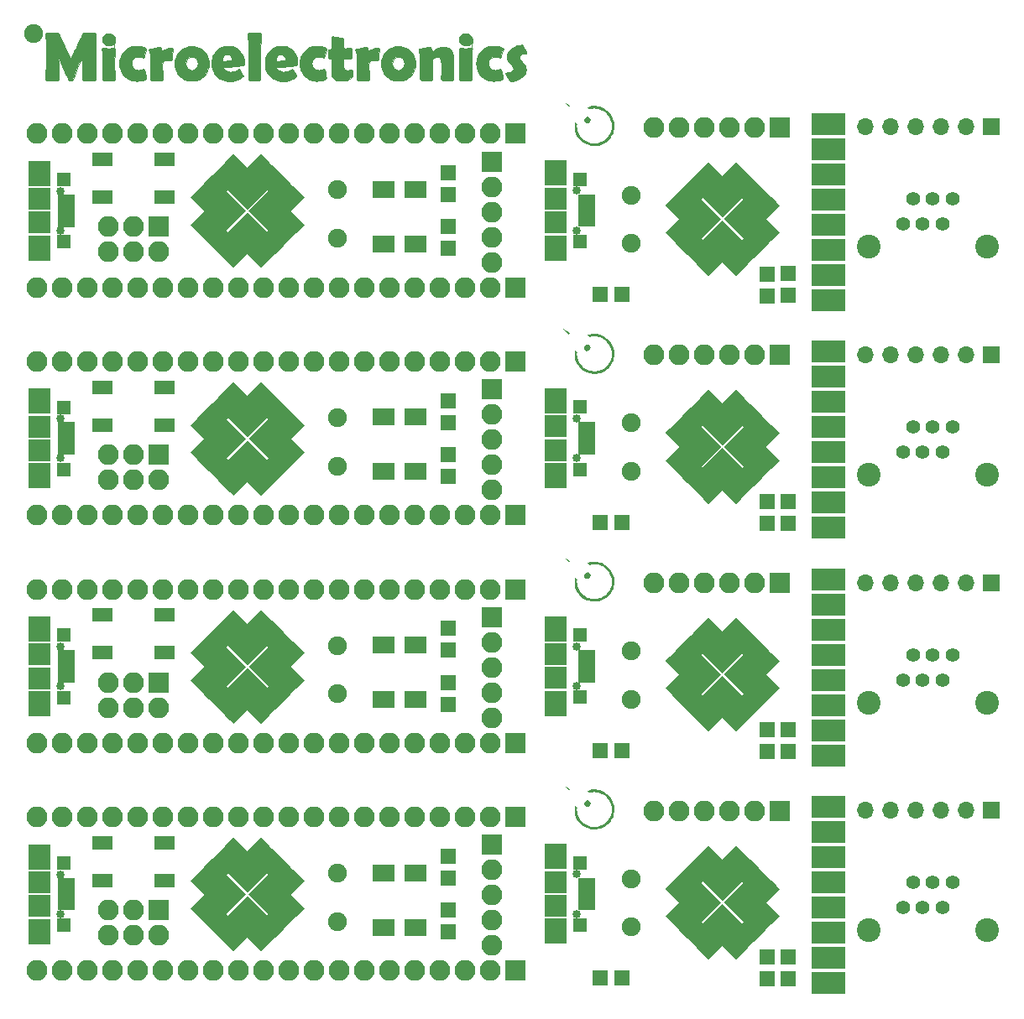
<source format=gts>
%MOIN*%
%OFA0B0*%
%FSLAX46Y46*%
%IPPOS*%
%LPD*%
%ADD10C,0.0039370078740157488*%
%ADD11R,0.0905511811023622X0.066929133858267723*%
%ADD12C,0.074803149606299218*%
%ADD13R,0.0905511811023622X0.10433070866141733*%
%ADD14R,0.055118110236220472X0.055118110236220472*%
%ADD15C,0.033464566929133861*%
%ADD16R,0.068897637795275593X0.031496062992125991*%
%ADD17R,0.0905511811023622X0.0905511811023622*%
%ADD18R,0.082677165354330714X0.082677165354330714*%
%ADD19O,0.082677165354330714X0.082677165354330714*%
%ADD20R,0.082677165354330714X0.055118110236220472*%
%ADD21R,0.062992125984251982X0.062992125984251982*%
%ADD32C,0.0039370078740157488*%
%ADD33R,0.0905511811023622X0.066929133858267723*%
%ADD34C,0.074803149606299218*%
%ADD35R,0.0905511811023622X0.10433070866141733*%
%ADD36R,0.055118110236220472X0.055118110236220472*%
%ADD37C,0.033464566929133861*%
%ADD38R,0.068897637795275593X0.031496062992125991*%
%ADD39R,0.0905511811023622X0.0905511811023622*%
%ADD40R,0.082677165354330714X0.082677165354330714*%
%ADD41O,0.082677165354330714X0.082677165354330714*%
%ADD42R,0.082677165354330714X0.055118110236220472*%
%ADD43R,0.062992125984251982X0.062992125984251982*%
%ADD44C,0.0039370078740157488*%
%ADD45R,0.0905511811023622X0.066929133858267723*%
%ADD46C,0.074803149606299218*%
%ADD47R,0.0905511811023622X0.10433070866141733*%
%ADD48R,0.055118110236220472X0.055118110236220472*%
%ADD49C,0.033464566929133861*%
%ADD50R,0.068897637795275593X0.031496062992125991*%
%ADD51R,0.0905511811023622X0.0905511811023622*%
%ADD52R,0.082677165354330714X0.082677165354330714*%
%ADD53O,0.082677165354330714X0.082677165354330714*%
%ADD54R,0.082677165354330714X0.055118110236220472*%
%ADD55R,0.062992125984251982X0.062992125984251982*%
%ADD56C,0.0039370078740157488*%
%ADD57R,0.0905511811023622X0.066929133858267723*%
%ADD58C,0.074803149606299218*%
%ADD59R,0.0905511811023622X0.10433070866141733*%
%ADD60R,0.055118110236220472X0.055118110236220472*%
%ADD61C,0.033464566929133861*%
%ADD62R,0.068897637795275593X0.031496062992125991*%
%ADD63R,0.0905511811023622X0.0905511811023622*%
%ADD64R,0.082677165354330714X0.082677165354330714*%
%ADD65O,0.082677165354330714X0.082677165354330714*%
%ADD66R,0.082677165354330714X0.055118110236220472*%
%ADD67R,0.062992125984251982X0.062992125984251982*%
%ADD68C,0.0039370078740157488*%
%ADD69C,0.074803149606299218*%
%ADD70R,0.082677165354330714X0.082677165354330714*%
%ADD71O,0.082677165354330714X0.082677165354330714*%
%ADD72R,0.062992125984251982X0.062992125984251982*%
%ADD73R,0.0905511811023622X0.10433070866141733*%
%ADD74R,0.055118110236220472X0.055118110236220472*%
%ADD75C,0.033464566929133861*%
%ADD76R,0.068897637795275593X0.031496062992125991*%
%ADD77R,0.0905511811023622X0.0905511811023622*%
%ADD78C,0.0039370078740157488*%
%ADD79C,0.074803149606299218*%
%ADD80R,0.082677165354330714X0.082677165354330714*%
%ADD81O,0.082677165354330714X0.082677165354330714*%
%ADD82R,0.062992125984251982X0.062992125984251982*%
%ADD83R,0.0905511811023622X0.10433070866141733*%
%ADD84R,0.055118110236220472X0.055118110236220472*%
%ADD85C,0.033464566929133861*%
%ADD86R,0.068897637795275593X0.031496062992125991*%
%ADD87R,0.0905511811023622X0.0905511811023622*%
%ADD88C,0.0039370078740157488*%
%ADD89C,0.074803149606299218*%
%ADD90R,0.082677165354330714X0.082677165354330714*%
%ADD91O,0.082677165354330714X0.082677165354330714*%
%ADD92R,0.062992125984251982X0.062992125984251982*%
%ADD93R,0.0905511811023622X0.10433070866141733*%
%ADD94R,0.055118110236220472X0.055118110236220472*%
%ADD95C,0.033464566929133861*%
%ADD96R,0.068897637795275593X0.031496062992125991*%
%ADD97R,0.0905511811023622X0.0905511811023622*%
%ADD98C,0.0039370078740157488*%
%ADD99C,0.074803149606299218*%
%ADD100R,0.082677165354330714X0.082677165354330714*%
%ADD101O,0.082677165354330714X0.082677165354330714*%
%ADD102R,0.062992125984251982X0.062992125984251982*%
%ADD103R,0.0905511811023622X0.10433070866141733*%
%ADD104R,0.055118110236220472X0.055118110236220472*%
%ADD105C,0.033464566929133861*%
%ADD106R,0.068897637795275593X0.031496062992125991*%
%ADD107R,0.0905511811023622X0.0905511811023622*%
%ADD108C,0.0039370078740157488*%
%ADD109C,0.0029398031496062995*%
%ADD110C,0.074803149606299218*%
%ADD111C,0.0039370078740157488*%
%ADD112C,0.094488188976377951*%
%ADD113C,0.055118110236220472*%
%ADD114R,0.066929133858267723X0.066929133858267723*%
%ADD115O,0.066929133858267723X0.066929133858267723*%
%ADD116C,0.0039370078740157488*%
%ADD117C,0.094488188976377951*%
%ADD118C,0.055118110236220472*%
%ADD119R,0.066929133858267723X0.066929133858267723*%
%ADD120O,0.066929133858267723X0.066929133858267723*%
%ADD121C,0.0039370078740157488*%
%ADD122C,0.094488188976377951*%
%ADD123C,0.055118110236220472*%
%ADD124R,0.066929133858267723X0.066929133858267723*%
%ADD125O,0.066929133858267723X0.066929133858267723*%
%ADD126C,0.0039370078740157488*%
%ADD127C,0.094488188976377951*%
%ADD128C,0.055118110236220472*%
%ADD129R,0.066929133858267723X0.066929133858267723*%
%ADD130O,0.066929133858267723X0.066929133858267723*%
G01G01*
D10*
D11*
X0000000000Y0000905511D02*
X0001449685Y0000539685D03*
X0001449685Y0000323149D03*
X0001575669Y0000323149D03*
X0001575669Y0000539685D03*
D12*
X0001268582Y0000345590D03*
X0001268582Y0000537716D03*
D13*
X0000083543Y0000603464D03*
X0000083543Y0000306220D03*
D14*
X0000180000Y0000578858D03*
X0000180000Y0000330826D03*
D15*
X0000168188Y0000533582D03*
X0000168188Y0000376102D03*
D16*
X0000188874Y0000506023D03*
X0000188874Y0000480433D03*
X0000188874Y0000454842D03*
X0000188874Y0000429251D03*
X0000188874Y0000403661D03*
D17*
X0000083543Y0000407598D03*
X0000083543Y0000502086D03*
D10*
G36*
X0001076710Y0000459611D02*
X0001136563Y0000399757D01*
X0001117076Y0000380270D01*
X0001057222Y0000440124D01*
X0001076710Y0000459611D01*
X0001076710Y0000459611D01*
G37*
G36*
X0001062790Y0000445691D02*
X0001122644Y0000385838D01*
X0001103156Y0000366351D01*
X0001043303Y0000426204D01*
X0001062790Y0000445691D01*
X0001062790Y0000445691D01*
G37*
G36*
X0001048871Y0000431772D02*
X0001108724Y0000371918D01*
X0001089237Y0000352431D01*
X0001029383Y0000412285D01*
X0001048871Y0000431772D01*
X0001048871Y0000431772D01*
G37*
G36*
X0001034951Y0000417853D02*
X0001094805Y0000357999D01*
X0001075318Y0000338512D01*
X0001015464Y0000398365D01*
X0001034951Y0000417853D01*
X0001034951Y0000417853D01*
G37*
G36*
X0001021032Y0000403933D02*
X0001080885Y0000344080D01*
X0001061398Y0000324592D01*
X0001001545Y0000384446D01*
X0001021032Y0000403933D01*
X0001021032Y0000403933D01*
G37*
G36*
X0001047479Y0000310673D02*
X0000987625Y0000370527D01*
X0001007112Y0000390014D01*
X0001066966Y0000330160D01*
X0001047479Y0000310673D01*
X0001047479Y0000310673D01*
G37*
G36*
X0000993193Y0000376094D02*
X0001053047Y0000316241D01*
X0001033559Y0000296754D01*
X0000973706Y0000356607D01*
X0000993193Y0000376094D01*
X0000993193Y0000376094D01*
G37*
G36*
X0000979274Y0000362175D02*
X0001039127Y0000302321D01*
X0001019640Y0000282834D01*
X0000959786Y0000342688D01*
X0000979274Y0000362175D01*
X0000979274Y0000362175D01*
G37*
G36*
X0000965354Y0000348255D02*
X0001025208Y0000288402D01*
X0001005720Y0000268915D01*
X0000945867Y0000328768D01*
X0000965354Y0000348255D01*
X0000965354Y0000348255D01*
G37*
G36*
X0000951435Y0000334336D02*
X0001011288Y0000274483D01*
X0000991801Y0000254995D01*
X0000931948Y0000314849D01*
X0000951435Y0000334336D01*
X0000951435Y0000334336D01*
G37*
G36*
X0000937515Y0000320417D02*
X0000997369Y0000260563D01*
X0000977882Y0000241076D01*
X0000918028Y0000300929D01*
X0000937515Y0000320417D01*
X0000937515Y0000320417D01*
G37*
G36*
X0000923596Y0000306497D02*
X0000983449Y0000246644D01*
X0000963962Y0000227156D01*
X0000904109Y0000287010D01*
X0000923596Y0000306497D01*
X0000923596Y0000306497D01*
G37*
G36*
X0000973706Y0000551479D02*
X0001033559Y0000611333D01*
X0001053047Y0000591845D01*
X0000993193Y0000531992D01*
X0000973706Y0000551479D01*
X0000973706Y0000551479D01*
G37*
G36*
X0000987625Y0000537560D02*
X0001047479Y0000597413D01*
X0001066966Y0000577926D01*
X0001007112Y0000518072D01*
X0000987625Y0000537560D01*
X0000987625Y0000537560D01*
G37*
G36*
X0001001545Y0000523640D02*
X0001061398Y0000583494D01*
X0001080885Y0000564007D01*
X0001021032Y0000504153D01*
X0001001545Y0000523640D01*
X0001001545Y0000523640D01*
G37*
G36*
X0001015464Y0000509721D02*
X0001075318Y0000569574D01*
X0001094805Y0000550087D01*
X0001034951Y0000490234D01*
X0001015464Y0000509721D01*
X0001015464Y0000509721D01*
G37*
G36*
X0001029383Y0000495801D02*
X0001089237Y0000555655D01*
X0001108724Y0000536168D01*
X0001048871Y0000476314D01*
X0001029383Y0000495801D01*
X0001029383Y0000495801D01*
G37*
G36*
X0001043303Y0000481882D02*
X0001103156Y0000541735D01*
X0001122644Y0000522248D01*
X0001062790Y0000462395D01*
X0001043303Y0000481882D01*
X0001043303Y0000481882D01*
G37*
G36*
X0000959786Y0000565399D02*
X0001019640Y0000625252D01*
X0001039127Y0000605765D01*
X0000979274Y0000545911D01*
X0000959786Y0000565399D01*
X0000959786Y0000565399D01*
G37*
G36*
X0001057222Y0000467963D02*
X0001117076Y0000527816D01*
X0001136563Y0000508329D01*
X0001076710Y0000448475D01*
X0001057222Y0000467963D01*
X0001057222Y0000467963D01*
G37*
G36*
X0000945867Y0000579318D02*
X0001005720Y0000639171D01*
X0001025208Y0000619684D01*
X0000965354Y0000559831D01*
X0000945867Y0000579318D01*
X0000945867Y0000579318D01*
G37*
G36*
X0000931948Y0000593237D02*
X0000991801Y0000653091D01*
X0001011288Y0000633604D01*
X0000951435Y0000573750D01*
X0000931948Y0000593237D01*
X0000931948Y0000593237D01*
G37*
G36*
X0000918028Y0000607157D02*
X0000977882Y0000667010D01*
X0000997369Y0000647523D01*
X0000937515Y0000587670D01*
X0000918028Y0000607157D01*
X0000918028Y0000607157D01*
G37*
G36*
X0000904109Y0000621076D02*
X0000963962Y0000680930D01*
X0000983449Y0000661442D01*
X0000923596Y0000601589D01*
X0000904109Y0000621076D01*
X0000904109Y0000621076D01*
G37*
G36*
X0000771874Y0000597413D02*
X0000831728Y0000537560D01*
X0000812240Y0000518072D01*
X0000752387Y0000577926D01*
X0000771874Y0000597413D01*
X0000771874Y0000597413D01*
G37*
G36*
X0000785794Y0000611333D02*
X0000845647Y0000551479D01*
X0000826160Y0000531992D01*
X0000766306Y0000591845D01*
X0000785794Y0000611333D01*
X0000785794Y0000611333D01*
G37*
G36*
X0000799713Y0000625252D02*
X0000859567Y0000565399D01*
X0000840079Y0000545911D01*
X0000780226Y0000605765D01*
X0000799713Y0000625252D01*
X0000799713Y0000625252D01*
G37*
G36*
X0000813632Y0000639171D02*
X0000873486Y0000579318D01*
X0000853999Y0000559831D01*
X0000794145Y0000619684D01*
X0000813632Y0000639171D01*
X0000813632Y0000639171D01*
G37*
G36*
X0000827552Y0000653091D02*
X0000887405Y0000593237D01*
X0000867918Y0000573750D01*
X0000808065Y0000633604D01*
X0000827552Y0000653091D01*
X0000827552Y0000653091D01*
G37*
G36*
X0000841471Y0000667010D02*
X0000901325Y0000607157D01*
X0000881838Y0000587670D01*
X0000821984Y0000647523D01*
X0000841471Y0000667010D01*
X0000841471Y0000667010D01*
G37*
G36*
X0000855391Y0000680930D02*
X0000915244Y0000621076D01*
X0000895757Y0000601589D01*
X0000835903Y0000661442D01*
X0000855391Y0000680930D01*
X0000855391Y0000680930D01*
G37*
G36*
X0000757955Y0000583494D02*
X0000817808Y0000523640D01*
X0000798321Y0000504153D01*
X0000738467Y0000564007D01*
X0000757955Y0000583494D01*
X0000757955Y0000583494D01*
G37*
G36*
X0000744035Y0000569574D02*
X0000803889Y0000509721D01*
X0000784402Y0000490234D01*
X0000724548Y0000550087D01*
X0000744035Y0000569574D01*
X0000744035Y0000569574D01*
G37*
G36*
X0000730116Y0000555655D02*
X0000789969Y0000495801D01*
X0000770482Y0000476314D01*
X0000710629Y0000536168D01*
X0000730116Y0000555655D01*
X0000730116Y0000555655D01*
G37*
G36*
X0000716196Y0000541735D02*
X0000776050Y0000481882D01*
X0000756563Y0000462395D01*
X0000696709Y0000522248D01*
X0000716196Y0000541735D01*
X0000716196Y0000541735D01*
G37*
G36*
X0000702277Y0000527816D02*
X0000762131Y0000467963D01*
X0000742643Y0000448475D01*
X0000682790Y0000508329D01*
X0000702277Y0000527816D01*
X0000702277Y0000527816D01*
G37*
G36*
X0000766306Y0000316241D02*
X0000826160Y0000376094D01*
X0000845647Y0000356607D01*
X0000785794Y0000296754D01*
X0000766306Y0000316241D01*
X0000766306Y0000316241D01*
G37*
G36*
X0000752387Y0000330160D02*
X0000812240Y0000390014D01*
X0000831728Y0000370527D01*
X0000771874Y0000310673D01*
X0000752387Y0000330160D01*
X0000752387Y0000330160D01*
G37*
G36*
X0000780226Y0000302321D02*
X0000840079Y0000362175D01*
X0000859567Y0000342688D01*
X0000799713Y0000282834D01*
X0000780226Y0000302321D01*
X0000780226Y0000302321D01*
G37*
G36*
X0000794145Y0000288402D02*
X0000853999Y0000348255D01*
X0000873486Y0000328768D01*
X0000813632Y0000268915D01*
X0000794145Y0000288402D01*
X0000794145Y0000288402D01*
G37*
G36*
X0000808065Y0000274483D02*
X0000867918Y0000334336D01*
X0000887405Y0000314849D01*
X0000827552Y0000254995D01*
X0000808065Y0000274483D01*
X0000808065Y0000274483D01*
G37*
G36*
X0000821984Y0000260563D02*
X0000881838Y0000320417D01*
X0000901325Y0000300929D01*
X0000841471Y0000241076D01*
X0000821984Y0000260563D01*
X0000821984Y0000260563D01*
G37*
G36*
X0000835903Y0000246644D02*
X0000895757Y0000306497D01*
X0000915244Y0000287010D01*
X0000855391Y0000227156D01*
X0000835903Y0000246644D01*
X0000835903Y0000246644D01*
G37*
G36*
X0000738467Y0000344080D02*
X0000798321Y0000403933D01*
X0000817808Y0000384446D01*
X0000757955Y0000324592D01*
X0000738467Y0000344080D01*
X0000738467Y0000344080D01*
G37*
G36*
X0000724548Y0000357999D02*
X0000784402Y0000417853D01*
X0000803889Y0000398365D01*
X0000744035Y0000338512D01*
X0000724548Y0000357999D01*
X0000724548Y0000357999D01*
G37*
G36*
X0000710629Y0000371918D02*
X0000770482Y0000431772D01*
X0000789969Y0000412285D01*
X0000730116Y0000352431D01*
X0000710629Y0000371918D01*
X0000710629Y0000371918D01*
G37*
G36*
X0000696709Y0000385838D02*
X0000756563Y0000445691D01*
X0000776050Y0000426204D01*
X0000716196Y0000366351D01*
X0000696709Y0000385838D01*
X0000696709Y0000385838D01*
G37*
G36*
X0000682790Y0000399757D02*
X0000742643Y0000459611D01*
X0000762131Y0000440124D01*
X0000702277Y0000380270D01*
X0000682790Y0000399757D01*
X0000682790Y0000399757D01*
G37*
G36*
X0000995977Y0000534776D02*
X0001076710Y0000454043D01*
X0000995977Y0000373310D01*
X0000915244Y0000454043D01*
X0000995977Y0000534776D01*
X0000995977Y0000534776D01*
G37*
G36*
X0000823376Y0000534776D02*
X0000904109Y0000454043D01*
X0000823376Y0000373310D01*
X0000742643Y0000454043D01*
X0000823376Y0000534776D01*
X0000823376Y0000534776D01*
G37*
G36*
X0000909676Y0000448475D02*
X0000990409Y0000367743D01*
X0000909676Y0000287010D01*
X0000828944Y0000367743D01*
X0000909676Y0000448475D01*
X0000909676Y0000448475D01*
G37*
G36*
X0000909676Y0000621076D02*
X0000990409Y0000540344D01*
X0000909676Y0000459611D01*
X0000828944Y0000540344D01*
X0000909676Y0000621076D01*
X0000909676Y0000621076D01*
G37*
D18*
X0001880787Y0000650314D03*
D19*
X0001880787Y0000550314D03*
X0001880787Y0000450314D03*
X0001880787Y0000350314D03*
X0001880787Y0000250314D03*
D20*
X0000333149Y0000658188D03*
X0000581181Y0000658188D03*
X0000333149Y0000508582D03*
X0000581181Y0000508582D03*
D18*
X0001974488Y0000150314D03*
D19*
X0001874488Y0000150314D03*
X0001774488Y0000150314D03*
X0001674488Y0000150314D03*
X0001574488Y0000150314D03*
X0001474488Y0000150314D03*
X0001374488Y0000150314D03*
X0001274488Y0000150314D03*
X0001174488Y0000150314D03*
X0001074488Y0000150314D03*
X0000974488Y0000150314D03*
X0000874488Y0000150314D03*
X0000774488Y0000150314D03*
X0000674488Y0000150314D03*
X0000574488Y0000150314D03*
X0000474488Y0000150314D03*
X0000374488Y0000150314D03*
X0000274488Y0000150314D03*
X0000174488Y0000150314D03*
X0000074488Y0000150314D03*
D18*
X0001974488Y0000760551D03*
D19*
X0001874488Y0000760551D03*
X0001774488Y0000760551D03*
X0001674488Y0000760551D03*
X0001574488Y0000760551D03*
X0001474488Y0000760551D03*
X0001374488Y0000760551D03*
X0001274488Y0000760551D03*
X0001174488Y0000760551D03*
X0001074488Y0000760551D03*
X0000974488Y0000760551D03*
X0000874488Y0000760551D03*
X0000774488Y0000760551D03*
X0000674488Y0000760551D03*
X0000574488Y0000760551D03*
X0000474488Y0000760551D03*
X0000374488Y0000760551D03*
X0000274488Y0000760551D03*
X0000174488Y0000760551D03*
X0000074488Y0000760551D03*
D18*
X0000555511Y0000390551D03*
D19*
X0000555511Y0000290551D03*
X0000455511Y0000390551D03*
X0000455511Y0000290551D03*
X0000355511Y0000390551D03*
X0000355511Y0000290551D03*
D21*
X0001705984Y0000605039D03*
X0001705984Y0000518425D03*
X0001705984Y0000391259D03*
X0001705984Y0000304645D03*
G04 next file*
G04 Gerber Fmt 4.6, Leading zero omitted, Abs format (unit mm)*
G04 Created by KiCad (PCBNEW 4.0.7) date 11/29/17 18:04:40*
G01G01*
G04 APERTURE LIST*
G04 APERTURE END LIST*
D32*
D33*
X0000000000Y0001811023D02*
X0001449685Y0001445196D03*
X0001449685Y0001228661D03*
X0001575669Y0001228661D03*
X0001575669Y0001445196D03*
D34*
X0001268582Y0001251102D03*
X0001268582Y0001443228D03*
D35*
X0000083543Y0001508976D03*
X0000083543Y0001211732D03*
D36*
X0000180000Y0001484370D03*
X0000180000Y0001236338D03*
D37*
X0000168188Y0001439094D03*
X0000168188Y0001281614D03*
D38*
X0000188874Y0001411535D03*
X0000188874Y0001385944D03*
X0000188874Y0001360354D03*
X0000188874Y0001334763D03*
X0000188874Y0001309173D03*
D39*
X0000083543Y0001313110D03*
X0000083543Y0001407598D03*
D32*
G36*
X0001076710Y0001365123D02*
X0001136563Y0001305269D01*
X0001117076Y0001285782D01*
X0001057222Y0001345635D01*
X0001076710Y0001365123D01*
X0001076710Y0001365123D01*
G37*
G36*
X0001062790Y0001351203D02*
X0001122644Y0001291350D01*
X0001103156Y0001271863D01*
X0001043303Y0001331716D01*
X0001062790Y0001351203D01*
X0001062790Y0001351203D01*
G37*
G36*
X0001048871Y0001337284D02*
X0001108724Y0001277430D01*
X0001089237Y0001257943D01*
X0001029383Y0001317797D01*
X0001048871Y0001337284D01*
X0001048871Y0001337284D01*
G37*
G36*
X0001034951Y0001323364D02*
X0001094805Y0001263511D01*
X0001075318Y0001244024D01*
X0001015464Y0001303877D01*
X0001034951Y0001323364D01*
X0001034951Y0001323364D01*
G37*
G36*
X0001021032Y0001309445D02*
X0001080885Y0001249591D01*
X0001061398Y0001230104D01*
X0001001545Y0001289958D01*
X0001021032Y0001309445D01*
X0001021032Y0001309445D01*
G37*
G36*
X0001047479Y0001216185D02*
X0000987625Y0001276038D01*
X0001007112Y0001295526D01*
X0001066966Y0001235672D01*
X0001047479Y0001216185D01*
X0001047479Y0001216185D01*
G37*
G36*
X0000993193Y0001281606D02*
X0001053047Y0001221753D01*
X0001033559Y0001202265D01*
X0000973706Y0001262119D01*
X0000993193Y0001281606D01*
X0000993193Y0001281606D01*
G37*
G36*
X0000979274Y0001267687D02*
X0001039127Y0001207833D01*
X0001019640Y0001188346D01*
X0000959786Y0001248199D01*
X0000979274Y0001267687D01*
X0000979274Y0001267687D01*
G37*
G36*
X0000965354Y0001253767D02*
X0001025208Y0001193914D01*
X0001005720Y0001174427D01*
X0000945867Y0001234280D01*
X0000965354Y0001253767D01*
X0000965354Y0001253767D01*
G37*
G36*
X0000951435Y0001239848D02*
X0001011288Y0001179994D01*
X0000991801Y0001160507D01*
X0000931948Y0001220361D01*
X0000951435Y0001239848D01*
X0000951435Y0001239848D01*
G37*
G36*
X0000937515Y0001225928D02*
X0000997369Y0001166075D01*
X0000977882Y0001146588D01*
X0000918028Y0001206441D01*
X0000937515Y0001225928D01*
X0000937515Y0001225928D01*
G37*
G36*
X0000923596Y0001212009D02*
X0000983449Y0001152155D01*
X0000963962Y0001132668D01*
X0000904109Y0001192522D01*
X0000923596Y0001212009D01*
X0000923596Y0001212009D01*
G37*
G36*
X0000973706Y0001456991D02*
X0001033559Y0001516844D01*
X0001053047Y0001497357D01*
X0000993193Y0001437504D01*
X0000973706Y0001456991D01*
X0000973706Y0001456991D01*
G37*
G36*
X0000987625Y0001443071D02*
X0001047479Y0001502925D01*
X0001066966Y0001483438D01*
X0001007112Y0001423584D01*
X0000987625Y0001443071D01*
X0000987625Y0001443071D01*
G37*
G36*
X0001001545Y0001429152D02*
X0001061398Y0001489006D01*
X0001080885Y0001469518D01*
X0001021032Y0001409665D01*
X0001001545Y0001429152D01*
X0001001545Y0001429152D01*
G37*
G36*
X0001015464Y0001415233D02*
X0001075318Y0001475086D01*
X0001094805Y0001455599D01*
X0001034951Y0001395745D01*
X0001015464Y0001415233D01*
X0001015464Y0001415233D01*
G37*
G36*
X0001029383Y0001401313D02*
X0001089237Y0001461167D01*
X0001108724Y0001441679D01*
X0001048871Y0001381826D01*
X0001029383Y0001401313D01*
X0001029383Y0001401313D01*
G37*
G36*
X0001043303Y0001387394D02*
X0001103156Y0001447247D01*
X0001122644Y0001427760D01*
X0001062790Y0001367907D01*
X0001043303Y0001387394D01*
X0001043303Y0001387394D01*
G37*
G36*
X0000959786Y0001470910D02*
X0001019640Y0001530764D01*
X0001039127Y0001511277D01*
X0000979274Y0001451423D01*
X0000959786Y0001470910D01*
X0000959786Y0001470910D01*
G37*
G36*
X0001057222Y0001373474D02*
X0001117076Y0001433328D01*
X0001136563Y0001413841D01*
X0001076710Y0001353987D01*
X0001057222Y0001373474D01*
X0001057222Y0001373474D01*
G37*
G36*
X0000945867Y0001484830D02*
X0001005720Y0001544683D01*
X0001025208Y0001525196D01*
X0000965354Y0001465343D01*
X0000945867Y0001484830D01*
X0000945867Y0001484830D01*
G37*
G36*
X0000931948Y0001498749D02*
X0000991801Y0001558603D01*
X0001011288Y0001539115D01*
X0000951435Y0001479262D01*
X0000931948Y0001498749D01*
X0000931948Y0001498749D01*
G37*
G36*
X0000918028Y0001512669D02*
X0000977882Y0001572522D01*
X0000997369Y0001553035D01*
X0000937515Y0001493181D01*
X0000918028Y0001512669D01*
X0000918028Y0001512669D01*
G37*
G36*
X0000904109Y0001526588D02*
X0000963962Y0001586441D01*
X0000983449Y0001566954D01*
X0000923596Y0001507101D01*
X0000904109Y0001526588D01*
X0000904109Y0001526588D01*
G37*
G36*
X0000771874Y0001502925D02*
X0000831728Y0001443071D01*
X0000812240Y0001423584D01*
X0000752387Y0001483438D01*
X0000771874Y0001502925D01*
X0000771874Y0001502925D01*
G37*
G36*
X0000785794Y0001516844D02*
X0000845647Y0001456991D01*
X0000826160Y0001437504D01*
X0000766306Y0001497357D01*
X0000785794Y0001516844D01*
X0000785794Y0001516844D01*
G37*
G36*
X0000799713Y0001530764D02*
X0000859567Y0001470910D01*
X0000840079Y0001451423D01*
X0000780226Y0001511277D01*
X0000799713Y0001530764D01*
X0000799713Y0001530764D01*
G37*
G36*
X0000813632Y0001544683D02*
X0000873486Y0001484830D01*
X0000853999Y0001465343D01*
X0000794145Y0001525196D01*
X0000813632Y0001544683D01*
X0000813632Y0001544683D01*
G37*
G36*
X0000827552Y0001558603D02*
X0000887405Y0001498749D01*
X0000867918Y0001479262D01*
X0000808065Y0001539115D01*
X0000827552Y0001558603D01*
X0000827552Y0001558603D01*
G37*
G36*
X0000841471Y0001572522D02*
X0000901325Y0001512669D01*
X0000881838Y0001493181D01*
X0000821984Y0001553035D01*
X0000841471Y0001572522D01*
X0000841471Y0001572522D01*
G37*
G36*
X0000855391Y0001586441D02*
X0000915244Y0001526588D01*
X0000895757Y0001507101D01*
X0000835903Y0001566954D01*
X0000855391Y0001586441D01*
X0000855391Y0001586441D01*
G37*
G36*
X0000757955Y0001489006D02*
X0000817808Y0001429152D01*
X0000798321Y0001409665D01*
X0000738467Y0001469518D01*
X0000757955Y0001489006D01*
X0000757955Y0001489006D01*
G37*
G36*
X0000744035Y0001475086D02*
X0000803889Y0001415233D01*
X0000784402Y0001395745D01*
X0000724548Y0001455599D01*
X0000744035Y0001475086D01*
X0000744035Y0001475086D01*
G37*
G36*
X0000730116Y0001461167D02*
X0000789969Y0001401313D01*
X0000770482Y0001381826D01*
X0000710629Y0001441679D01*
X0000730116Y0001461167D01*
X0000730116Y0001461167D01*
G37*
G36*
X0000716196Y0001447247D02*
X0000776050Y0001387394D01*
X0000756563Y0001367907D01*
X0000696709Y0001427760D01*
X0000716196Y0001447247D01*
X0000716196Y0001447247D01*
G37*
G36*
X0000702277Y0001433328D02*
X0000762131Y0001373474D01*
X0000742643Y0001353987D01*
X0000682790Y0001413841D01*
X0000702277Y0001433328D01*
X0000702277Y0001433328D01*
G37*
G36*
X0000766306Y0001221753D02*
X0000826160Y0001281606D01*
X0000845647Y0001262119D01*
X0000785794Y0001202265D01*
X0000766306Y0001221753D01*
X0000766306Y0001221753D01*
G37*
G36*
X0000752387Y0001235672D02*
X0000812240Y0001295526D01*
X0000831728Y0001276038D01*
X0000771874Y0001216185D01*
X0000752387Y0001235672D01*
X0000752387Y0001235672D01*
G37*
G36*
X0000780226Y0001207833D02*
X0000840079Y0001267687D01*
X0000859567Y0001248199D01*
X0000799713Y0001188346D01*
X0000780226Y0001207833D01*
X0000780226Y0001207833D01*
G37*
G36*
X0000794145Y0001193914D02*
X0000853999Y0001253767D01*
X0000873486Y0001234280D01*
X0000813632Y0001174427D01*
X0000794145Y0001193914D01*
X0000794145Y0001193914D01*
G37*
G36*
X0000808065Y0001179994D02*
X0000867918Y0001239848D01*
X0000887405Y0001220361D01*
X0000827552Y0001160507D01*
X0000808065Y0001179994D01*
X0000808065Y0001179994D01*
G37*
G36*
X0000821984Y0001166075D02*
X0000881838Y0001225928D01*
X0000901325Y0001206441D01*
X0000841471Y0001146588D01*
X0000821984Y0001166075D01*
X0000821984Y0001166075D01*
G37*
G36*
X0000835903Y0001152155D02*
X0000895757Y0001212009D01*
X0000915244Y0001192522D01*
X0000855391Y0001132668D01*
X0000835903Y0001152155D01*
X0000835903Y0001152155D01*
G37*
G36*
X0000738467Y0001249591D02*
X0000798321Y0001309445D01*
X0000817808Y0001289958D01*
X0000757955Y0001230104D01*
X0000738467Y0001249591D01*
X0000738467Y0001249591D01*
G37*
G36*
X0000724548Y0001263511D02*
X0000784402Y0001323364D01*
X0000803889Y0001303877D01*
X0000744035Y0001244024D01*
X0000724548Y0001263511D01*
X0000724548Y0001263511D01*
G37*
G36*
X0000710629Y0001277430D02*
X0000770482Y0001337284D01*
X0000789969Y0001317797D01*
X0000730116Y0001257943D01*
X0000710629Y0001277430D01*
X0000710629Y0001277430D01*
G37*
G36*
X0000696709Y0001291350D02*
X0000756563Y0001351203D01*
X0000776050Y0001331716D01*
X0000716196Y0001271863D01*
X0000696709Y0001291350D01*
X0000696709Y0001291350D01*
G37*
G36*
X0000682790Y0001305269D02*
X0000742643Y0001365123D01*
X0000762131Y0001345635D01*
X0000702277Y0001285782D01*
X0000682790Y0001305269D01*
X0000682790Y0001305269D01*
G37*
G36*
X0000995977Y0001440288D02*
X0001076710Y0001359555D01*
X0000995977Y0001278822D01*
X0000915244Y0001359555D01*
X0000995977Y0001440288D01*
X0000995977Y0001440288D01*
G37*
G36*
X0000823376Y0001440288D02*
X0000904109Y0001359555D01*
X0000823376Y0001278822D01*
X0000742643Y0001359555D01*
X0000823376Y0001440288D01*
X0000823376Y0001440288D01*
G37*
G36*
X0000909676Y0001353987D02*
X0000990409Y0001273254D01*
X0000909676Y0001192522D01*
X0000828944Y0001273254D01*
X0000909676Y0001353987D01*
X0000909676Y0001353987D01*
G37*
G36*
X0000909676Y0001526588D02*
X0000990409Y0001445855D01*
X0000909676Y0001365123D01*
X0000828944Y0001445855D01*
X0000909676Y0001526588D01*
X0000909676Y0001526588D01*
G37*
D40*
X0001880787Y0001555826D03*
D41*
X0001880787Y0001455826D03*
X0001880787Y0001355826D03*
X0001880787Y0001255826D03*
X0001880787Y0001155826D03*
D42*
X0000333149Y0001563700D03*
X0000581181Y0001563700D03*
X0000333149Y0001414094D03*
X0000581181Y0001414094D03*
D40*
X0001974488Y0001055826D03*
D41*
X0001874488Y0001055826D03*
X0001774488Y0001055826D03*
X0001674488Y0001055826D03*
X0001574488Y0001055826D03*
X0001474488Y0001055826D03*
X0001374488Y0001055826D03*
X0001274488Y0001055826D03*
X0001174488Y0001055826D03*
X0001074488Y0001055826D03*
X0000974488Y0001055826D03*
X0000874488Y0001055826D03*
X0000774488Y0001055826D03*
X0000674488Y0001055826D03*
X0000574488Y0001055826D03*
X0000474488Y0001055826D03*
X0000374488Y0001055826D03*
X0000274488Y0001055826D03*
X0000174488Y0001055826D03*
X0000074488Y0001055826D03*
D40*
X0001974488Y0001666062D03*
D41*
X0001874488Y0001666062D03*
X0001774488Y0001666062D03*
X0001674488Y0001666062D03*
X0001574488Y0001666062D03*
X0001474488Y0001666062D03*
X0001374488Y0001666062D03*
X0001274488Y0001666062D03*
X0001174488Y0001666062D03*
X0001074488Y0001666062D03*
X0000974488Y0001666062D03*
X0000874488Y0001666062D03*
X0000774488Y0001666062D03*
X0000674488Y0001666062D03*
X0000574488Y0001666062D03*
X0000474488Y0001666062D03*
X0000374488Y0001666062D03*
X0000274488Y0001666062D03*
X0000174488Y0001666062D03*
X0000074488Y0001666062D03*
D40*
X0000555511Y0001296062D03*
D41*
X0000555511Y0001196062D03*
X0000455511Y0001296062D03*
X0000455511Y0001196062D03*
X0000355511Y0001296062D03*
X0000355511Y0001196062D03*
D43*
X0001705984Y0001510551D03*
X0001705984Y0001423937D03*
X0001705984Y0001296771D03*
X0001705984Y0001210157D03*
G04 next file*
G04 Gerber Fmt 4.6, Leading zero omitted, Abs format (unit mm)*
G04 Created by KiCad (PCBNEW 4.0.7) date 11/29/17 18:04:40*
G01G01*
G04 APERTURE LIST*
G04 APERTURE END LIST*
D44*
D45*
X0000000000Y0002716535D02*
X0001449685Y0002350708D03*
X0001449685Y0002134173D03*
X0001575669Y0002134173D03*
X0001575669Y0002350708D03*
D46*
X0001268582Y0002156614D03*
X0001268582Y0002348740D03*
D47*
X0000083543Y0002414488D03*
X0000083543Y0002117244D03*
D48*
X0000180000Y0002389881D03*
X0000180000Y0002141850D03*
D49*
X0000168188Y0002344606D03*
X0000168188Y0002187125D03*
D50*
X0000188874Y0002317047D03*
X0000188874Y0002291456D03*
X0000188874Y0002265866D03*
X0000188874Y0002240275D03*
X0000188874Y0002214685D03*
D51*
X0000083543Y0002218622D03*
X0000083543Y0002313110D03*
D44*
G36*
X0001076710Y0002270634D02*
X0001136563Y0002210781D01*
X0001117076Y0002191294D01*
X0001057222Y0002251147D01*
X0001076710Y0002270634D01*
X0001076710Y0002270634D01*
G37*
G36*
X0001062790Y0002256715D02*
X0001122644Y0002196862D01*
X0001103156Y0002177374D01*
X0001043303Y0002237228D01*
X0001062790Y0002256715D01*
X0001062790Y0002256715D01*
G37*
G36*
X0001048871Y0002242796D02*
X0001108724Y0002182942D01*
X0001089237Y0002163455D01*
X0001029383Y0002223308D01*
X0001048871Y0002242796D01*
X0001048871Y0002242796D01*
G37*
G36*
X0001034951Y0002228876D02*
X0001094805Y0002169023D01*
X0001075318Y0002149535D01*
X0001015464Y0002209389D01*
X0001034951Y0002228876D01*
X0001034951Y0002228876D01*
G37*
G36*
X0001021032Y0002214957D02*
X0001080885Y0002155103D01*
X0001061398Y0002135616D01*
X0001001545Y0002195470D01*
X0001021032Y0002214957D01*
X0001021032Y0002214957D01*
G37*
G36*
X0001047479Y0002121697D02*
X0000987625Y0002181550D01*
X0001007112Y0002201037D01*
X0001066966Y0002141184D01*
X0001047479Y0002121697D01*
X0001047479Y0002121697D01*
G37*
G36*
X0000993193Y0002187118D02*
X0001053047Y0002127264D01*
X0001033559Y0002107777D01*
X0000973706Y0002167631D01*
X0000993193Y0002187118D01*
X0000993193Y0002187118D01*
G37*
G36*
X0000979274Y0002173198D02*
X0001039127Y0002113345D01*
X0001019640Y0002093858D01*
X0000959786Y0002153711D01*
X0000979274Y0002173198D01*
X0000979274Y0002173198D01*
G37*
G36*
X0000965354Y0002159279D02*
X0001025208Y0002099426D01*
X0001005720Y0002079938D01*
X0000945867Y0002139792D01*
X0000965354Y0002159279D01*
X0000965354Y0002159279D01*
G37*
G36*
X0000951435Y0002145360D02*
X0001011288Y0002085506D01*
X0000991801Y0002066019D01*
X0000931948Y0002125872D01*
X0000951435Y0002145360D01*
X0000951435Y0002145360D01*
G37*
G36*
X0000937515Y0002131440D02*
X0000997369Y0002071587D01*
X0000977882Y0002052100D01*
X0000918028Y0002111953D01*
X0000937515Y0002131440D01*
X0000937515Y0002131440D01*
G37*
G36*
X0000923596Y0002117521D02*
X0000983449Y0002057667D01*
X0000963962Y0002038180D01*
X0000904109Y0002098034D01*
X0000923596Y0002117521D01*
X0000923596Y0002117521D01*
G37*
G36*
X0000973706Y0002362503D02*
X0001033559Y0002422356D01*
X0001053047Y0002402869D01*
X0000993193Y0002343015D01*
X0000973706Y0002362503D01*
X0000973706Y0002362503D01*
G37*
G36*
X0000987625Y0002348583D02*
X0001047479Y0002408437D01*
X0001066966Y0002388950D01*
X0001007112Y0002329096D01*
X0000987625Y0002348583D01*
X0000987625Y0002348583D01*
G37*
G36*
X0001001545Y0002334664D02*
X0001061398Y0002394517D01*
X0001080885Y0002375030D01*
X0001021032Y0002315177D01*
X0001001545Y0002334664D01*
X0001001545Y0002334664D01*
G37*
G36*
X0001015464Y0002320744D02*
X0001075318Y0002380598D01*
X0001094805Y0002361111D01*
X0001034951Y0002301257D01*
X0001015464Y0002320744D01*
X0001015464Y0002320744D01*
G37*
G36*
X0001029383Y0002306825D02*
X0001089237Y0002366679D01*
X0001108724Y0002347191D01*
X0001048871Y0002287338D01*
X0001029383Y0002306825D01*
X0001029383Y0002306825D01*
G37*
G36*
X0001043303Y0002292906D02*
X0001103156Y0002352759D01*
X0001122644Y0002333272D01*
X0001062790Y0002273418D01*
X0001043303Y0002292906D01*
X0001043303Y0002292906D01*
G37*
G36*
X0000959786Y0002376422D02*
X0001019640Y0002436276D01*
X0001039127Y0002416788D01*
X0000979274Y0002356935D01*
X0000959786Y0002376422D01*
X0000959786Y0002376422D01*
G37*
G36*
X0001057222Y0002278986D02*
X0001117076Y0002338840D01*
X0001136563Y0002319352D01*
X0001076710Y0002259499D01*
X0001057222Y0002278986D01*
X0001057222Y0002278986D01*
G37*
G36*
X0000945867Y0002390342D02*
X0001005720Y0002450195D01*
X0001025208Y0002430708D01*
X0000965354Y0002370854D01*
X0000945867Y0002390342D01*
X0000945867Y0002390342D01*
G37*
G36*
X0000931948Y0002404261D02*
X0000991801Y0002464114D01*
X0001011288Y0002444627D01*
X0000951435Y0002384774D01*
X0000931948Y0002404261D01*
X0000931948Y0002404261D01*
G37*
G36*
X0000918028Y0002418180D02*
X0000977882Y0002478034D01*
X0000997369Y0002458547D01*
X0000937515Y0002398693D01*
X0000918028Y0002418180D01*
X0000918028Y0002418180D01*
G37*
G36*
X0000904109Y0002432100D02*
X0000963962Y0002491953D01*
X0000983449Y0002472466D01*
X0000923596Y0002412613D01*
X0000904109Y0002432100D01*
X0000904109Y0002432100D01*
G37*
G36*
X0000771874Y0002408437D02*
X0000831728Y0002348583D01*
X0000812240Y0002329096D01*
X0000752387Y0002388950D01*
X0000771874Y0002408437D01*
X0000771874Y0002408437D01*
G37*
G36*
X0000785794Y0002422356D02*
X0000845647Y0002362503D01*
X0000826160Y0002343015D01*
X0000766306Y0002402869D01*
X0000785794Y0002422356D01*
X0000785794Y0002422356D01*
G37*
G36*
X0000799713Y0002436276D02*
X0000859567Y0002376422D01*
X0000840079Y0002356935D01*
X0000780226Y0002416788D01*
X0000799713Y0002436276D01*
X0000799713Y0002436276D01*
G37*
G36*
X0000813632Y0002450195D02*
X0000873486Y0002390342D01*
X0000853999Y0002370854D01*
X0000794145Y0002430708D01*
X0000813632Y0002450195D01*
X0000813632Y0002450195D01*
G37*
G36*
X0000827552Y0002464114D02*
X0000887405Y0002404261D01*
X0000867918Y0002384774D01*
X0000808065Y0002444627D01*
X0000827552Y0002464114D01*
X0000827552Y0002464114D01*
G37*
G36*
X0000841471Y0002478034D02*
X0000901325Y0002418180D01*
X0000881838Y0002398693D01*
X0000821984Y0002458547D01*
X0000841471Y0002478034D01*
X0000841471Y0002478034D01*
G37*
G36*
X0000855391Y0002491953D02*
X0000915244Y0002432100D01*
X0000895757Y0002412613D01*
X0000835903Y0002472466D01*
X0000855391Y0002491953D01*
X0000855391Y0002491953D01*
G37*
G36*
X0000757955Y0002394517D02*
X0000817808Y0002334664D01*
X0000798321Y0002315177D01*
X0000738467Y0002375030D01*
X0000757955Y0002394517D01*
X0000757955Y0002394517D01*
G37*
G36*
X0000744035Y0002380598D02*
X0000803889Y0002320744D01*
X0000784402Y0002301257D01*
X0000724548Y0002361111D01*
X0000744035Y0002380598D01*
X0000744035Y0002380598D01*
G37*
G36*
X0000730116Y0002366679D02*
X0000789969Y0002306825D01*
X0000770482Y0002287338D01*
X0000710629Y0002347191D01*
X0000730116Y0002366679D01*
X0000730116Y0002366679D01*
G37*
G36*
X0000716196Y0002352759D02*
X0000776050Y0002292906D01*
X0000756563Y0002273418D01*
X0000696709Y0002333272D01*
X0000716196Y0002352759D01*
X0000716196Y0002352759D01*
G37*
G36*
X0000702277Y0002338840D02*
X0000762131Y0002278986D01*
X0000742643Y0002259499D01*
X0000682790Y0002319352D01*
X0000702277Y0002338840D01*
X0000702277Y0002338840D01*
G37*
G36*
X0000766306Y0002127264D02*
X0000826160Y0002187118D01*
X0000845647Y0002167631D01*
X0000785794Y0002107777D01*
X0000766306Y0002127264D01*
X0000766306Y0002127264D01*
G37*
G36*
X0000752387Y0002141184D02*
X0000812240Y0002201037D01*
X0000831728Y0002181550D01*
X0000771874Y0002121697D01*
X0000752387Y0002141184D01*
X0000752387Y0002141184D01*
G37*
G36*
X0000780226Y0002113345D02*
X0000840079Y0002173198D01*
X0000859567Y0002153711D01*
X0000799713Y0002093858D01*
X0000780226Y0002113345D01*
X0000780226Y0002113345D01*
G37*
G36*
X0000794145Y0002099426D02*
X0000853999Y0002159279D01*
X0000873486Y0002139792D01*
X0000813632Y0002079938D01*
X0000794145Y0002099426D01*
X0000794145Y0002099426D01*
G37*
G36*
X0000808065Y0002085506D02*
X0000867918Y0002145360D01*
X0000887405Y0002125872D01*
X0000827552Y0002066019D01*
X0000808065Y0002085506D01*
X0000808065Y0002085506D01*
G37*
G36*
X0000821984Y0002071587D02*
X0000881838Y0002131440D01*
X0000901325Y0002111953D01*
X0000841471Y0002052100D01*
X0000821984Y0002071587D01*
X0000821984Y0002071587D01*
G37*
G36*
X0000835903Y0002057667D02*
X0000895757Y0002117521D01*
X0000915244Y0002098034D01*
X0000855391Y0002038180D01*
X0000835903Y0002057667D01*
X0000835903Y0002057667D01*
G37*
G36*
X0000738467Y0002155103D02*
X0000798321Y0002214957D01*
X0000817808Y0002195470D01*
X0000757955Y0002135616D01*
X0000738467Y0002155103D01*
X0000738467Y0002155103D01*
G37*
G36*
X0000724548Y0002169023D02*
X0000784402Y0002228876D01*
X0000803889Y0002209389D01*
X0000744035Y0002149535D01*
X0000724548Y0002169023D01*
X0000724548Y0002169023D01*
G37*
G36*
X0000710629Y0002182942D02*
X0000770482Y0002242796D01*
X0000789969Y0002223308D01*
X0000730116Y0002163455D01*
X0000710629Y0002182942D01*
X0000710629Y0002182942D01*
G37*
G36*
X0000696709Y0002196862D02*
X0000756563Y0002256715D01*
X0000776050Y0002237228D01*
X0000716196Y0002177374D01*
X0000696709Y0002196862D01*
X0000696709Y0002196862D01*
G37*
G36*
X0000682790Y0002210781D02*
X0000742643Y0002270634D01*
X0000762131Y0002251147D01*
X0000702277Y0002191294D01*
X0000682790Y0002210781D01*
X0000682790Y0002210781D01*
G37*
G36*
X0000995977Y0002345799D02*
X0001076710Y0002265067D01*
X0000995977Y0002184334D01*
X0000915244Y0002265067D01*
X0000995977Y0002345799D01*
X0000995977Y0002345799D01*
G37*
G36*
X0000823376Y0002345799D02*
X0000904109Y0002265067D01*
X0000823376Y0002184334D01*
X0000742643Y0002265067D01*
X0000823376Y0002345799D01*
X0000823376Y0002345799D01*
G37*
G36*
X0000909676Y0002259499D02*
X0000990409Y0002178766D01*
X0000909676Y0002098034D01*
X0000828944Y0002178766D01*
X0000909676Y0002259499D01*
X0000909676Y0002259499D01*
G37*
G36*
X0000909676Y0002432100D02*
X0000990409Y0002351367D01*
X0000909676Y0002270634D01*
X0000828944Y0002351367D01*
X0000909676Y0002432100D01*
X0000909676Y0002432100D01*
G37*
D52*
X0001880787Y0002461338D03*
D53*
X0001880787Y0002361338D03*
X0001880787Y0002261338D03*
X0001880787Y0002161338D03*
X0001880787Y0002061338D03*
D54*
X0000333149Y0002469212D03*
X0000581181Y0002469212D03*
X0000333149Y0002319606D03*
X0000581181Y0002319606D03*
D52*
X0001974488Y0001961338D03*
D53*
X0001874488Y0001961338D03*
X0001774488Y0001961338D03*
X0001674488Y0001961338D03*
X0001574488Y0001961338D03*
X0001474488Y0001961338D03*
X0001374488Y0001961338D03*
X0001274488Y0001961338D03*
X0001174488Y0001961338D03*
X0001074488Y0001961338D03*
X0000974488Y0001961338D03*
X0000874488Y0001961338D03*
X0000774488Y0001961338D03*
X0000674488Y0001961338D03*
X0000574488Y0001961338D03*
X0000474488Y0001961338D03*
X0000374488Y0001961338D03*
X0000274488Y0001961338D03*
X0000174488Y0001961338D03*
X0000074488Y0001961338D03*
D52*
X0001974488Y0002571574D03*
D53*
X0001874488Y0002571574D03*
X0001774488Y0002571574D03*
X0001674488Y0002571574D03*
X0001574488Y0002571574D03*
X0001474488Y0002571574D03*
X0001374488Y0002571574D03*
X0001274488Y0002571574D03*
X0001174488Y0002571574D03*
X0001074488Y0002571574D03*
X0000974488Y0002571574D03*
X0000874488Y0002571574D03*
X0000774488Y0002571574D03*
X0000674488Y0002571574D03*
X0000574488Y0002571574D03*
X0000474488Y0002571574D03*
X0000374488Y0002571574D03*
X0000274488Y0002571574D03*
X0000174488Y0002571574D03*
X0000074488Y0002571574D03*
D52*
X0000555511Y0002201574D03*
D53*
X0000555511Y0002101574D03*
X0000455511Y0002201574D03*
X0000455511Y0002101574D03*
X0000355511Y0002201574D03*
X0000355511Y0002101574D03*
D55*
X0001705984Y0002416062D03*
X0001705984Y0002329448D03*
X0001705984Y0002202283D03*
X0001705984Y0002115669D03*
G04 next file*
G04 Gerber Fmt 4.6, Leading zero omitted, Abs format (unit mm)*
G04 Created by KiCad (PCBNEW 4.0.7) date 11/29/17 18:04:40*
G01G01*
G04 APERTURE LIST*
G04 APERTURE END LIST*
D56*
D57*
X0000000000Y0003622047D02*
X0001449685Y0003256220D03*
X0001449685Y0003039685D03*
X0001575669Y0003039685D03*
X0001575669Y0003256220D03*
D58*
X0001268582Y0003062125D03*
X0001268582Y0003254251D03*
D59*
X0000083543Y0003320000D03*
X0000083543Y0003022755D03*
D60*
X0000180000Y0003295393D03*
X0000180000Y0003047362D03*
D61*
X0000168188Y0003250118D03*
X0000168188Y0003092637D03*
D62*
X0000188874Y0003222559D03*
X0000188874Y0003196968D03*
X0000188874Y0003171377D03*
X0000188874Y0003145787D03*
X0000188874Y0003120196D03*
D63*
X0000083543Y0003124133D03*
X0000083543Y0003218622D03*
D56*
G36*
X0001076710Y0003176146D02*
X0001136563Y0003116293D01*
X0001117076Y0003096806D01*
X0001057222Y0003156659D01*
X0001076710Y0003176146D01*
X0001076710Y0003176146D01*
G37*
G36*
X0001062790Y0003162227D02*
X0001122644Y0003102373D01*
X0001103156Y0003082886D01*
X0001043303Y0003142740D01*
X0001062790Y0003162227D01*
X0001062790Y0003162227D01*
G37*
G36*
X0001048871Y0003148307D02*
X0001108724Y0003088454D01*
X0001089237Y0003068967D01*
X0001029383Y0003128820D01*
X0001048871Y0003148307D01*
X0001048871Y0003148307D01*
G37*
G36*
X0001034951Y0003134388D02*
X0001094805Y0003074535D01*
X0001075318Y0003055047D01*
X0001015464Y0003114901D01*
X0001034951Y0003134388D01*
X0001034951Y0003134388D01*
G37*
G36*
X0001021032Y0003120469D02*
X0001080885Y0003060615D01*
X0001061398Y0003041128D01*
X0001001545Y0003100981D01*
X0001021032Y0003120469D01*
X0001021032Y0003120469D01*
G37*
G36*
X0001047479Y0003027208D02*
X0000987625Y0003087062D01*
X0001007112Y0003106549D01*
X0001066966Y0003046696D01*
X0001047479Y0003027208D01*
X0001047479Y0003027208D01*
G37*
G36*
X0000993193Y0003092630D02*
X0001053047Y0003032776D01*
X0001033559Y0003013289D01*
X0000973706Y0003073143D01*
X0000993193Y0003092630D01*
X0000993193Y0003092630D01*
G37*
G36*
X0000979274Y0003078710D02*
X0001039127Y0003018857D01*
X0001019640Y0002999370D01*
X0000959786Y0003059223D01*
X0000979274Y0003078710D01*
X0000979274Y0003078710D01*
G37*
G36*
X0000965354Y0003064791D02*
X0001025208Y0003004937D01*
X0001005720Y0002985450D01*
X0000945867Y0003045304D01*
X0000965354Y0003064791D01*
X0000965354Y0003064791D01*
G37*
G36*
X0000951435Y0003050871D02*
X0001011288Y0002991018D01*
X0000991801Y0002971531D01*
X0000931948Y0003031384D01*
X0000951435Y0003050871D01*
X0000951435Y0003050871D01*
G37*
G36*
X0000937515Y0003036952D02*
X0000997369Y0002977099D01*
X0000977882Y0002957611D01*
X0000918028Y0003017465D01*
X0000937515Y0003036952D01*
X0000937515Y0003036952D01*
G37*
G36*
X0000923596Y0003023033D02*
X0000983449Y0002963179D01*
X0000963962Y0002943692D01*
X0000904109Y0003003545D01*
X0000923596Y0003023033D01*
X0000923596Y0003023033D01*
G37*
G36*
X0000973706Y0003268015D02*
X0001033559Y0003327868D01*
X0001053047Y0003308381D01*
X0000993193Y0003248527D01*
X0000973706Y0003268015D01*
X0000973706Y0003268015D01*
G37*
G36*
X0000987625Y0003254095D02*
X0001047479Y0003313949D01*
X0001066966Y0003294461D01*
X0001007112Y0003234608D01*
X0000987625Y0003254095D01*
X0000987625Y0003254095D01*
G37*
G36*
X0001001545Y0003240176D02*
X0001061398Y0003300029D01*
X0001080885Y0003280542D01*
X0001021032Y0003220688D01*
X0001001545Y0003240176D01*
X0001001545Y0003240176D01*
G37*
G36*
X0001015464Y0003226256D02*
X0001075318Y0003286110D01*
X0001094805Y0003266623D01*
X0001034951Y0003206769D01*
X0001015464Y0003226256D01*
X0001015464Y0003226256D01*
G37*
G36*
X0001029383Y0003212337D02*
X0001089237Y0003272190D01*
X0001108724Y0003252703D01*
X0001048871Y0003192850D01*
X0001029383Y0003212337D01*
X0001029383Y0003212337D01*
G37*
G36*
X0001043303Y0003198417D02*
X0001103156Y0003258271D01*
X0001122644Y0003238784D01*
X0001062790Y0003178930D01*
X0001043303Y0003198417D01*
X0001043303Y0003198417D01*
G37*
G36*
X0000959786Y0003281934D02*
X0001019640Y0003341787D01*
X0001039127Y0003322300D01*
X0000979274Y0003262447D01*
X0000959786Y0003281934D01*
X0000959786Y0003281934D01*
G37*
G36*
X0001057222Y0003184498D02*
X0001117076Y0003244351D01*
X0001136563Y0003224864D01*
X0001076710Y0003165011D01*
X0001057222Y0003184498D01*
X0001057222Y0003184498D01*
G37*
G36*
X0000945867Y0003295853D02*
X0001005720Y0003355707D01*
X0001025208Y0003336220D01*
X0000965354Y0003276366D01*
X0000945867Y0003295853D01*
X0000945867Y0003295853D01*
G37*
G36*
X0000931948Y0003309773D02*
X0000991801Y0003369626D01*
X0001011288Y0003350139D01*
X0000951435Y0003290286D01*
X0000931948Y0003309773D01*
X0000931948Y0003309773D01*
G37*
G36*
X0000918028Y0003323692D02*
X0000977882Y0003383546D01*
X0000997369Y0003364059D01*
X0000937515Y0003304205D01*
X0000918028Y0003323692D01*
X0000918028Y0003323692D01*
G37*
G36*
X0000904109Y0003337612D02*
X0000963962Y0003397465D01*
X0000983449Y0003377978D01*
X0000923596Y0003318124D01*
X0000904109Y0003337612D01*
X0000904109Y0003337612D01*
G37*
G36*
X0000771874Y0003313949D02*
X0000831728Y0003254095D01*
X0000812240Y0003234608D01*
X0000752387Y0003294461D01*
X0000771874Y0003313949D01*
X0000771874Y0003313949D01*
G37*
G36*
X0000785794Y0003327868D02*
X0000845647Y0003268015D01*
X0000826160Y0003248527D01*
X0000766306Y0003308381D01*
X0000785794Y0003327868D01*
X0000785794Y0003327868D01*
G37*
G36*
X0000799713Y0003341787D02*
X0000859567Y0003281934D01*
X0000840079Y0003262447D01*
X0000780226Y0003322300D01*
X0000799713Y0003341787D01*
X0000799713Y0003341787D01*
G37*
G36*
X0000813632Y0003355707D02*
X0000873486Y0003295853D01*
X0000853999Y0003276366D01*
X0000794145Y0003336220D01*
X0000813632Y0003355707D01*
X0000813632Y0003355707D01*
G37*
G36*
X0000827552Y0003369626D02*
X0000887405Y0003309773D01*
X0000867918Y0003290286D01*
X0000808065Y0003350139D01*
X0000827552Y0003369626D01*
X0000827552Y0003369626D01*
G37*
G36*
X0000841471Y0003383546D02*
X0000901325Y0003323692D01*
X0000881838Y0003304205D01*
X0000821984Y0003364059D01*
X0000841471Y0003383546D01*
X0000841471Y0003383546D01*
G37*
G36*
X0000855391Y0003397465D02*
X0000915244Y0003337612D01*
X0000895757Y0003318124D01*
X0000835903Y0003377978D01*
X0000855391Y0003397465D01*
X0000855391Y0003397465D01*
G37*
G36*
X0000757955Y0003300029D02*
X0000817808Y0003240176D01*
X0000798321Y0003220688D01*
X0000738467Y0003280542D01*
X0000757955Y0003300029D01*
X0000757955Y0003300029D01*
G37*
G36*
X0000744035Y0003286110D02*
X0000803889Y0003226256D01*
X0000784402Y0003206769D01*
X0000724548Y0003266623D01*
X0000744035Y0003286110D01*
X0000744035Y0003286110D01*
G37*
G36*
X0000730116Y0003272190D02*
X0000789969Y0003212337D01*
X0000770482Y0003192850D01*
X0000710629Y0003252703D01*
X0000730116Y0003272190D01*
X0000730116Y0003272190D01*
G37*
G36*
X0000716196Y0003258271D02*
X0000776050Y0003198417D01*
X0000756563Y0003178930D01*
X0000696709Y0003238784D01*
X0000716196Y0003258271D01*
X0000716196Y0003258271D01*
G37*
G36*
X0000702277Y0003244351D02*
X0000762131Y0003184498D01*
X0000742643Y0003165011D01*
X0000682790Y0003224864D01*
X0000702277Y0003244351D01*
X0000702277Y0003244351D01*
G37*
G36*
X0000766306Y0003032776D02*
X0000826160Y0003092630D01*
X0000845647Y0003073143D01*
X0000785794Y0003013289D01*
X0000766306Y0003032776D01*
X0000766306Y0003032776D01*
G37*
G36*
X0000752387Y0003046696D02*
X0000812240Y0003106549D01*
X0000831728Y0003087062D01*
X0000771874Y0003027208D01*
X0000752387Y0003046696D01*
X0000752387Y0003046696D01*
G37*
G36*
X0000780226Y0003018857D02*
X0000840079Y0003078710D01*
X0000859567Y0003059223D01*
X0000799713Y0002999370D01*
X0000780226Y0003018857D01*
X0000780226Y0003018857D01*
G37*
G36*
X0000794145Y0003004937D02*
X0000853999Y0003064791D01*
X0000873486Y0003045304D01*
X0000813632Y0002985450D01*
X0000794145Y0003004937D01*
X0000794145Y0003004937D01*
G37*
G36*
X0000808065Y0002991018D02*
X0000867918Y0003050871D01*
X0000887405Y0003031384D01*
X0000827552Y0002971531D01*
X0000808065Y0002991018D01*
X0000808065Y0002991018D01*
G37*
G36*
X0000821984Y0002977099D02*
X0000881838Y0003036952D01*
X0000901325Y0003017465D01*
X0000841471Y0002957611D01*
X0000821984Y0002977099D01*
X0000821984Y0002977099D01*
G37*
G36*
X0000835903Y0002963179D02*
X0000895757Y0003023033D01*
X0000915244Y0003003545D01*
X0000855391Y0002943692D01*
X0000835903Y0002963179D01*
X0000835903Y0002963179D01*
G37*
G36*
X0000738467Y0003060615D02*
X0000798321Y0003120469D01*
X0000817808Y0003100981D01*
X0000757955Y0003041128D01*
X0000738467Y0003060615D01*
X0000738467Y0003060615D01*
G37*
G36*
X0000724548Y0003074535D02*
X0000784402Y0003134388D01*
X0000803889Y0003114901D01*
X0000744035Y0003055047D01*
X0000724548Y0003074535D01*
X0000724548Y0003074535D01*
G37*
G36*
X0000710629Y0003088454D02*
X0000770482Y0003148307D01*
X0000789969Y0003128820D01*
X0000730116Y0003068967D01*
X0000710629Y0003088454D01*
X0000710629Y0003088454D01*
G37*
G36*
X0000696709Y0003102373D02*
X0000756563Y0003162227D01*
X0000776050Y0003142740D01*
X0000716196Y0003082886D01*
X0000696709Y0003102373D01*
X0000696709Y0003102373D01*
G37*
G36*
X0000682790Y0003116293D02*
X0000742643Y0003176146D01*
X0000762131Y0003156659D01*
X0000702277Y0003096806D01*
X0000682790Y0003116293D01*
X0000682790Y0003116293D01*
G37*
G36*
X0000995977Y0003251311D02*
X0001076710Y0003170579D01*
X0000995977Y0003089846D01*
X0000915244Y0003170579D01*
X0000995977Y0003251311D01*
X0000995977Y0003251311D01*
G37*
G36*
X0000823376Y0003251311D02*
X0000904109Y0003170579D01*
X0000823376Y0003089846D01*
X0000742643Y0003170579D01*
X0000823376Y0003251311D01*
X0000823376Y0003251311D01*
G37*
G36*
X0000909676Y0003165011D02*
X0000990409Y0003084278D01*
X0000909676Y0003003545D01*
X0000828944Y0003084278D01*
X0000909676Y0003165011D01*
X0000909676Y0003165011D01*
G37*
G36*
X0000909676Y0003337612D02*
X0000990409Y0003256879D01*
X0000909676Y0003176146D01*
X0000828944Y0003256879D01*
X0000909676Y0003337612D01*
X0000909676Y0003337612D01*
G37*
D64*
X0001880787Y0003366850D03*
D65*
X0001880787Y0003266850D03*
X0001880787Y0003166850D03*
X0001880787Y0003066850D03*
X0001880787Y0002966850D03*
D66*
X0000333149Y0003374724D03*
X0000581181Y0003374724D03*
X0000333149Y0003225118D03*
X0000581181Y0003225118D03*
D64*
X0001974488Y0002866850D03*
D65*
X0001874488Y0002866850D03*
X0001774488Y0002866850D03*
X0001674488Y0002866850D03*
X0001574488Y0002866850D03*
X0001474488Y0002866850D03*
X0001374488Y0002866850D03*
X0001274488Y0002866850D03*
X0001174488Y0002866850D03*
X0001074488Y0002866850D03*
X0000974488Y0002866850D03*
X0000874488Y0002866850D03*
X0000774488Y0002866850D03*
X0000674488Y0002866850D03*
X0000574488Y0002866850D03*
X0000474488Y0002866850D03*
X0000374488Y0002866850D03*
X0000274488Y0002866850D03*
X0000174488Y0002866850D03*
X0000074488Y0002866850D03*
D64*
X0001974488Y0003477086D03*
D65*
X0001874488Y0003477086D03*
X0001774488Y0003477086D03*
X0001674488Y0003477086D03*
X0001574488Y0003477086D03*
X0001474488Y0003477086D03*
X0001374488Y0003477086D03*
X0001274488Y0003477086D03*
X0001174488Y0003477086D03*
X0001074488Y0003477086D03*
X0000974488Y0003477086D03*
X0000874488Y0003477086D03*
X0000774488Y0003477086D03*
X0000674488Y0003477086D03*
X0000574488Y0003477086D03*
X0000474488Y0003477086D03*
X0000374488Y0003477086D03*
X0000274488Y0003477086D03*
X0000174488Y0003477086D03*
X0000074488Y0003477086D03*
D64*
X0000555511Y0003107086D03*
D65*
X0000555511Y0003007086D03*
X0000455511Y0003107086D03*
X0000455511Y0003007086D03*
X0000355511Y0003107086D03*
X0000355511Y0003007086D03*
D67*
X0001705984Y0003321574D03*
X0001705984Y0003234960D03*
X0001705984Y0003107795D03*
X0001705984Y0003021181D03*
G04 next file*
G04 Gerber Fmt 4.6, Leading zero omitted, Abs format (unit mm)*
G04 Created by KiCad (PCBNEW 4.0.7) date 11/29/17 17:20:56*
G01G01*
G04 APERTURE LIST*
G04 APERTURE END LIST*
D68*
G36*
X0002249727Y0003539265D02*
X0002247184Y0003531673D01*
X0002248352Y0003525374D01*
X0002252271Y0003520948D01*
X0002257978Y0003518975D01*
X0002264510Y0003520036D01*
X0002270907Y0003524712D01*
X0002273466Y0003532628D01*
X0002272089Y0003538969D01*
X0002267900Y0003543268D01*
X0002262027Y0003545061D01*
X0002255594Y0003543882D01*
X0002249727Y0003539265D01*
X0002249727Y0003539265D01*
G37*
G36*
X0002268471Y0003574481D02*
X0002260506Y0003582630D01*
X0002268899Y0003585347D01*
X0002277292Y0003587027D01*
X0002285633Y0003587719D01*
X0002293867Y0003587474D01*
X0002301939Y0003586341D01*
X0002309797Y0003584371D01*
X0002317386Y0003581614D01*
X0002324652Y0003578120D01*
X0002331540Y0003573938D01*
X0002337998Y0003569119D01*
X0002343970Y0003563713D01*
X0002349403Y0003557770D01*
X0002354243Y0003551340D01*
X0002358436Y0003544473D01*
X0002361927Y0003537219D01*
X0002364663Y0003529628D01*
X0002366589Y0003521750D01*
X0002367652Y0003513635D01*
X0002367798Y0003505334D01*
X0002366972Y0003496896D01*
X0002365120Y0003488371D01*
X0002362189Y0003479809D01*
X0002358125Y0003471261D01*
X0002352872Y0003462776D01*
X0002347194Y0003455456D01*
X0002341028Y0003449058D01*
X0002334437Y0003443563D01*
X0002327483Y0003438951D01*
X0002320229Y0003435203D01*
X0002312739Y0003432300D01*
X0002305074Y0003430223D01*
X0002297297Y0003428952D01*
X0002289472Y0003428468D01*
X0002281661Y0003428751D01*
X0002273927Y0003429783D01*
X0002266332Y0003431544D01*
X0002258939Y0003434015D01*
X0002251812Y0003437176D01*
X0002245012Y0003441008D01*
X0002238603Y0003445492D01*
X0002232647Y0003450609D01*
X0002227207Y0003456339D01*
X0002222346Y0003462663D01*
X0002218127Y0003469562D01*
X0002214612Y0003477016D01*
X0002211864Y0003485006D01*
X0002209946Y0003493513D01*
X0002208921Y0003502518D01*
X0002208851Y0003512000D01*
X0002209799Y0003521942D01*
X0002219067Y0003514864D01*
X0002218687Y0003506473D01*
X0002219347Y0003498316D01*
X0002220978Y0003490447D01*
X0002223511Y0003482922D01*
X0002226878Y0003475796D01*
X0002231010Y0003469122D01*
X0002235837Y0003462957D01*
X0002241290Y0003457356D01*
X0002247302Y0003452372D01*
X0002253802Y0003448061D01*
X0002260722Y0003444479D01*
X0002267993Y0003441679D01*
X0002275547Y0003439716D01*
X0002283313Y0003438647D01*
X0002291224Y0003438525D01*
X0002299210Y0003439405D01*
X0002307202Y0003441343D01*
X0002315133Y0003444393D01*
X0002322931Y0003448610D01*
X0002330530Y0003454049D01*
X0002337859Y0003460765D01*
X0002344850Y0003468813D01*
X0002349670Y0003477114D01*
X0002353247Y0003485539D01*
X0002355636Y0003494013D01*
X0002356892Y0003502463D01*
X0002357072Y0003510816D01*
X0002356231Y0003518998D01*
X0002354425Y0003526937D01*
X0002351709Y0003534557D01*
X0002348140Y0003541787D01*
X0002343772Y0003548552D01*
X0002338663Y0003554778D01*
X0002332867Y0003560393D01*
X0002326440Y0003565324D01*
X0002319438Y0003569495D01*
X0002311917Y0003572835D01*
X0002303932Y0003575269D01*
X0002295539Y0003576724D01*
X0002286794Y0003577127D01*
X0002277753Y0003576404D01*
X0002268471Y0003574481D01*
X0002268471Y0003574481D01*
G37*
G36*
X0002188551Y0003585754D02*
X0002164780Y0003606626D01*
X0002191450Y0003589232D01*
X0002188551Y0003585753D01*
X0002188551Y0003585754D01*
X0002188551Y0003585754D01*
G37*
D69*
X0002433015Y0003040850D03*
X0002433015Y0003232976D03*
D68*
G36*
X0003149606Y0003473622D02*
X0003149606Y0003560236D01*
X0003283464Y0003560236D01*
X0003283464Y0003473622D01*
X0003149606Y0003473622D01*
X0003149606Y0003473622D01*
G37*
G36*
X0003149606Y0003373622D02*
X0003149606Y0003460236D01*
X0003283464Y0003460236D01*
X0003283464Y0003373622D01*
X0003149606Y0003373622D01*
X0003149606Y0003373622D01*
G37*
G36*
X0003149606Y0003273622D02*
X0003149606Y0003360236D01*
X0003283464Y0003360236D01*
X0003283464Y0003273622D01*
X0003149606Y0003273622D01*
X0003149606Y0003273622D01*
G37*
G36*
X0003149606Y0003173622D02*
X0003149606Y0003260236D01*
X0003283464Y0003260236D01*
X0003283464Y0003173622D01*
X0003149606Y0003173622D01*
X0003149606Y0003173622D01*
G37*
G36*
X0003149606Y0003073622D02*
X0003149606Y0003160236D01*
X0003283464Y0003160236D01*
X0003283464Y0003073622D01*
X0003149606Y0003073622D01*
X0003149606Y0003073622D01*
G37*
G36*
X0003149606Y0002973622D02*
X0003149606Y0003060236D01*
X0003283464Y0003060236D01*
X0003283464Y0002973622D01*
X0003149606Y0002973622D01*
X0003149606Y0002973622D01*
G37*
G36*
X0003149606Y0002873622D02*
X0003149606Y0002960236D01*
X0003283464Y0002960236D01*
X0003283464Y0002873622D01*
X0003149606Y0002873622D01*
X0003149606Y0002873622D01*
G37*
G36*
X0003149606Y0002773622D02*
X0003149606Y0002860236D01*
X0003283464Y0002860236D01*
X0003283464Y0002773622D01*
X0003149606Y0002773622D01*
X0003149606Y0002773622D01*
G37*
D70*
X0003025015Y0003502850D03*
D71*
X0002925015Y0003502850D03*
X0002825015Y0003502850D03*
X0002725015Y0003502850D03*
X0002625015Y0003502850D03*
X0002525015Y0003502850D03*
D72*
X0002397322Y0002837850D03*
X0002310708Y0002837850D03*
X0003058303Y0002834403D03*
X0003058303Y0002921017D03*
X0002973370Y0002833582D03*
X0002973370Y0002920196D03*
D68*
G36*
X0002628880Y0003133498D02*
X0002569026Y0003193352D01*
X0002588513Y0003212839D01*
X0002648367Y0003152986D01*
X0002628880Y0003133498D01*
X0002628880Y0003133498D01*
G37*
G36*
X0002642799Y0003147418D02*
X0002582945Y0003207271D01*
X0002602433Y0003226759D01*
X0002662286Y0003166905D01*
X0002642799Y0003147418D01*
X0002642799Y0003147418D01*
G37*
G36*
X0002656718Y0003161337D02*
X0002596865Y0003221191D01*
X0002616352Y0003240678D01*
X0002676206Y0003180824D01*
X0002656718Y0003161337D01*
X0002656718Y0003161337D01*
G37*
G36*
X0002670638Y0003175257D02*
X0002610784Y0003235110D01*
X0002630272Y0003254597D01*
X0002690125Y0003194744D01*
X0002670638Y0003175257D01*
X0002670638Y0003175257D01*
G37*
G36*
X0002684557Y0003189176D02*
X0002624704Y0003249030D01*
X0002644191Y0003268517D01*
X0002704044Y0003208663D01*
X0002684557Y0003189176D01*
X0002684557Y0003189176D01*
G37*
G36*
X0002658110Y0003282436D02*
X0002717964Y0003222583D01*
X0002698477Y0003203096D01*
X0002638623Y0003262949D01*
X0002658110Y0003282436D01*
X0002658110Y0003282436D01*
G37*
G36*
X0002712396Y0003217015D02*
X0002652543Y0003276868D01*
X0002672030Y0003296356D01*
X0002731883Y0003236502D01*
X0002712396Y0003217015D01*
X0002712396Y0003217015D01*
G37*
G36*
X0002726315Y0003230934D02*
X0002666462Y0003290788D01*
X0002685949Y0003310275D01*
X0002745803Y0003250422D01*
X0002726315Y0003230934D01*
X0002726315Y0003230934D01*
G37*
G36*
X0002740235Y0003244854D02*
X0002680381Y0003304707D01*
X0002699869Y0003324195D01*
X0002759722Y0003264341D01*
X0002740235Y0003244854D01*
X0002740235Y0003244854D01*
G37*
G36*
X0002754154Y0003258773D02*
X0002694301Y0003318627D01*
X0002713788Y0003338114D01*
X0002773642Y0003278260D01*
X0002754154Y0003258773D01*
X0002754154Y0003258773D01*
G37*
G36*
X0002768074Y0003272693D02*
X0002708220Y0003332546D01*
X0002727707Y0003352033D01*
X0002787561Y0003292180D01*
X0002768074Y0003272693D01*
X0002768074Y0003272693D01*
G37*
G36*
X0002781993Y0003286612D02*
X0002722140Y0003346466D01*
X0002741627Y0003365953D01*
X0002801480Y0003306099D01*
X0002781993Y0003286612D01*
X0002781993Y0003286612D01*
G37*
G36*
X0002731883Y0003041630D02*
X0002672030Y0002981777D01*
X0002652543Y0003001264D01*
X0002712396Y0003061117D01*
X0002731883Y0003041630D01*
X0002731883Y0003041630D01*
G37*
G36*
X0002717964Y0003055550D02*
X0002658110Y0002995696D01*
X0002638623Y0003015183D01*
X0002698477Y0003075037D01*
X0002717964Y0003055550D01*
X0002717964Y0003055550D01*
G37*
G36*
X0002704044Y0003069469D02*
X0002644191Y0003009616D01*
X0002624704Y0003029103D01*
X0002684557Y0003088956D01*
X0002704044Y0003069469D01*
X0002704044Y0003069469D01*
G37*
G36*
X0002690125Y0003083388D02*
X0002630272Y0003023535D01*
X0002610784Y0003043022D01*
X0002670638Y0003102876D01*
X0002690125Y0003083388D01*
X0002690125Y0003083388D01*
G37*
G36*
X0002676206Y0003097308D02*
X0002616352Y0003037454D01*
X0002596865Y0003056942D01*
X0002656718Y0003116795D01*
X0002676206Y0003097308D01*
X0002676206Y0003097308D01*
G37*
G36*
X0002662286Y0003111227D02*
X0002602433Y0003051374D01*
X0002582945Y0003070861D01*
X0002642799Y0003130715D01*
X0002662286Y0003111227D01*
X0002662286Y0003111227D01*
G37*
G36*
X0002745803Y0003027711D02*
X0002685949Y0002967857D01*
X0002666462Y0002987344D01*
X0002726315Y0003047198D01*
X0002745803Y0003027711D01*
X0002745803Y0003027711D01*
G37*
G36*
X0002648367Y0003125147D02*
X0002588513Y0003065293D01*
X0002569026Y0003084780D01*
X0002628880Y0003144634D01*
X0002648367Y0003125147D01*
X0002648367Y0003125147D01*
G37*
G36*
X0002759722Y0003013791D02*
X0002699869Y0002953938D01*
X0002680381Y0002973425D01*
X0002740235Y0003033279D01*
X0002759722Y0003013791D01*
X0002759722Y0003013791D01*
G37*
G36*
X0002773642Y0002999872D02*
X0002713788Y0002940018D01*
X0002694301Y0002959506D01*
X0002754154Y0003019359D01*
X0002773642Y0002999872D01*
X0002773642Y0002999872D01*
G37*
G36*
X0002787561Y0002985952D02*
X0002727707Y0002926099D01*
X0002708220Y0002945586D01*
X0002768074Y0003005440D01*
X0002787561Y0002985952D01*
X0002787561Y0002985952D01*
G37*
G36*
X0002801480Y0002972033D02*
X0002741627Y0002912180D01*
X0002722140Y0002931667D01*
X0002781993Y0002991520D01*
X0002801480Y0002972033D01*
X0002801480Y0002972033D01*
G37*
G36*
X0002933715Y0002995696D02*
X0002873861Y0003055550D01*
X0002893349Y0003075037D01*
X0002953202Y0003015183D01*
X0002933715Y0002995696D01*
X0002933715Y0002995696D01*
G37*
G36*
X0002919796Y0002981777D02*
X0002859942Y0003041630D01*
X0002879429Y0003061117D01*
X0002939283Y0003001264D01*
X0002919796Y0002981777D01*
X0002919796Y0002981777D01*
G37*
G36*
X0002905876Y0002967857D02*
X0002846023Y0003027711D01*
X0002865510Y0003047198D01*
X0002925363Y0002987344D01*
X0002905876Y0002967857D01*
X0002905876Y0002967857D01*
G37*
G36*
X0002891957Y0002953938D02*
X0002832103Y0003013791D01*
X0002851590Y0003033279D01*
X0002911444Y0002973425D01*
X0002891957Y0002953938D01*
X0002891957Y0002953938D01*
G37*
G36*
X0002878037Y0002940018D02*
X0002818184Y0002999872D01*
X0002837671Y0003019359D01*
X0002897524Y0002959506D01*
X0002878037Y0002940018D01*
X0002878037Y0002940018D01*
G37*
G36*
X0002864118Y0002926099D02*
X0002804264Y0002985952D01*
X0002823751Y0003005440D01*
X0002883605Y0002945586D01*
X0002864118Y0002926099D01*
X0002864118Y0002926099D01*
G37*
G36*
X0002850198Y0002912180D02*
X0002790345Y0002972033D01*
X0002809832Y0002991520D01*
X0002869686Y0002931667D01*
X0002850198Y0002912180D01*
X0002850198Y0002912180D01*
G37*
G36*
X0002947634Y0003009616D02*
X0002887781Y0003069469D01*
X0002907268Y0003088956D01*
X0002967122Y0003029103D01*
X0002947634Y0003009616D01*
X0002947634Y0003009616D01*
G37*
G36*
X0002961554Y0003023535D02*
X0002901700Y0003083388D01*
X0002921187Y0003102876D01*
X0002981041Y0003043022D01*
X0002961554Y0003023535D01*
X0002961554Y0003023535D01*
G37*
G36*
X0002975473Y0003037454D02*
X0002915620Y0003097308D01*
X0002935107Y0003116795D01*
X0002994960Y0003056942D01*
X0002975473Y0003037454D01*
X0002975473Y0003037454D01*
G37*
G36*
X0002989393Y0003051374D02*
X0002929539Y0003111227D01*
X0002949026Y0003130715D01*
X0003008880Y0003070861D01*
X0002989393Y0003051374D01*
X0002989393Y0003051374D01*
G37*
G36*
X0003003312Y0003065293D02*
X0002943459Y0003125147D01*
X0002962946Y0003144634D01*
X0003022799Y0003084780D01*
X0003003312Y0003065293D01*
X0003003312Y0003065293D01*
G37*
G36*
X0002939283Y0003276868D02*
X0002879429Y0003217015D01*
X0002859942Y0003236502D01*
X0002919796Y0003296356D01*
X0002939283Y0003276868D01*
X0002939283Y0003276868D01*
G37*
G36*
X0002953202Y0003262949D02*
X0002893349Y0003203096D01*
X0002873861Y0003222583D01*
X0002933715Y0003282436D01*
X0002953202Y0003262949D01*
X0002953202Y0003262949D01*
G37*
G36*
X0002925363Y0003290788D02*
X0002865510Y0003230934D01*
X0002846023Y0003250422D01*
X0002905876Y0003310275D01*
X0002925363Y0003290788D01*
X0002925363Y0003290788D01*
G37*
G36*
X0002911444Y0003304707D02*
X0002851590Y0003244854D01*
X0002832103Y0003264341D01*
X0002891957Y0003324195D01*
X0002911444Y0003304707D01*
X0002911444Y0003304707D01*
G37*
G36*
X0002897524Y0003318627D02*
X0002837671Y0003258773D01*
X0002818184Y0003278260D01*
X0002878037Y0003338114D01*
X0002897524Y0003318627D01*
X0002897524Y0003318627D01*
G37*
G36*
X0002883605Y0003332546D02*
X0002823751Y0003272693D01*
X0002804264Y0003292180D01*
X0002864118Y0003352033D01*
X0002883605Y0003332546D01*
X0002883605Y0003332546D01*
G37*
G36*
X0002869686Y0003346466D02*
X0002809832Y0003286612D01*
X0002790345Y0003306099D01*
X0002850198Y0003365953D01*
X0002869686Y0003346466D01*
X0002869686Y0003346466D01*
G37*
G36*
X0002967122Y0003249030D02*
X0002907268Y0003189176D01*
X0002887781Y0003208663D01*
X0002947634Y0003268517D01*
X0002967122Y0003249030D01*
X0002967122Y0003249030D01*
G37*
G36*
X0002981041Y0003235110D02*
X0002921187Y0003175257D01*
X0002901700Y0003194744D01*
X0002961554Y0003254597D01*
X0002981041Y0003235110D01*
X0002981041Y0003235110D01*
G37*
G36*
X0002994960Y0003221191D02*
X0002935107Y0003161337D01*
X0002915620Y0003180824D01*
X0002975473Y0003240678D01*
X0002994960Y0003221191D01*
X0002994960Y0003221191D01*
G37*
G36*
X0003008880Y0003207271D02*
X0002949026Y0003147418D01*
X0002929539Y0003166905D01*
X0002989393Y0003226759D01*
X0003008880Y0003207271D01*
X0003008880Y0003207271D01*
G37*
G36*
X0003022799Y0003193352D02*
X0002962946Y0003133498D01*
X0002943459Y0003152986D01*
X0003003312Y0003212839D01*
X0003022799Y0003193352D01*
X0003022799Y0003193352D01*
G37*
G36*
X0002709612Y0003058333D02*
X0002628880Y0003139066D01*
X0002709612Y0003219799D01*
X0002790345Y0003139066D01*
X0002709612Y0003058333D01*
X0002709612Y0003058333D01*
G37*
G36*
X0002882213Y0003058333D02*
X0002801480Y0003139066D01*
X0002882213Y0003219799D01*
X0002962946Y0003139066D01*
X0002882213Y0003058333D01*
X0002882213Y0003058333D01*
G37*
G36*
X0002795913Y0003144634D02*
X0002715180Y0003225367D01*
X0002795913Y0003306099D01*
X0002876645Y0003225367D01*
X0002795913Y0003144634D01*
X0002795913Y0003144634D01*
G37*
G36*
X0002795913Y0002972033D02*
X0002715180Y0003052766D01*
X0002795913Y0003133498D01*
X0002876645Y0003052766D01*
X0002795913Y0002972033D01*
X0002795913Y0002972033D01*
G37*
D73*
X0002133858Y0003320866D03*
X0002133858Y0003023622D03*
D74*
X0002230314Y0003296259D03*
X0002230314Y0003048228D03*
D75*
X0002218503Y0003250984D03*
X0002218503Y0003093503D03*
D76*
X0002255905Y0003223425D03*
X0002255905Y0003197834D03*
X0002255905Y0003172244D03*
X0002255905Y0003146653D03*
X0002255905Y0003121062D03*
D77*
X0002133858Y0003125000D03*
X0002133858Y0003219488D03*
G04 next file*
G04 Gerber Fmt 4.6, Leading zero omitted, Abs format (unit mm)*
G04 Created by KiCad (PCBNEW 4.0.7) date 11/29/17 17:20:56*
G01G01*
G04 APERTURE LIST*
G04 APERTURE END LIST*
D78*
G36*
X0002249727Y0001728241D02*
X0002247184Y0001720649D01*
X0002248352Y0001714350D01*
X0002252271Y0001709924D01*
X0002257978Y0001707951D01*
X0002264510Y0001709013D01*
X0002270907Y0001713689D01*
X0002273466Y0001721605D01*
X0002272089Y0001727945D01*
X0002267900Y0001732245D01*
X0002262027Y0001734038D01*
X0002255594Y0001732858D01*
X0002249727Y0001728241D01*
X0002249727Y0001728241D01*
G37*
G36*
X0002268471Y0001763458D02*
X0002260506Y0001771606D01*
X0002268899Y0001774323D01*
X0002277292Y0001776003D01*
X0002285633Y0001776695D01*
X0002293867Y0001776450D01*
X0002301939Y0001775318D01*
X0002309797Y0001773348D01*
X0002317386Y0001770591D01*
X0002324652Y0001767096D01*
X0002331540Y0001762915D01*
X0002337998Y0001758096D01*
X0002343970Y0001752690D01*
X0002349403Y0001746747D01*
X0002354243Y0001740317D01*
X0002358436Y0001733450D01*
X0002361927Y0001726195D01*
X0002364663Y0001718604D01*
X0002366589Y0001710727D01*
X0002367652Y0001702612D01*
X0002367798Y0001694310D01*
X0002366972Y0001685872D01*
X0002365120Y0001677347D01*
X0002362189Y0001668786D01*
X0002358125Y0001660237D01*
X0002352872Y0001651752D01*
X0002347194Y0001644432D01*
X0002341028Y0001638034D01*
X0002334437Y0001632539D01*
X0002327483Y0001627927D01*
X0002320229Y0001624180D01*
X0002312739Y0001621277D01*
X0002305074Y0001619199D01*
X0002297297Y0001617928D01*
X0002289472Y0001617444D01*
X0002281661Y0001617728D01*
X0002273927Y0001618760D01*
X0002266332Y0001620520D01*
X0002258939Y0001622991D01*
X0002251812Y0001626152D01*
X0002245012Y0001629985D01*
X0002238603Y0001634469D01*
X0002232647Y0001639586D01*
X0002227207Y0001645316D01*
X0002222346Y0001651640D01*
X0002218127Y0001658538D01*
X0002214612Y0001665992D01*
X0002211864Y0001673983D01*
X0002209946Y0001682490D01*
X0002208921Y0001691494D01*
X0002208851Y0001700977D01*
X0002209799Y0001710918D01*
X0002219067Y0001703841D01*
X0002218687Y0001695450D01*
X0002219347Y0001687292D01*
X0002220978Y0001679424D01*
X0002223511Y0001671899D01*
X0002226878Y0001664772D01*
X0002231010Y0001658099D01*
X0002235837Y0001651934D01*
X0002241290Y0001646332D01*
X0002247302Y0001641348D01*
X0002253802Y0001637038D01*
X0002260722Y0001633455D01*
X0002267993Y0001630655D01*
X0002275547Y0001628693D01*
X0002283313Y0001627623D01*
X0002291224Y0001627501D01*
X0002299210Y0001628381D01*
X0002307202Y0001630319D01*
X0002315133Y0001633369D01*
X0002322931Y0001637586D01*
X0002330530Y0001643025D01*
X0002337859Y0001649742D01*
X0002344850Y0001657790D01*
X0002349670Y0001666091D01*
X0002353247Y0001674515D01*
X0002355636Y0001682989D01*
X0002356892Y0001691439D01*
X0002357072Y0001699792D01*
X0002356231Y0001707975D01*
X0002354425Y0001715913D01*
X0002351709Y0001723534D01*
X0002348140Y0001730763D01*
X0002343772Y0001737528D01*
X0002338663Y0001743755D01*
X0002332867Y0001749370D01*
X0002326440Y0001754300D01*
X0002319438Y0001758472D01*
X0002311917Y0001761811D01*
X0002303932Y0001764245D01*
X0002295539Y0001765701D01*
X0002286794Y0001766103D01*
X0002277753Y0001765380D01*
X0002268471Y0001763458D01*
X0002268471Y0001763458D01*
G37*
G36*
X0002188551Y0001774730D02*
X0002164780Y0001795602D01*
X0002191450Y0001778209D01*
X0002188551Y0001774730D01*
X0002188551Y0001774730D01*
X0002188551Y0001774730D01*
G37*
D79*
X0002433015Y0001229826D03*
X0002433015Y0001421952D03*
D78*
G36*
X0003149606Y0001662598D02*
X0003149606Y0001749212D01*
X0003283464Y0001749212D01*
X0003283464Y0001662598D01*
X0003149606Y0001662598D01*
X0003149606Y0001662598D01*
G37*
G36*
X0003149606Y0001562598D02*
X0003149606Y0001649212D01*
X0003283464Y0001649212D01*
X0003283464Y0001562598D01*
X0003149606Y0001562598D01*
X0003149606Y0001562598D01*
G37*
G36*
X0003149606Y0001462598D02*
X0003149606Y0001549212D01*
X0003283464Y0001549212D01*
X0003283464Y0001462598D01*
X0003149606Y0001462598D01*
X0003149606Y0001462598D01*
G37*
G36*
X0003149606Y0001362598D02*
X0003149606Y0001449212D01*
X0003283464Y0001449212D01*
X0003283464Y0001362598D01*
X0003149606Y0001362598D01*
X0003149606Y0001362598D01*
G37*
G36*
X0003149606Y0001262598D02*
X0003149606Y0001349212D01*
X0003283464Y0001349212D01*
X0003283464Y0001262598D01*
X0003149606Y0001262598D01*
X0003149606Y0001262598D01*
G37*
G36*
X0003149606Y0001162598D02*
X0003149606Y0001249212D01*
X0003283464Y0001249212D01*
X0003283464Y0001162598D01*
X0003149606Y0001162598D01*
X0003149606Y0001162598D01*
G37*
G36*
X0003149606Y0001062598D02*
X0003149606Y0001149212D01*
X0003283464Y0001149212D01*
X0003283464Y0001062598D01*
X0003149606Y0001062598D01*
X0003149606Y0001062598D01*
G37*
G36*
X0003149606Y0000962598D02*
X0003149606Y0001049212D01*
X0003283464Y0001049212D01*
X0003283464Y0000962598D01*
X0003149606Y0000962598D01*
X0003149606Y0000962598D01*
G37*
D80*
X0003025015Y0001691826D03*
D81*
X0002925015Y0001691826D03*
X0002825015Y0001691826D03*
X0002725015Y0001691826D03*
X0002625015Y0001691826D03*
X0002525015Y0001691826D03*
D82*
X0002397322Y0001026826D03*
X0002310708Y0001026826D03*
X0003058303Y0001023379D03*
X0003058303Y0001109994D03*
X0002973370Y0001022559D03*
X0002973370Y0001109173D03*
D78*
G36*
X0002628880Y0001322475D02*
X0002569026Y0001382328D01*
X0002588513Y0001401815D01*
X0002648367Y0001341962D01*
X0002628880Y0001322475D01*
X0002628880Y0001322475D01*
G37*
G36*
X0002642799Y0001336394D02*
X0002582945Y0001396248D01*
X0002602433Y0001415735D01*
X0002662286Y0001355881D01*
X0002642799Y0001336394D01*
X0002642799Y0001336394D01*
G37*
G36*
X0002656718Y0001350314D02*
X0002596865Y0001410167D01*
X0002616352Y0001429654D01*
X0002676206Y0001369801D01*
X0002656718Y0001350314D01*
X0002656718Y0001350314D01*
G37*
G36*
X0002670638Y0001364233D02*
X0002610784Y0001424087D01*
X0002630272Y0001443574D01*
X0002690125Y0001383720D01*
X0002670638Y0001364233D01*
X0002670638Y0001364233D01*
G37*
G36*
X0002684557Y0001378152D02*
X0002624704Y0001438006D01*
X0002644191Y0001457493D01*
X0002704044Y0001397640D01*
X0002684557Y0001378152D01*
X0002684557Y0001378152D01*
G37*
G36*
X0002658110Y0001471413D02*
X0002717964Y0001411559D01*
X0002698477Y0001392072D01*
X0002638623Y0001451925D01*
X0002658110Y0001471413D01*
X0002658110Y0001471413D01*
G37*
G36*
X0002712396Y0001405991D02*
X0002652543Y0001465845D01*
X0002672030Y0001485332D01*
X0002731883Y0001425479D01*
X0002712396Y0001405991D01*
X0002712396Y0001405991D01*
G37*
G36*
X0002726315Y0001419911D02*
X0002666462Y0001479764D01*
X0002685949Y0001499251D01*
X0002745803Y0001439398D01*
X0002726315Y0001419911D01*
X0002726315Y0001419911D01*
G37*
G36*
X0002740235Y0001433830D02*
X0002680381Y0001493684D01*
X0002699869Y0001513171D01*
X0002759722Y0001453317D01*
X0002740235Y0001433830D01*
X0002740235Y0001433830D01*
G37*
G36*
X0002754154Y0001447750D02*
X0002694301Y0001507603D01*
X0002713788Y0001527090D01*
X0002773642Y0001467237D01*
X0002754154Y0001447750D01*
X0002754154Y0001447750D01*
G37*
G36*
X0002768074Y0001461669D02*
X0002708220Y0001521523D01*
X0002727707Y0001541010D01*
X0002787561Y0001481156D01*
X0002768074Y0001461669D01*
X0002768074Y0001461669D01*
G37*
G36*
X0002781993Y0001475588D02*
X0002722140Y0001535442D01*
X0002741627Y0001554929D01*
X0002801480Y0001495076D01*
X0002781993Y0001475588D01*
X0002781993Y0001475588D01*
G37*
G36*
X0002731883Y0001230607D02*
X0002672030Y0001170753D01*
X0002652543Y0001190240D01*
X0002712396Y0001250094D01*
X0002731883Y0001230607D01*
X0002731883Y0001230607D01*
G37*
G36*
X0002717964Y0001244526D02*
X0002658110Y0001184672D01*
X0002638623Y0001204160D01*
X0002698477Y0001264013D01*
X0002717964Y0001244526D01*
X0002717964Y0001244526D01*
G37*
G36*
X0002704044Y0001258445D02*
X0002644191Y0001198592D01*
X0002624704Y0001218079D01*
X0002684557Y0001277933D01*
X0002704044Y0001258445D01*
X0002704044Y0001258445D01*
G37*
G36*
X0002690125Y0001272365D02*
X0002630272Y0001212511D01*
X0002610784Y0001231999D01*
X0002670638Y0001291852D01*
X0002690125Y0001272365D01*
X0002690125Y0001272365D01*
G37*
G36*
X0002676206Y0001286284D02*
X0002616352Y0001226431D01*
X0002596865Y0001245918D01*
X0002656718Y0001305771D01*
X0002676206Y0001286284D01*
X0002676206Y0001286284D01*
G37*
G36*
X0002662286Y0001300204D02*
X0002602433Y0001240350D01*
X0002582945Y0001259837D01*
X0002642799Y0001319691D01*
X0002662286Y0001300204D01*
X0002662286Y0001300204D01*
G37*
G36*
X0002745803Y0001216687D02*
X0002685949Y0001156834D01*
X0002666462Y0001176321D01*
X0002726315Y0001236174D01*
X0002745803Y0001216687D01*
X0002745803Y0001216687D01*
G37*
G36*
X0002648367Y0001314123D02*
X0002588513Y0001254270D01*
X0002569026Y0001273757D01*
X0002628880Y0001333610D01*
X0002648367Y0001314123D01*
X0002648367Y0001314123D01*
G37*
G36*
X0002759722Y0001202768D02*
X0002699869Y0001142914D01*
X0002680381Y0001162401D01*
X0002740235Y0001222255D01*
X0002759722Y0001202768D01*
X0002759722Y0001202768D01*
G37*
G36*
X0002773642Y0001188848D02*
X0002713788Y0001128995D01*
X0002694301Y0001148482D01*
X0002754154Y0001208335D01*
X0002773642Y0001188848D01*
X0002773642Y0001188848D01*
G37*
G36*
X0002787561Y0001174929D02*
X0002727707Y0001115075D01*
X0002708220Y0001134563D01*
X0002768074Y0001194416D01*
X0002787561Y0001174929D01*
X0002787561Y0001174929D01*
G37*
G36*
X0002801480Y0001161009D02*
X0002741627Y0001101156D01*
X0002722140Y0001120643D01*
X0002781993Y0001180497D01*
X0002801480Y0001161009D01*
X0002801480Y0001161009D01*
G37*
G36*
X0002933715Y0001184672D02*
X0002873861Y0001244526D01*
X0002893349Y0001264013D01*
X0002953202Y0001204160D01*
X0002933715Y0001184672D01*
X0002933715Y0001184672D01*
G37*
G36*
X0002919796Y0001170753D02*
X0002859942Y0001230607D01*
X0002879429Y0001250094D01*
X0002939283Y0001190240D01*
X0002919796Y0001170753D01*
X0002919796Y0001170753D01*
G37*
G36*
X0002905876Y0001156834D02*
X0002846023Y0001216687D01*
X0002865510Y0001236174D01*
X0002925363Y0001176321D01*
X0002905876Y0001156834D01*
X0002905876Y0001156834D01*
G37*
G36*
X0002891957Y0001142914D02*
X0002832103Y0001202768D01*
X0002851590Y0001222255D01*
X0002911444Y0001162401D01*
X0002891957Y0001142914D01*
X0002891957Y0001142914D01*
G37*
G36*
X0002878037Y0001128995D02*
X0002818184Y0001188848D01*
X0002837671Y0001208335D01*
X0002897524Y0001148482D01*
X0002878037Y0001128995D01*
X0002878037Y0001128995D01*
G37*
G36*
X0002864118Y0001115075D02*
X0002804264Y0001174929D01*
X0002823751Y0001194416D01*
X0002883605Y0001134563D01*
X0002864118Y0001115075D01*
X0002864118Y0001115075D01*
G37*
G36*
X0002850198Y0001101156D02*
X0002790345Y0001161009D01*
X0002809832Y0001180497D01*
X0002869686Y0001120643D01*
X0002850198Y0001101156D01*
X0002850198Y0001101156D01*
G37*
G36*
X0002947634Y0001198592D02*
X0002887781Y0001258445D01*
X0002907268Y0001277933D01*
X0002967122Y0001218079D01*
X0002947634Y0001198592D01*
X0002947634Y0001198592D01*
G37*
G36*
X0002961554Y0001212511D02*
X0002901700Y0001272365D01*
X0002921187Y0001291852D01*
X0002981041Y0001231999D01*
X0002961554Y0001212511D01*
X0002961554Y0001212511D01*
G37*
G36*
X0002975473Y0001226431D02*
X0002915620Y0001286284D01*
X0002935107Y0001305771D01*
X0002994960Y0001245918D01*
X0002975473Y0001226431D01*
X0002975473Y0001226431D01*
G37*
G36*
X0002989393Y0001240350D02*
X0002929539Y0001300204D01*
X0002949026Y0001319691D01*
X0003008880Y0001259837D01*
X0002989393Y0001240350D01*
X0002989393Y0001240350D01*
G37*
G36*
X0003003312Y0001254270D02*
X0002943459Y0001314123D01*
X0002962946Y0001333610D01*
X0003022799Y0001273757D01*
X0003003312Y0001254270D01*
X0003003312Y0001254270D01*
G37*
G36*
X0002939283Y0001465845D02*
X0002879429Y0001405991D01*
X0002859942Y0001425479D01*
X0002919796Y0001485332D01*
X0002939283Y0001465845D01*
X0002939283Y0001465845D01*
G37*
G36*
X0002953202Y0001451925D02*
X0002893349Y0001392072D01*
X0002873861Y0001411559D01*
X0002933715Y0001471413D01*
X0002953202Y0001451925D01*
X0002953202Y0001451925D01*
G37*
G36*
X0002925363Y0001479764D02*
X0002865510Y0001419911D01*
X0002846023Y0001439398D01*
X0002905876Y0001499251D01*
X0002925363Y0001479764D01*
X0002925363Y0001479764D01*
G37*
G36*
X0002911444Y0001493684D02*
X0002851590Y0001433830D01*
X0002832103Y0001453317D01*
X0002891957Y0001513171D01*
X0002911444Y0001493684D01*
X0002911444Y0001493684D01*
G37*
G36*
X0002897524Y0001507603D02*
X0002837671Y0001447750D01*
X0002818184Y0001467237D01*
X0002878037Y0001527090D01*
X0002897524Y0001507603D01*
X0002897524Y0001507603D01*
G37*
G36*
X0002883605Y0001521523D02*
X0002823751Y0001461669D01*
X0002804264Y0001481156D01*
X0002864118Y0001541010D01*
X0002883605Y0001521523D01*
X0002883605Y0001521523D01*
G37*
G36*
X0002869686Y0001535442D02*
X0002809832Y0001475588D01*
X0002790345Y0001495076D01*
X0002850198Y0001554929D01*
X0002869686Y0001535442D01*
X0002869686Y0001535442D01*
G37*
G36*
X0002967122Y0001438006D02*
X0002907268Y0001378152D01*
X0002887781Y0001397640D01*
X0002947634Y0001457493D01*
X0002967122Y0001438006D01*
X0002967122Y0001438006D01*
G37*
G36*
X0002981041Y0001424087D02*
X0002921187Y0001364233D01*
X0002901700Y0001383720D01*
X0002961554Y0001443574D01*
X0002981041Y0001424087D01*
X0002981041Y0001424087D01*
G37*
G36*
X0002994960Y0001410167D02*
X0002935107Y0001350314D01*
X0002915620Y0001369801D01*
X0002975473Y0001429654D01*
X0002994960Y0001410167D01*
X0002994960Y0001410167D01*
G37*
G36*
X0003008880Y0001396248D02*
X0002949026Y0001336394D01*
X0002929539Y0001355881D01*
X0002989393Y0001415735D01*
X0003008880Y0001396248D01*
X0003008880Y0001396248D01*
G37*
G36*
X0003022799Y0001382328D02*
X0002962946Y0001322475D01*
X0002943459Y0001341962D01*
X0003003312Y0001401815D01*
X0003022799Y0001382328D01*
X0003022799Y0001382328D01*
G37*
G36*
X0002709612Y0001247310D02*
X0002628880Y0001328043D01*
X0002709612Y0001408775D01*
X0002790345Y0001328043D01*
X0002709612Y0001247310D01*
X0002709612Y0001247310D01*
G37*
G36*
X0002882213Y0001247310D02*
X0002801480Y0001328043D01*
X0002882213Y0001408775D01*
X0002962946Y0001328043D01*
X0002882213Y0001247310D01*
X0002882213Y0001247310D01*
G37*
G36*
X0002795913Y0001333610D02*
X0002715180Y0001414343D01*
X0002795913Y0001495076D01*
X0002876645Y0001414343D01*
X0002795913Y0001333610D01*
X0002795913Y0001333610D01*
G37*
G36*
X0002795913Y0001161009D02*
X0002715180Y0001241742D01*
X0002795913Y0001322475D01*
X0002876645Y0001241742D01*
X0002795913Y0001161009D01*
X0002795913Y0001161009D01*
G37*
D83*
X0002133858Y0001509842D03*
X0002133858Y0001212598D03*
D84*
X0002230314Y0001485236D03*
X0002230314Y0001237204D03*
D85*
X0002218503Y0001439960D03*
X0002218503Y0001282480D03*
D86*
X0002255905Y0001412401D03*
X0002255905Y0001386811D03*
X0002255905Y0001361220D03*
X0002255905Y0001335629D03*
X0002255905Y0001310039D03*
D87*
X0002133858Y0001313976D03*
X0002133858Y0001408464D03*
G04 next file*
G04 Gerber Fmt 4.6, Leading zero omitted, Abs format (unit mm)*
G04 Created by KiCad (PCBNEW 4.0.7) date 11/29/17 17:20:56*
G01G01*
G04 APERTURE LIST*
G04 APERTURE END LIST*
D88*
G36*
X0002249727Y0002633753D02*
X0002247184Y0002626161D01*
X0002248352Y0002619862D01*
X0002252271Y0002615436D01*
X0002257978Y0002613463D01*
X0002264510Y0002614525D01*
X0002270907Y0002619200D01*
X0002273466Y0002627117D01*
X0002272089Y0002633457D01*
X0002267900Y0002637757D01*
X0002262027Y0002639549D01*
X0002255594Y0002638370D01*
X0002249727Y0002633753D01*
X0002249727Y0002633753D01*
G37*
G36*
X0002268471Y0002668969D02*
X0002260506Y0002677118D01*
X0002268899Y0002679835D01*
X0002277292Y0002681515D01*
X0002285633Y0002682207D01*
X0002293867Y0002681962D01*
X0002301939Y0002680830D01*
X0002309797Y0002678860D01*
X0002317386Y0002676102D01*
X0002324652Y0002672608D01*
X0002331540Y0002668426D01*
X0002337998Y0002663608D01*
X0002343970Y0002658202D01*
X0002349403Y0002652259D01*
X0002354243Y0002645828D01*
X0002358436Y0002638961D01*
X0002361927Y0002631707D01*
X0002364663Y0002624116D01*
X0002366589Y0002616238D01*
X0002367652Y0002608124D01*
X0002367798Y0002599822D01*
X0002366972Y0002591384D01*
X0002365120Y0002582859D01*
X0002362189Y0002574297D01*
X0002358125Y0002565749D01*
X0002352872Y0002557264D01*
X0002347194Y0002549944D01*
X0002341028Y0002543546D01*
X0002334437Y0002538051D01*
X0002327483Y0002533439D01*
X0002320229Y0002529691D01*
X0002312739Y0002526789D01*
X0002305074Y0002524711D01*
X0002297297Y0002523440D01*
X0002289472Y0002522956D01*
X0002281661Y0002523239D01*
X0002273927Y0002524271D01*
X0002266332Y0002526032D01*
X0002258939Y0002528503D01*
X0002251812Y0002531664D01*
X0002245012Y0002535496D01*
X0002238603Y0002539981D01*
X0002232647Y0002545097D01*
X0002227207Y0002550827D01*
X0002222346Y0002557151D01*
X0002218127Y0002564050D01*
X0002214612Y0002571504D01*
X0002211864Y0002579494D01*
X0002209946Y0002588001D01*
X0002208921Y0002597006D01*
X0002208851Y0002606488D01*
X0002209799Y0002616430D01*
X0002219067Y0002609352D01*
X0002218687Y0002600961D01*
X0002219347Y0002592804D01*
X0002220978Y0002584936D01*
X0002223511Y0002577410D01*
X0002226878Y0002570284D01*
X0002231010Y0002563611D01*
X0002235837Y0002557446D01*
X0002241290Y0002551844D01*
X0002247302Y0002546860D01*
X0002253802Y0002542550D01*
X0002260722Y0002538967D01*
X0002267993Y0002536167D01*
X0002275547Y0002534205D01*
X0002283313Y0002533135D01*
X0002291224Y0002533013D01*
X0002299210Y0002533893D01*
X0002307202Y0002535831D01*
X0002315133Y0002538881D01*
X0002322931Y0002543098D01*
X0002330530Y0002548537D01*
X0002337859Y0002555253D01*
X0002344850Y0002563301D01*
X0002349670Y0002571602D01*
X0002353247Y0002580027D01*
X0002355636Y0002588501D01*
X0002356892Y0002596951D01*
X0002357072Y0002605304D01*
X0002356231Y0002613487D01*
X0002354425Y0002621425D01*
X0002351709Y0002629045D01*
X0002348140Y0002636275D01*
X0002343772Y0002643040D01*
X0002338663Y0002649266D01*
X0002332867Y0002654882D01*
X0002326440Y0002659812D01*
X0002319438Y0002663983D01*
X0002311917Y0002667323D01*
X0002303932Y0002669757D01*
X0002295539Y0002671212D01*
X0002286794Y0002671615D01*
X0002277753Y0002670892D01*
X0002268471Y0002668969D01*
X0002268471Y0002668969D01*
G37*
G36*
X0002188551Y0002680242D02*
X0002164780Y0002701114D01*
X0002191450Y0002683720D01*
X0002188551Y0002680242D01*
X0002188551Y0002680242D01*
X0002188551Y0002680242D01*
G37*
D89*
X0002433015Y0002135338D03*
X0002433015Y0002327464D03*
D88*
G36*
X0003149606Y0002568110D02*
X0003149606Y0002654724D01*
X0003283464Y0002654724D01*
X0003283464Y0002568110D01*
X0003149606Y0002568110D01*
X0003149606Y0002568110D01*
G37*
G36*
X0003149606Y0002468110D02*
X0003149606Y0002554724D01*
X0003283464Y0002554724D01*
X0003283464Y0002468110D01*
X0003149606Y0002468110D01*
X0003149606Y0002468110D01*
G37*
G36*
X0003149606Y0002368110D02*
X0003149606Y0002454724D01*
X0003283464Y0002454724D01*
X0003283464Y0002368110D01*
X0003149606Y0002368110D01*
X0003149606Y0002368110D01*
G37*
G36*
X0003149606Y0002268110D02*
X0003149606Y0002354724D01*
X0003283464Y0002354724D01*
X0003283464Y0002268110D01*
X0003149606Y0002268110D01*
X0003149606Y0002268110D01*
G37*
G36*
X0003149606Y0002168110D02*
X0003149606Y0002254724D01*
X0003283464Y0002254724D01*
X0003283464Y0002168110D01*
X0003149606Y0002168110D01*
X0003149606Y0002168110D01*
G37*
G36*
X0003149606Y0002068110D02*
X0003149606Y0002154724D01*
X0003283464Y0002154724D01*
X0003283464Y0002068110D01*
X0003149606Y0002068110D01*
X0003149606Y0002068110D01*
G37*
G36*
X0003149606Y0001968110D02*
X0003149606Y0002054724D01*
X0003283464Y0002054724D01*
X0003283464Y0001968110D01*
X0003149606Y0001968110D01*
X0003149606Y0001968110D01*
G37*
G36*
X0003149606Y0001868110D02*
X0003149606Y0001954724D01*
X0003283464Y0001954724D01*
X0003283464Y0001868110D01*
X0003149606Y0001868110D01*
X0003149606Y0001868110D01*
G37*
D90*
X0003025015Y0002597338D03*
D91*
X0002925015Y0002597338D03*
X0002825015Y0002597338D03*
X0002725015Y0002597338D03*
X0002625015Y0002597338D03*
X0002525015Y0002597338D03*
D92*
X0002397322Y0001932338D03*
X0002310708Y0001932338D03*
X0003058303Y0001928891D03*
X0003058303Y0002015505D03*
X0002973370Y0001928070D03*
X0002973370Y0002014685D03*
D88*
G36*
X0002628880Y0002227987D02*
X0002569026Y0002287840D01*
X0002588513Y0002307327D01*
X0002648367Y0002247474D01*
X0002628880Y0002227987D01*
X0002628880Y0002227987D01*
G37*
G36*
X0002642799Y0002241906D02*
X0002582945Y0002301760D01*
X0002602433Y0002321247D01*
X0002662286Y0002261393D01*
X0002642799Y0002241906D01*
X0002642799Y0002241906D01*
G37*
G36*
X0002656718Y0002255825D02*
X0002596865Y0002315679D01*
X0002616352Y0002335166D01*
X0002676206Y0002275313D01*
X0002656718Y0002255825D01*
X0002656718Y0002255825D01*
G37*
G36*
X0002670638Y0002269745D02*
X0002610784Y0002329598D01*
X0002630272Y0002349086D01*
X0002690125Y0002289232D01*
X0002670638Y0002269745D01*
X0002670638Y0002269745D01*
G37*
G36*
X0002684557Y0002283664D02*
X0002624704Y0002343518D01*
X0002644191Y0002363005D01*
X0002704044Y0002303151D01*
X0002684557Y0002283664D01*
X0002684557Y0002283664D01*
G37*
G36*
X0002658110Y0002376924D02*
X0002717964Y0002317071D01*
X0002698477Y0002297584D01*
X0002638623Y0002357437D01*
X0002658110Y0002376924D01*
X0002658110Y0002376924D01*
G37*
G36*
X0002712396Y0002311503D02*
X0002652543Y0002371357D01*
X0002672030Y0002390844D01*
X0002731883Y0002330990D01*
X0002712396Y0002311503D01*
X0002712396Y0002311503D01*
G37*
G36*
X0002726315Y0002325423D02*
X0002666462Y0002385276D01*
X0002685949Y0002404763D01*
X0002745803Y0002344910D01*
X0002726315Y0002325423D01*
X0002726315Y0002325423D01*
G37*
G36*
X0002740235Y0002339342D02*
X0002680381Y0002399195D01*
X0002699869Y0002418683D01*
X0002759722Y0002358829D01*
X0002740235Y0002339342D01*
X0002740235Y0002339342D01*
G37*
G36*
X0002754154Y0002353261D02*
X0002694301Y0002413115D01*
X0002713788Y0002432602D01*
X0002773642Y0002372749D01*
X0002754154Y0002353261D01*
X0002754154Y0002353261D01*
G37*
G36*
X0002768074Y0002367181D02*
X0002708220Y0002427034D01*
X0002727707Y0002446522D01*
X0002787561Y0002386668D01*
X0002768074Y0002367181D01*
X0002768074Y0002367181D01*
G37*
G36*
X0002781993Y0002381100D02*
X0002722140Y0002440954D01*
X0002741627Y0002460441D01*
X0002801480Y0002400587D01*
X0002781993Y0002381100D01*
X0002781993Y0002381100D01*
G37*
G36*
X0002731883Y0002136118D02*
X0002672030Y0002076265D01*
X0002652543Y0002095752D01*
X0002712396Y0002155606D01*
X0002731883Y0002136118D01*
X0002731883Y0002136118D01*
G37*
G36*
X0002717964Y0002150038D02*
X0002658110Y0002090184D01*
X0002638623Y0002109671D01*
X0002698477Y0002169525D01*
X0002717964Y0002150038D01*
X0002717964Y0002150038D01*
G37*
G36*
X0002704044Y0002163957D02*
X0002644191Y0002104104D01*
X0002624704Y0002123591D01*
X0002684557Y0002183444D01*
X0002704044Y0002163957D01*
X0002704044Y0002163957D01*
G37*
G36*
X0002690125Y0002177877D02*
X0002630272Y0002118023D01*
X0002610784Y0002137510D01*
X0002670638Y0002197364D01*
X0002690125Y0002177877D01*
X0002690125Y0002177877D01*
G37*
G36*
X0002676206Y0002191796D02*
X0002616352Y0002131943D01*
X0002596865Y0002151430D01*
X0002656718Y0002211283D01*
X0002676206Y0002191796D01*
X0002676206Y0002191796D01*
G37*
G36*
X0002662286Y0002205715D02*
X0002602433Y0002145862D01*
X0002582945Y0002165349D01*
X0002642799Y0002225203D01*
X0002662286Y0002205715D01*
X0002662286Y0002205715D01*
G37*
G36*
X0002745803Y0002122199D02*
X0002685949Y0002062345D01*
X0002666462Y0002081833D01*
X0002726315Y0002141686D01*
X0002745803Y0002122199D01*
X0002745803Y0002122199D01*
G37*
G36*
X0002648367Y0002219635D02*
X0002588513Y0002159781D01*
X0002569026Y0002179269D01*
X0002628880Y0002239122D01*
X0002648367Y0002219635D01*
X0002648367Y0002219635D01*
G37*
G36*
X0002759722Y0002108280D02*
X0002699869Y0002048426D01*
X0002680381Y0002067913D01*
X0002740235Y0002127767D01*
X0002759722Y0002108280D01*
X0002759722Y0002108280D01*
G37*
G36*
X0002773642Y0002094360D02*
X0002713788Y0002034507D01*
X0002694301Y0002053994D01*
X0002754154Y0002113847D01*
X0002773642Y0002094360D01*
X0002773642Y0002094360D01*
G37*
G36*
X0002787561Y0002080441D02*
X0002727707Y0002020587D01*
X0002708220Y0002040074D01*
X0002768074Y0002099928D01*
X0002787561Y0002080441D01*
X0002787561Y0002080441D01*
G37*
G36*
X0002801480Y0002066521D02*
X0002741627Y0002006668D01*
X0002722140Y0002026155D01*
X0002781993Y0002086008D01*
X0002801480Y0002066521D01*
X0002801480Y0002066521D01*
G37*
G36*
X0002933715Y0002090184D02*
X0002873861Y0002150038D01*
X0002893349Y0002169525D01*
X0002953202Y0002109671D01*
X0002933715Y0002090184D01*
X0002933715Y0002090184D01*
G37*
G36*
X0002919796Y0002076265D02*
X0002859942Y0002136118D01*
X0002879429Y0002155606D01*
X0002939283Y0002095752D01*
X0002919796Y0002076265D01*
X0002919796Y0002076265D01*
G37*
G36*
X0002905876Y0002062345D02*
X0002846023Y0002122199D01*
X0002865510Y0002141686D01*
X0002925363Y0002081833D01*
X0002905876Y0002062345D01*
X0002905876Y0002062345D01*
G37*
G36*
X0002891957Y0002048426D02*
X0002832103Y0002108280D01*
X0002851590Y0002127767D01*
X0002911444Y0002067913D01*
X0002891957Y0002048426D01*
X0002891957Y0002048426D01*
G37*
G36*
X0002878037Y0002034507D02*
X0002818184Y0002094360D01*
X0002837671Y0002113847D01*
X0002897524Y0002053994D01*
X0002878037Y0002034507D01*
X0002878037Y0002034507D01*
G37*
G36*
X0002864118Y0002020587D02*
X0002804264Y0002080441D01*
X0002823751Y0002099928D01*
X0002883605Y0002040074D01*
X0002864118Y0002020587D01*
X0002864118Y0002020587D01*
G37*
G36*
X0002850198Y0002006668D02*
X0002790345Y0002066521D01*
X0002809832Y0002086008D01*
X0002869686Y0002026155D01*
X0002850198Y0002006668D01*
X0002850198Y0002006668D01*
G37*
G36*
X0002947634Y0002104104D02*
X0002887781Y0002163957D01*
X0002907268Y0002183444D01*
X0002967122Y0002123591D01*
X0002947634Y0002104104D01*
X0002947634Y0002104104D01*
G37*
G36*
X0002961554Y0002118023D02*
X0002901700Y0002177877D01*
X0002921187Y0002197364D01*
X0002981041Y0002137510D01*
X0002961554Y0002118023D01*
X0002961554Y0002118023D01*
G37*
G36*
X0002975473Y0002131943D02*
X0002915620Y0002191796D01*
X0002935107Y0002211283D01*
X0002994960Y0002151430D01*
X0002975473Y0002131943D01*
X0002975473Y0002131943D01*
G37*
G36*
X0002989393Y0002145862D02*
X0002929539Y0002205715D01*
X0002949026Y0002225203D01*
X0003008880Y0002165349D01*
X0002989393Y0002145862D01*
X0002989393Y0002145862D01*
G37*
G36*
X0003003312Y0002159781D02*
X0002943459Y0002219635D01*
X0002962946Y0002239122D01*
X0003022799Y0002179269D01*
X0003003312Y0002159781D01*
X0003003312Y0002159781D01*
G37*
G36*
X0002939283Y0002371357D02*
X0002879429Y0002311503D01*
X0002859942Y0002330990D01*
X0002919796Y0002390844D01*
X0002939283Y0002371357D01*
X0002939283Y0002371357D01*
G37*
G36*
X0002953202Y0002357437D02*
X0002893349Y0002297584D01*
X0002873861Y0002317071D01*
X0002933715Y0002376924D01*
X0002953202Y0002357437D01*
X0002953202Y0002357437D01*
G37*
G36*
X0002925363Y0002385276D02*
X0002865510Y0002325423D01*
X0002846023Y0002344910D01*
X0002905876Y0002404763D01*
X0002925363Y0002385276D01*
X0002925363Y0002385276D01*
G37*
G36*
X0002911444Y0002399195D02*
X0002851590Y0002339342D01*
X0002832103Y0002358829D01*
X0002891957Y0002418683D01*
X0002911444Y0002399195D01*
X0002911444Y0002399195D01*
G37*
G36*
X0002897524Y0002413115D02*
X0002837671Y0002353261D01*
X0002818184Y0002372749D01*
X0002878037Y0002432602D01*
X0002897524Y0002413115D01*
X0002897524Y0002413115D01*
G37*
G36*
X0002883605Y0002427034D02*
X0002823751Y0002367181D01*
X0002804264Y0002386668D01*
X0002864118Y0002446522D01*
X0002883605Y0002427034D01*
X0002883605Y0002427034D01*
G37*
G36*
X0002869686Y0002440954D02*
X0002809832Y0002381100D01*
X0002790345Y0002400587D01*
X0002850198Y0002460441D01*
X0002869686Y0002440954D01*
X0002869686Y0002440954D01*
G37*
G36*
X0002967122Y0002343518D02*
X0002907268Y0002283664D01*
X0002887781Y0002303151D01*
X0002947634Y0002363005D01*
X0002967122Y0002343518D01*
X0002967122Y0002343518D01*
G37*
G36*
X0002981041Y0002329598D02*
X0002921187Y0002269745D01*
X0002901700Y0002289232D01*
X0002961554Y0002349086D01*
X0002981041Y0002329598D01*
X0002981041Y0002329598D01*
G37*
G36*
X0002994960Y0002315679D02*
X0002935107Y0002255825D01*
X0002915620Y0002275313D01*
X0002975473Y0002335166D01*
X0002994960Y0002315679D01*
X0002994960Y0002315679D01*
G37*
G36*
X0003008880Y0002301760D02*
X0002949026Y0002241906D01*
X0002929539Y0002261393D01*
X0002989393Y0002321247D01*
X0003008880Y0002301760D01*
X0003008880Y0002301760D01*
G37*
G36*
X0003022799Y0002287840D02*
X0002962946Y0002227987D01*
X0002943459Y0002247474D01*
X0003003312Y0002307327D01*
X0003022799Y0002287840D01*
X0003022799Y0002287840D01*
G37*
G36*
X0002709612Y0002152822D02*
X0002628880Y0002233554D01*
X0002709612Y0002314287D01*
X0002790345Y0002233554D01*
X0002709612Y0002152822D01*
X0002709612Y0002152822D01*
G37*
G36*
X0002882213Y0002152822D02*
X0002801480Y0002233554D01*
X0002882213Y0002314287D01*
X0002962946Y0002233554D01*
X0002882213Y0002152822D01*
X0002882213Y0002152822D01*
G37*
G36*
X0002795913Y0002239122D02*
X0002715180Y0002319855D01*
X0002795913Y0002400587D01*
X0002876645Y0002319855D01*
X0002795913Y0002239122D01*
X0002795913Y0002239122D01*
G37*
G36*
X0002795913Y0002066521D02*
X0002715180Y0002147254D01*
X0002795913Y0002227987D01*
X0002876645Y0002147254D01*
X0002795913Y0002066521D01*
X0002795913Y0002066521D01*
G37*
D93*
X0002133858Y0002415354D03*
X0002133858Y0002118110D03*
D94*
X0002230314Y0002390748D03*
X0002230314Y0002142716D03*
D95*
X0002218503Y0002345472D03*
X0002218503Y0002187992D03*
D96*
X0002255905Y0002317913D03*
X0002255905Y0002292322D03*
X0002255905Y0002266732D03*
X0002255905Y0002241141D03*
X0002255905Y0002215551D03*
D97*
X0002133858Y0002219488D03*
X0002133858Y0002313976D03*
G04 next file*
G04 Gerber Fmt 4.6, Leading zero omitted, Abs format (unit mm)*
G04 Created by KiCad (PCBNEW 4.0.7) date 11/29/17 17:20:56*
G01G01*
G04 APERTURE LIST*
G04 APERTURE END LIST*
D98*
G36*
X0002249727Y0000822729D02*
X0002247184Y0000815138D01*
X0002248352Y0000808838D01*
X0002252271Y0000804412D01*
X0002257978Y0000802440D01*
X0002264510Y0000803501D01*
X0002270907Y0000808177D01*
X0002273466Y0000816093D01*
X0002272089Y0000822434D01*
X0002267900Y0000826733D01*
X0002262027Y0000828526D01*
X0002255594Y0000827346D01*
X0002249727Y0000822729D01*
X0002249727Y0000822729D01*
G37*
G36*
X0002268471Y0000857946D02*
X0002260506Y0000866094D01*
X0002268899Y0000868812D01*
X0002277292Y0000870491D01*
X0002285633Y0000871184D01*
X0002293867Y0000870938D01*
X0002301939Y0000869806D01*
X0002309797Y0000867836D01*
X0002317386Y0000865079D01*
X0002324652Y0000861584D01*
X0002331540Y0000857403D01*
X0002337998Y0000852584D01*
X0002343970Y0000847178D01*
X0002349403Y0000841235D01*
X0002354243Y0000834805D01*
X0002358436Y0000827938D01*
X0002361927Y0000820684D01*
X0002364663Y0000813093D01*
X0002366589Y0000805215D01*
X0002367652Y0000797100D01*
X0002367798Y0000788799D01*
X0002366972Y0000780360D01*
X0002365120Y0000771835D01*
X0002362189Y0000763274D01*
X0002358125Y0000754725D01*
X0002352872Y0000746241D01*
X0002347194Y0000738921D01*
X0002341028Y0000732523D01*
X0002334437Y0000727027D01*
X0002327483Y0000722416D01*
X0002320229Y0000718668D01*
X0002312739Y0000715765D01*
X0002305074Y0000713688D01*
X0002297297Y0000712417D01*
X0002289472Y0000711932D01*
X0002281661Y0000712216D01*
X0002273927Y0000713248D01*
X0002266332Y0000715009D01*
X0002258939Y0000717479D01*
X0002251812Y0000720641D01*
X0002245012Y0000724473D01*
X0002238603Y0000728957D01*
X0002232647Y0000734074D01*
X0002227207Y0000739804D01*
X0002222346Y0000746128D01*
X0002218127Y0000753027D01*
X0002214612Y0000760481D01*
X0002211864Y0000768471D01*
X0002209946Y0000776978D01*
X0002208921Y0000785982D01*
X0002208851Y0000795465D01*
X0002209799Y0000805406D01*
X0002219067Y0000798329D01*
X0002218687Y0000789938D01*
X0002219347Y0000781781D01*
X0002220978Y0000773912D01*
X0002223511Y0000766387D01*
X0002226878Y0000759260D01*
X0002231010Y0000752587D01*
X0002235837Y0000746422D01*
X0002241290Y0000740820D01*
X0002247302Y0000735837D01*
X0002253802Y0000731526D01*
X0002260722Y0000727943D01*
X0002267993Y0000725143D01*
X0002275547Y0000723181D01*
X0002283313Y0000722111D01*
X0002291224Y0000721989D01*
X0002299210Y0000722870D01*
X0002307202Y0000724807D01*
X0002315133Y0000727857D01*
X0002322931Y0000732074D01*
X0002330530Y0000737514D01*
X0002337859Y0000744230D01*
X0002344850Y0000752278D01*
X0002349670Y0000760579D01*
X0002353247Y0000769003D01*
X0002355636Y0000777477D01*
X0002356892Y0000785928D01*
X0002357072Y0000794281D01*
X0002356231Y0000802463D01*
X0002354425Y0000810401D01*
X0002351709Y0000818022D01*
X0002348140Y0000825251D01*
X0002343772Y0000832016D01*
X0002338663Y0000838243D01*
X0002332867Y0000843858D01*
X0002326440Y0000848788D01*
X0002319438Y0000852960D01*
X0002311917Y0000856299D01*
X0002303932Y0000858734D01*
X0002295539Y0000860189D01*
X0002286794Y0000860591D01*
X0002277753Y0000859868D01*
X0002268471Y0000857946D01*
X0002268471Y0000857946D01*
G37*
G36*
X0002188551Y0000869218D02*
X0002164780Y0000890090D01*
X0002191450Y0000872697D01*
X0002188551Y0000869218D01*
X0002188551Y0000869218D01*
X0002188551Y0000869218D01*
G37*
D99*
X0002433015Y0000324314D03*
X0002433015Y0000516440D03*
D98*
G36*
X0003149606Y0000757086D02*
X0003149606Y0000843700D01*
X0003283464Y0000843700D01*
X0003283464Y0000757086D01*
X0003149606Y0000757086D01*
X0003149606Y0000757086D01*
G37*
G36*
X0003149606Y0000657086D02*
X0003149606Y0000743700D01*
X0003283464Y0000743700D01*
X0003283464Y0000657086D01*
X0003149606Y0000657086D01*
X0003149606Y0000657086D01*
G37*
G36*
X0003149606Y0000557086D02*
X0003149606Y0000643700D01*
X0003283464Y0000643700D01*
X0003283464Y0000557086D01*
X0003149606Y0000557086D01*
X0003149606Y0000557086D01*
G37*
G36*
X0003149606Y0000457086D02*
X0003149606Y0000543700D01*
X0003283464Y0000543700D01*
X0003283464Y0000457086D01*
X0003149606Y0000457086D01*
X0003149606Y0000457086D01*
G37*
G36*
X0003149606Y0000357086D02*
X0003149606Y0000443700D01*
X0003283464Y0000443700D01*
X0003283464Y0000357086D01*
X0003149606Y0000357086D01*
X0003149606Y0000357086D01*
G37*
G36*
X0003149606Y0000257086D02*
X0003149606Y0000343700D01*
X0003283464Y0000343700D01*
X0003283464Y0000257086D01*
X0003149606Y0000257086D01*
X0003149606Y0000257086D01*
G37*
G36*
X0003149606Y0000157086D02*
X0003149606Y0000243700D01*
X0003283464Y0000243700D01*
X0003283464Y0000157086D01*
X0003149606Y0000157086D01*
X0003149606Y0000157086D01*
G37*
G36*
X0003149606Y0000057086D02*
X0003149606Y0000143700D01*
X0003283464Y0000143700D01*
X0003283464Y0000057086D01*
X0003149606Y0000057086D01*
X0003149606Y0000057086D01*
G37*
D100*
X0003025015Y0000786314D03*
D101*
X0002925015Y0000786314D03*
X0002825015Y0000786314D03*
X0002725015Y0000786314D03*
X0002625015Y0000786314D03*
X0002525015Y0000786314D03*
D102*
X0002397322Y0000121314D03*
X0002310708Y0000121314D03*
X0003058303Y0000117868D03*
X0003058303Y0000204482D03*
X0002973370Y0000117047D03*
X0002973370Y0000203661D03*
D98*
G36*
X0002628880Y0000416963D02*
X0002569026Y0000476816D01*
X0002588513Y0000496304D01*
X0002648367Y0000436450D01*
X0002628880Y0000416963D01*
X0002628880Y0000416963D01*
G37*
G36*
X0002642799Y0000430882D02*
X0002582945Y0000490736D01*
X0002602433Y0000510223D01*
X0002662286Y0000450370D01*
X0002642799Y0000430882D01*
X0002642799Y0000430882D01*
G37*
G36*
X0002656718Y0000444802D02*
X0002596865Y0000504655D01*
X0002616352Y0000524143D01*
X0002676206Y0000464289D01*
X0002656718Y0000444802D01*
X0002656718Y0000444802D01*
G37*
G36*
X0002670638Y0000458721D02*
X0002610784Y0000518575D01*
X0002630272Y0000538062D01*
X0002690125Y0000478208D01*
X0002670638Y0000458721D01*
X0002670638Y0000458721D01*
G37*
G36*
X0002684557Y0000472641D02*
X0002624704Y0000532494D01*
X0002644191Y0000551981D01*
X0002704044Y0000492128D01*
X0002684557Y0000472641D01*
X0002684557Y0000472641D01*
G37*
G36*
X0002658110Y0000565901D02*
X0002717964Y0000506047D01*
X0002698477Y0000486560D01*
X0002638623Y0000546414D01*
X0002658110Y0000565901D01*
X0002658110Y0000565901D01*
G37*
G36*
X0002712396Y0000500480D02*
X0002652543Y0000560333D01*
X0002672030Y0000579820D01*
X0002731883Y0000519967D01*
X0002712396Y0000500480D01*
X0002712396Y0000500480D01*
G37*
G36*
X0002726315Y0000514399D02*
X0002666462Y0000574252D01*
X0002685949Y0000593740D01*
X0002745803Y0000533886D01*
X0002726315Y0000514399D01*
X0002726315Y0000514399D01*
G37*
G36*
X0002740235Y0000528318D02*
X0002680381Y0000588172D01*
X0002699869Y0000607659D01*
X0002759722Y0000547806D01*
X0002740235Y0000528318D01*
X0002740235Y0000528318D01*
G37*
G36*
X0002754154Y0000542238D02*
X0002694301Y0000602091D01*
X0002713788Y0000621578D01*
X0002773642Y0000561725D01*
X0002754154Y0000542238D01*
X0002754154Y0000542238D01*
G37*
G36*
X0002768074Y0000556157D02*
X0002708220Y0000616011D01*
X0002727707Y0000635498D01*
X0002787561Y0000575644D01*
X0002768074Y0000556157D01*
X0002768074Y0000556157D01*
G37*
G36*
X0002781993Y0000570077D02*
X0002722140Y0000629930D01*
X0002741627Y0000649417D01*
X0002801480Y0000589564D01*
X0002781993Y0000570077D01*
X0002781993Y0000570077D01*
G37*
G36*
X0002731883Y0000325095D02*
X0002672030Y0000265241D01*
X0002652543Y0000284728D01*
X0002712396Y0000344582D01*
X0002731883Y0000325095D01*
X0002731883Y0000325095D01*
G37*
G36*
X0002717964Y0000339014D02*
X0002658110Y0000279161D01*
X0002638623Y0000298648D01*
X0002698477Y0000358501D01*
X0002717964Y0000339014D01*
X0002717964Y0000339014D01*
G37*
G36*
X0002704044Y0000352934D02*
X0002644191Y0000293080D01*
X0002624704Y0000312567D01*
X0002684557Y0000372421D01*
X0002704044Y0000352934D01*
X0002704044Y0000352934D01*
G37*
G36*
X0002690125Y0000366853D02*
X0002630272Y0000307000D01*
X0002610784Y0000326487D01*
X0002670638Y0000386340D01*
X0002690125Y0000366853D01*
X0002690125Y0000366853D01*
G37*
G36*
X0002676206Y0000380772D02*
X0002616352Y0000320919D01*
X0002596865Y0000340406D01*
X0002656718Y0000400260D01*
X0002676206Y0000380772D01*
X0002676206Y0000380772D01*
G37*
G36*
X0002662286Y0000394692D02*
X0002602433Y0000334838D01*
X0002582945Y0000354326D01*
X0002642799Y0000414179D01*
X0002662286Y0000394692D01*
X0002662286Y0000394692D01*
G37*
G36*
X0002745803Y0000311175D02*
X0002685949Y0000251322D01*
X0002666462Y0000270809D01*
X0002726315Y0000330662D01*
X0002745803Y0000311175D01*
X0002745803Y0000311175D01*
G37*
G36*
X0002648367Y0000408611D02*
X0002588513Y0000348758D01*
X0002569026Y0000368245D01*
X0002628880Y0000428098D01*
X0002648367Y0000408611D01*
X0002648367Y0000408611D01*
G37*
G36*
X0002759722Y0000297256D02*
X0002699869Y0000237402D01*
X0002680381Y0000256890D01*
X0002740235Y0000316743D01*
X0002759722Y0000297256D01*
X0002759722Y0000297256D01*
G37*
G36*
X0002773642Y0000283336D02*
X0002713788Y0000223483D01*
X0002694301Y0000242970D01*
X0002754154Y0000302824D01*
X0002773642Y0000283336D01*
X0002773642Y0000283336D01*
G37*
G36*
X0002787561Y0000269417D02*
X0002727707Y0000209563D01*
X0002708220Y0000229051D01*
X0002768074Y0000288904D01*
X0002787561Y0000269417D01*
X0002787561Y0000269417D01*
G37*
G36*
X0002801480Y0000255498D02*
X0002741627Y0000195644D01*
X0002722140Y0000215131D01*
X0002781993Y0000274985D01*
X0002801480Y0000255498D01*
X0002801480Y0000255498D01*
G37*
G36*
X0002933715Y0000279161D02*
X0002873861Y0000339014D01*
X0002893349Y0000358501D01*
X0002953202Y0000298648D01*
X0002933715Y0000279161D01*
X0002933715Y0000279161D01*
G37*
G36*
X0002919796Y0000265241D02*
X0002859942Y0000325095D01*
X0002879429Y0000344582D01*
X0002939283Y0000284728D01*
X0002919796Y0000265241D01*
X0002919796Y0000265241D01*
G37*
G36*
X0002905876Y0000251322D02*
X0002846023Y0000311175D01*
X0002865510Y0000330662D01*
X0002925363Y0000270809D01*
X0002905876Y0000251322D01*
X0002905876Y0000251322D01*
G37*
G36*
X0002891957Y0000237402D02*
X0002832103Y0000297256D01*
X0002851590Y0000316743D01*
X0002911444Y0000256890D01*
X0002891957Y0000237402D01*
X0002891957Y0000237402D01*
G37*
G36*
X0002878037Y0000223483D02*
X0002818184Y0000283336D01*
X0002837671Y0000302824D01*
X0002897524Y0000242970D01*
X0002878037Y0000223483D01*
X0002878037Y0000223483D01*
G37*
G36*
X0002864118Y0000209563D02*
X0002804264Y0000269417D01*
X0002823751Y0000288904D01*
X0002883605Y0000229051D01*
X0002864118Y0000209563D01*
X0002864118Y0000209563D01*
G37*
G36*
X0002850198Y0000195644D02*
X0002790345Y0000255498D01*
X0002809832Y0000274985D01*
X0002869686Y0000215131D01*
X0002850198Y0000195644D01*
X0002850198Y0000195644D01*
G37*
G36*
X0002947634Y0000293080D02*
X0002887781Y0000352934D01*
X0002907268Y0000372421D01*
X0002967122Y0000312567D01*
X0002947634Y0000293080D01*
X0002947634Y0000293080D01*
G37*
G36*
X0002961554Y0000307000D02*
X0002901700Y0000366853D01*
X0002921187Y0000386340D01*
X0002981041Y0000326487D01*
X0002961554Y0000307000D01*
X0002961554Y0000307000D01*
G37*
G36*
X0002975473Y0000320919D02*
X0002915620Y0000380772D01*
X0002935107Y0000400260D01*
X0002994960Y0000340406D01*
X0002975473Y0000320919D01*
X0002975473Y0000320919D01*
G37*
G36*
X0002989393Y0000334838D02*
X0002929539Y0000394692D01*
X0002949026Y0000414179D01*
X0003008880Y0000354326D01*
X0002989393Y0000334838D01*
X0002989393Y0000334838D01*
G37*
G36*
X0003003312Y0000348758D02*
X0002943459Y0000408611D01*
X0002962946Y0000428098D01*
X0003022799Y0000368245D01*
X0003003312Y0000348758D01*
X0003003312Y0000348758D01*
G37*
G36*
X0002939283Y0000560333D02*
X0002879429Y0000500480D01*
X0002859942Y0000519967D01*
X0002919796Y0000579820D01*
X0002939283Y0000560333D01*
X0002939283Y0000560333D01*
G37*
G36*
X0002953202Y0000546414D02*
X0002893349Y0000486560D01*
X0002873861Y0000506047D01*
X0002933715Y0000565901D01*
X0002953202Y0000546414D01*
X0002953202Y0000546414D01*
G37*
G36*
X0002925363Y0000574252D02*
X0002865510Y0000514399D01*
X0002846023Y0000533886D01*
X0002905876Y0000593740D01*
X0002925363Y0000574252D01*
X0002925363Y0000574252D01*
G37*
G36*
X0002911444Y0000588172D02*
X0002851590Y0000528318D01*
X0002832103Y0000547806D01*
X0002891957Y0000607659D01*
X0002911444Y0000588172D01*
X0002911444Y0000588172D01*
G37*
G36*
X0002897524Y0000602091D02*
X0002837671Y0000542238D01*
X0002818184Y0000561725D01*
X0002878037Y0000621578D01*
X0002897524Y0000602091D01*
X0002897524Y0000602091D01*
G37*
G36*
X0002883605Y0000616011D02*
X0002823751Y0000556157D01*
X0002804264Y0000575644D01*
X0002864118Y0000635498D01*
X0002883605Y0000616011D01*
X0002883605Y0000616011D01*
G37*
G36*
X0002869686Y0000629930D02*
X0002809832Y0000570077D01*
X0002790345Y0000589564D01*
X0002850198Y0000649417D01*
X0002869686Y0000629930D01*
X0002869686Y0000629930D01*
G37*
G36*
X0002967122Y0000532494D02*
X0002907268Y0000472641D01*
X0002887781Y0000492128D01*
X0002947634Y0000551981D01*
X0002967122Y0000532494D01*
X0002967122Y0000532494D01*
G37*
G36*
X0002981041Y0000518575D02*
X0002921187Y0000458721D01*
X0002901700Y0000478208D01*
X0002961554Y0000538062D01*
X0002981041Y0000518575D01*
X0002981041Y0000518575D01*
G37*
G36*
X0002994960Y0000504655D02*
X0002935107Y0000444802D01*
X0002915620Y0000464289D01*
X0002975473Y0000524143D01*
X0002994960Y0000504655D01*
X0002994960Y0000504655D01*
G37*
G36*
X0003008880Y0000490736D02*
X0002949026Y0000430882D01*
X0002929539Y0000450370D01*
X0002989393Y0000510223D01*
X0003008880Y0000490736D01*
X0003008880Y0000490736D01*
G37*
G36*
X0003022799Y0000476816D02*
X0002962946Y0000416963D01*
X0002943459Y0000436450D01*
X0003003312Y0000496304D01*
X0003022799Y0000476816D01*
X0003022799Y0000476816D01*
G37*
G36*
X0002709612Y0000341798D02*
X0002628880Y0000422531D01*
X0002709612Y0000503263D01*
X0002790345Y0000422531D01*
X0002709612Y0000341798D01*
X0002709612Y0000341798D01*
G37*
G36*
X0002882213Y0000341798D02*
X0002801480Y0000422531D01*
X0002882213Y0000503263D01*
X0002962946Y0000422531D01*
X0002882213Y0000341798D01*
X0002882213Y0000341798D01*
G37*
G36*
X0002795913Y0000428098D02*
X0002715180Y0000508831D01*
X0002795913Y0000589564D01*
X0002876645Y0000508831D01*
X0002795913Y0000428098D01*
X0002795913Y0000428098D01*
G37*
G36*
X0002795913Y0000255498D02*
X0002715180Y0000336230D01*
X0002795913Y0000416963D01*
X0002876645Y0000336230D01*
X0002795913Y0000255498D01*
X0002795913Y0000255498D01*
G37*
D103*
X0002133858Y0000604330D03*
X0002133858Y0000307086D03*
D104*
X0002230314Y0000579724D03*
X0002230314Y0000331692D03*
D105*
X0002218503Y0000534448D03*
X0002218503Y0000376968D03*
D106*
X0002255905Y0000506889D03*
X0002255905Y0000481299D03*
X0002255905Y0000455708D03*
X0002255905Y0000430118D03*
X0002255905Y0000404527D03*
D107*
X0002133858Y0000408464D03*
X0002133858Y0000502952D03*
G04 next file*
G04 Gerber Fmt 4.6, Leading zero omitted, Abs format (unit mm)*
G04 Created by KiCad (PCBNEW 4.0.7) date 11/29/17 16:21:08*
G01G01*
G04 APERTURE LIST*
G04 APERTURE END LIST*
D108*
D109*
G36*
X0000308104Y0003694312D02*
X0000304203Y0003690142D01*
X0000256585Y0003690142D01*
X0000252684Y0003694850D01*
X0000252743Y0003702492D01*
X0000252920Y0003711833D01*
X0000253214Y0003722871D01*
X0000253626Y0003735608D01*
X0000254096Y0003748345D01*
X0000254433Y0003759383D01*
X0000254634Y0003768723D01*
X0000254702Y0003776365D01*
X0000253491Y0003780535D01*
X0000252297Y0003778614D01*
X0000249897Y0003773497D01*
X0000246292Y0003765184D01*
X0000241482Y0003753676D01*
X0000235466Y0003738971D01*
X0000231592Y0003729399D01*
X0000227718Y0003719837D01*
X0000223844Y0003710287D01*
X0000219970Y0003700747D01*
X0000216096Y0003691219D01*
X0000212733Y0003687588D01*
X0000207353Y0003687436D01*
X0000199013Y0003690127D01*
X0000195925Y0003696584D01*
X0000192470Y0003704117D01*
X0000188650Y0003712725D01*
X0000184464Y0003722410D01*
X0000179912Y0003733172D01*
X0000175107Y0003744454D01*
X0000170808Y0003754414D01*
X0000167015Y0003763049D01*
X0000163728Y0003770362D01*
X0000160946Y0003776350D01*
X0000159735Y0003777828D01*
X0000158794Y0003773928D01*
X0000158836Y0003766512D01*
X0000158962Y0003757450D01*
X0000159172Y0003746739D01*
X0000159467Y0003734381D01*
X0000159761Y0003722022D01*
X0000159971Y0003711312D01*
X0000160097Y0003702249D01*
X0000160139Y0003694834D01*
X0000156372Y0003690126D01*
X0000111445Y0003690126D01*
X0000108082Y0003690933D01*
X0000107544Y0003694026D01*
X0000107628Y0003702273D01*
X0000107880Y0003712353D01*
X0000108301Y0003724266D01*
X0000108889Y0003738011D01*
X0000109536Y0003751816D01*
X0000109999Y0003763771D01*
X0000110276Y0003773876D01*
X0000110369Y0003782132D01*
X0000110331Y0003788091D01*
X0000110219Y0003795568D01*
X0000110032Y0003804562D01*
X0000109771Y0003815072D01*
X0000109435Y0003827100D01*
X0000109024Y0003840645D01*
X0000108830Y0003849299D01*
X0000108427Y0003860373D01*
X0000107813Y0003873869D01*
X0000107680Y0003876155D01*
X0000113330Y0003878846D01*
X0000122578Y0003878946D01*
X0000135525Y0003879247D01*
X0000148472Y0003879651D01*
X0000157719Y0003879786D01*
X0000161889Y0003874136D01*
X0000201167Y0003787913D01*
X0000205001Y0003781355D01*
X0000208162Y0003779170D01*
X0000210482Y0003781692D01*
X0000214484Y0003789258D01*
X0000217664Y0003795889D01*
X0000221166Y0003803228D01*
X0000224991Y0003811274D01*
X0000229138Y0003820027D01*
X0000233606Y0003829488D01*
X0000238397Y0003839656D01*
X0000243511Y0003850531D01*
X0000248946Y0003862115D01*
X0000254703Y0003874405D01*
X0000259680Y0003879651D01*
X0000264556Y0003879551D01*
X0000271383Y0003879249D01*
X0000278344Y0003878948D01*
X0000283355Y0003878848D01*
X0000293578Y0003879518D01*
X0000303935Y0003880189D01*
X0000307971Y0003876960D01*
X0000307922Y0003869982D01*
X0000307777Y0003861744D01*
X0000307535Y0003852248D01*
X0000307196Y0003841492D01*
X0000306760Y0003829477D01*
X0000306373Y0003817511D01*
X0000306071Y0003806793D01*
X0000305856Y0003797323D01*
X0000305727Y0003789102D01*
X0000305684Y0003782128D01*
X0000305760Y0003773881D01*
X0000305987Y0003763801D01*
X0000306365Y0003751888D01*
X0000306895Y0003738143D01*
X0000307424Y0003724405D01*
X0000307802Y0003712518D01*
X0000308029Y0003702480D01*
X0000308105Y0003694292D01*
X0000308104Y0003694312D01*
X0000308104Y0003694312D01*
G37*
X0000308104Y0003694312D02*
X0000304203Y0003690142D01*
X0000256585Y0003690142D01*
X0000252684Y0003694850D01*
X0000252743Y0003702492D01*
X0000252920Y0003711833D01*
X0000253214Y0003722871D01*
X0000253626Y0003735608D01*
X0000254096Y0003748345D01*
X0000254433Y0003759383D01*
X0000254634Y0003768723D01*
X0000254702Y0003776365D01*
X0000253491Y0003780535D01*
X0000252297Y0003778614D01*
X0000249897Y0003773497D01*
X0000246292Y0003765184D01*
X0000241482Y0003753676D01*
X0000235466Y0003738971D01*
X0000231592Y0003729399D01*
X0000227718Y0003719837D01*
X0000223844Y0003710287D01*
X0000219970Y0003700747D01*
X0000216096Y0003691219D01*
X0000212733Y0003687588D01*
X0000207353Y0003687436D01*
X0000199013Y0003690127D01*
X0000195925Y0003696584D01*
X0000192470Y0003704117D01*
X0000188650Y0003712725D01*
X0000184464Y0003722410D01*
X0000179912Y0003733172D01*
X0000175107Y0003744454D01*
X0000170808Y0003754414D01*
X0000167015Y0003763049D01*
X0000163728Y0003770362D01*
X0000160946Y0003776350D01*
X0000159735Y0003777828D01*
X0000158794Y0003773928D01*
X0000158836Y0003766512D01*
X0000158962Y0003757450D01*
X0000159172Y0003746739D01*
X0000159467Y0003734381D01*
X0000159761Y0003722022D01*
X0000159971Y0003711312D01*
X0000160097Y0003702249D01*
X0000160139Y0003694834D01*
X0000156372Y0003690126D01*
X0000111445Y0003690126D01*
X0000108082Y0003690933D01*
X0000107544Y0003694026D01*
X0000107628Y0003702273D01*
X0000107880Y0003712353D01*
X0000108301Y0003724266D01*
X0000108889Y0003738011D01*
X0000109536Y0003751816D01*
X0000109999Y0003763771D01*
X0000110276Y0003773876D01*
X0000110369Y0003782132D01*
X0000110331Y0003788091D01*
X0000110219Y0003795568D01*
X0000110032Y0003804562D01*
X0000109771Y0003815072D01*
X0000109435Y0003827100D01*
X0000109024Y0003840645D01*
X0000108830Y0003849299D01*
X0000108427Y0003860373D01*
X0000107813Y0003873869D01*
X0000107680Y0003876155D01*
X0000113330Y0003878846D01*
X0000122578Y0003878946D01*
X0000135525Y0003879247D01*
X0000148472Y0003879651D01*
X0000157719Y0003879786D01*
X0000161889Y0003874136D01*
X0000201167Y0003787913D01*
X0000205001Y0003781355D01*
X0000208162Y0003779170D01*
X0000210482Y0003781692D01*
X0000214484Y0003789258D01*
X0000217664Y0003795889D01*
X0000221166Y0003803228D01*
X0000224991Y0003811274D01*
X0000229138Y0003820027D01*
X0000233606Y0003829488D01*
X0000238397Y0003839656D01*
X0000243511Y0003850531D01*
X0000248946Y0003862115D01*
X0000254703Y0003874405D01*
X0000259680Y0003879651D01*
X0000264556Y0003879551D01*
X0000271383Y0003879249D01*
X0000278344Y0003878948D01*
X0000283355Y0003878848D01*
X0000293578Y0003879518D01*
X0000303935Y0003880189D01*
X0000307971Y0003876960D01*
X0000307922Y0003869982D01*
X0000307777Y0003861744D01*
X0000307535Y0003852248D01*
X0000307196Y0003841492D01*
X0000306760Y0003829477D01*
X0000306373Y0003817511D01*
X0000306071Y0003806793D01*
X0000305856Y0003797323D01*
X0000305727Y0003789102D01*
X0000305684Y0003782128D01*
X0000305760Y0003773881D01*
X0000305987Y0003763801D01*
X0000306365Y0003751888D01*
X0000306895Y0003738143D01*
X0000307424Y0003724405D01*
X0000307802Y0003712518D01*
X0000308029Y0003702480D01*
X0000308105Y0003694292D01*
X0000308104Y0003694312D01*
G36*
X0000385314Y0003851827D02*
X0000381814Y0003817929D01*
X0000385043Y0003815238D01*
X0000384777Y0003812684D01*
X0000383873Y0003803709D01*
X0000383133Y0003794270D01*
X0000382557Y0003784368D01*
X0000382146Y0003774003D01*
X0000381900Y0003763175D01*
X0000381817Y0003751884D01*
X0000381816Y0003751884D01*
X0000381860Y0003744262D01*
X0000381994Y0003734487D01*
X0000382218Y0003722560D01*
X0000382441Y0003710723D01*
X0000382575Y0003701038D01*
X0000382619Y0003693505D01*
X0000379258Y0003690143D01*
X0000371826Y0003689538D01*
X0000358677Y0003689336D01*
X0000345428Y0003689538D01*
X0000337962Y0003690143D01*
X0000334330Y0003691891D01*
X0000334061Y0003695926D01*
X0000334106Y0003703145D01*
X0000334240Y0003712426D01*
X0000334465Y0003723770D01*
X0000334689Y0003735204D01*
X0000334823Y0003744575D01*
X0000334868Y0003751884D01*
X0000334786Y0003764184D01*
X0000334540Y0003775618D01*
X0000334129Y0003786184D01*
X0000333553Y0003795884D01*
X0000332813Y0003804717D01*
X0000331909Y0003812684D01*
X0000331640Y0003815507D01*
X0000335272Y0003818198D01*
X0000340014Y0003817996D01*
X0000346706Y0003817391D01*
X0000353532Y0003816785D01*
X0000358408Y0003816584D01*
X0000363284Y0003816752D01*
X0000370111Y0003817258D01*
X0000376937Y0003817761D01*
X0000381814Y0003817929D01*
X0000385314Y0003851827D01*
X0000384259Y0003843402D01*
X0000381096Y0003836848D01*
X0000375823Y0003832167D01*
X0000368441Y0003829358D01*
X0000358949Y0003828422D01*
X0000348626Y0003829902D01*
X0000340252Y0003834341D01*
X0000334199Y0003841941D01*
X0000332181Y0003851827D01*
X0000334266Y0003861378D01*
X0000340521Y0003869045D01*
X0000348962Y0003873686D01*
X0000358949Y0003875233D01*
X0000368735Y0003873652D01*
X0000377109Y0003868911D01*
X0000383263Y0003861277D01*
X0000385314Y0003851827D01*
X0000385314Y0003851827D01*
G37*
X0000385314Y0003851827D02*
X0000381814Y0003817929D01*
X0000385043Y0003815238D01*
X0000384777Y0003812684D01*
X0000383873Y0003803709D01*
X0000383133Y0003794270D01*
X0000382557Y0003784368D01*
X0000382146Y0003774003D01*
X0000381900Y0003763175D01*
X0000381817Y0003751884D01*
X0000381816Y0003751884D01*
X0000381860Y0003744262D01*
X0000381994Y0003734487D01*
X0000382218Y0003722560D01*
X0000382441Y0003710723D01*
X0000382575Y0003701038D01*
X0000382619Y0003693505D01*
X0000379258Y0003690143D01*
X0000371826Y0003689538D01*
X0000358677Y0003689336D01*
X0000345428Y0003689538D01*
X0000337962Y0003690143D01*
X0000334330Y0003691891D01*
X0000334061Y0003695926D01*
X0000334106Y0003703145D01*
X0000334240Y0003712426D01*
X0000334465Y0003723770D01*
X0000334689Y0003735204D01*
X0000334823Y0003744575D01*
X0000334868Y0003751884D01*
X0000334786Y0003764184D01*
X0000334540Y0003775618D01*
X0000334129Y0003786184D01*
X0000333553Y0003795884D01*
X0000332813Y0003804717D01*
X0000331909Y0003812684D01*
X0000331640Y0003815507D01*
X0000335272Y0003818198D01*
X0000340014Y0003817996D01*
X0000346706Y0003817391D01*
X0000353532Y0003816785D01*
X0000358408Y0003816584D01*
X0000363284Y0003816752D01*
X0000370111Y0003817258D01*
X0000376937Y0003817761D01*
X0000381814Y0003817929D01*
X0000385314Y0003851827D01*
X0000384259Y0003843402D01*
X0000381096Y0003836848D01*
X0000375823Y0003832167D01*
X0000368441Y0003829358D01*
X0000358949Y0003828422D01*
X0000348626Y0003829902D01*
X0000340252Y0003834341D01*
X0000334199Y0003841941D01*
X0000332181Y0003851827D01*
X0000334266Y0003861378D01*
X0000340521Y0003869045D01*
X0000348962Y0003873686D01*
X0000358949Y0003875233D01*
X0000368735Y0003873652D01*
X0000377109Y0003868911D01*
X0000383263Y0003861277D01*
X0000385314Y0003851827D01*
G36*
X0000496960Y0003778652D02*
X0000488755Y0003780805D01*
X0000481558Y0003782419D01*
X0000475841Y0003782957D01*
X0000465081Y0003781141D01*
X0000456741Y0003775693D01*
X0000451394Y0003767354D01*
X0000449611Y0003756593D01*
X0000450478Y0003748926D01*
X0000453079Y0003742424D01*
X0000457413Y0003737088D01*
X0000463137Y0003733202D01*
X0000469908Y0003730871D01*
X0000477725Y0003730094D01*
X0000484013Y0003730834D01*
X0000491042Y0003733054D01*
X0000498036Y0003736146D01*
X0000500659Y0003731876D01*
X0000503955Y0003719063D01*
X0000506274Y0003706083D01*
X0000507047Y0003698348D01*
X0000502877Y0003693606D01*
X0000490368Y0003689605D01*
X0000478699Y0003687487D01*
X0000469518Y0003686781D01*
X0000459942Y0003687334D01*
X0000450940Y0003688993D01*
X0000442515Y0003691758D01*
X0000434664Y0003695629D01*
X0000427390Y0003700606D01*
X0000420690Y0003706690D01*
X0000414813Y0003713598D01*
X0000410004Y0003721052D01*
X0000406263Y0003729052D01*
X0000403592Y0003737598D01*
X0000401989Y0003746688D01*
X0000401455Y0003756325D01*
X0000401989Y0003765883D01*
X0000403592Y0003774918D01*
X0000406263Y0003783429D01*
X0000410004Y0003791418D01*
X0000414813Y0003798883D01*
X0000420690Y0003805826D01*
X0000427427Y0003811991D01*
X0000434724Y0003817035D01*
X0000442582Y0003820958D01*
X0000451000Y0003823761D01*
X0000459979Y0003825442D01*
X0000469518Y0003826003D01*
X0000479237Y0003825465D01*
X0000488350Y0003823850D01*
X0000496858Y0003821160D01*
X0000504761Y0003817394D01*
X0000508259Y0003813763D01*
X0000507250Y0003808921D01*
X0000504223Y0003797890D01*
X0000501096Y0003786995D01*
X0000499246Y0003781480D01*
X0000496961Y0003778656D01*
X0000496960Y0003778652D01*
X0000496960Y0003778652D01*
G37*
X0000496960Y0003778652D02*
X0000488755Y0003780805D01*
X0000481558Y0003782419D01*
X0000475841Y0003782957D01*
X0000465081Y0003781141D01*
X0000456741Y0003775693D01*
X0000451394Y0003767354D01*
X0000449611Y0003756593D01*
X0000450478Y0003748926D01*
X0000453079Y0003742424D01*
X0000457413Y0003737088D01*
X0000463137Y0003733202D01*
X0000469908Y0003730871D01*
X0000477725Y0003730094D01*
X0000484013Y0003730834D01*
X0000491042Y0003733054D01*
X0000498036Y0003736146D01*
X0000500659Y0003731876D01*
X0000503955Y0003719063D01*
X0000506274Y0003706083D01*
X0000507047Y0003698348D01*
X0000502877Y0003693606D01*
X0000490368Y0003689605D01*
X0000478699Y0003687487D01*
X0000469518Y0003686781D01*
X0000459942Y0003687334D01*
X0000450940Y0003688993D01*
X0000442515Y0003691758D01*
X0000434664Y0003695629D01*
X0000427390Y0003700606D01*
X0000420690Y0003706690D01*
X0000414813Y0003713598D01*
X0000410004Y0003721052D01*
X0000406263Y0003729052D01*
X0000403592Y0003737598D01*
X0000401989Y0003746688D01*
X0000401455Y0003756325D01*
X0000401989Y0003765883D01*
X0000403592Y0003774918D01*
X0000406263Y0003783429D01*
X0000410004Y0003791418D01*
X0000414813Y0003798883D01*
X0000420690Y0003805826D01*
X0000427427Y0003811991D01*
X0000434724Y0003817035D01*
X0000442582Y0003820958D01*
X0000451000Y0003823761D01*
X0000459979Y0003825442D01*
X0000469518Y0003826003D01*
X0000479237Y0003825465D01*
X0000488350Y0003823850D01*
X0000496858Y0003821160D01*
X0000504761Y0003817394D01*
X0000508259Y0003813763D01*
X0000507250Y0003808921D01*
X0000504223Y0003797890D01*
X0000501096Y0003786995D01*
X0000499246Y0003781480D01*
X0000496961Y0003778656D01*
X0000496960Y0003778652D01*
G36*
X0000611700Y0003773944D02*
X0000605916Y0003768698D01*
X0000598383Y0003768963D01*
X0000591119Y0003769365D01*
X0000581737Y0003768491D01*
X0000575919Y0003765867D01*
X0000572893Y0003760587D01*
X0000571884Y0003751743D01*
X0000571922Y0003744446D01*
X0000572036Y0003734122D01*
X0000572235Y0003723899D01*
X0000572301Y0003716635D01*
X0000572436Y0003711759D01*
X0000572839Y0003704932D01*
X0000573243Y0003698240D01*
X0000573377Y0003693499D01*
X0000568939Y0003689868D01*
X0000560767Y0003689464D01*
X0000549165Y0003689330D01*
X0000537664Y0003689531D01*
X0000528719Y0003690137D01*
X0000524280Y0003694576D01*
X0000524297Y0003702931D01*
X0000524347Y0003713647D01*
X0000524431Y0003726725D01*
X0000524516Y0003739877D01*
X0000524566Y0003750638D01*
X0000524583Y0003759008D01*
X0000524352Y0003771205D01*
X0000523658Y0003782510D01*
X0000522501Y0003792921D01*
X0000520881Y0003802440D01*
X0000518799Y0003811065D01*
X0000518534Y0003813081D01*
X0000520550Y0003815772D01*
X0000529663Y0003816915D01*
X0000542207Y0003818732D01*
X0000554089Y0003821048D01*
X0000561397Y0003822438D01*
X0000564132Y0003822902D01*
X0000567225Y0003814427D01*
X0000569647Y0003805953D01*
X0000571463Y0003807702D01*
X0000580677Y0003812947D01*
X0000589181Y0003816908D01*
X0000597476Y0003819285D01*
X0000605562Y0003820077D01*
X0000613095Y0003816848D01*
X0000612287Y0003805818D01*
X0000611344Y0003794788D01*
X0000611495Y0003784430D01*
X0000611761Y0003773938D01*
X0000611700Y0003773944D01*
X0000611700Y0003773944D01*
G37*
X0000611700Y0003773944D02*
X0000605916Y0003768698D01*
X0000598383Y0003768963D01*
X0000591119Y0003769365D01*
X0000581737Y0003768491D01*
X0000575919Y0003765867D01*
X0000572893Y0003760587D01*
X0000571884Y0003751743D01*
X0000571922Y0003744446D01*
X0000572036Y0003734122D01*
X0000572235Y0003723899D01*
X0000572301Y0003716635D01*
X0000572436Y0003711759D01*
X0000572839Y0003704932D01*
X0000573243Y0003698240D01*
X0000573377Y0003693499D01*
X0000568939Y0003689868D01*
X0000560767Y0003689464D01*
X0000549165Y0003689330D01*
X0000537664Y0003689531D01*
X0000528719Y0003690137D01*
X0000524280Y0003694576D01*
X0000524297Y0003702931D01*
X0000524347Y0003713647D01*
X0000524431Y0003726725D01*
X0000524516Y0003739877D01*
X0000524566Y0003750638D01*
X0000524583Y0003759008D01*
X0000524352Y0003771205D01*
X0000523658Y0003782510D01*
X0000522501Y0003792921D01*
X0000520881Y0003802440D01*
X0000518799Y0003811065D01*
X0000518534Y0003813081D01*
X0000520550Y0003815772D01*
X0000529663Y0003816915D01*
X0000542207Y0003818732D01*
X0000554089Y0003821048D01*
X0000561397Y0003822438D01*
X0000564132Y0003822902D01*
X0000567225Y0003814427D01*
X0000569647Y0003805953D01*
X0000571463Y0003807702D01*
X0000580677Y0003812947D01*
X0000589181Y0003816908D01*
X0000597476Y0003819285D01*
X0000605562Y0003820077D01*
X0000613095Y0003816848D01*
X0000612287Y0003805818D01*
X0000611344Y0003794788D01*
X0000611495Y0003784430D01*
X0000611761Y0003773938D01*
X0000611700Y0003773944D01*
G36*
X0000756840Y0003756323D02*
X0000712719Y0003756323D01*
X0000711072Y0003766310D01*
X0000706128Y0003775020D01*
X0000698562Y0003781174D01*
X0000689045Y0003783226D01*
X0000679360Y0003781141D01*
X0000671558Y0003774886D01*
X0000666716Y0003766344D01*
X0000665102Y0003756323D01*
X0000666716Y0003746201D01*
X0000671558Y0003737626D01*
X0000679360Y0003731371D01*
X0000689045Y0003729286D01*
X0000698629Y0003731371D01*
X0000706397Y0003737626D01*
X0000711139Y0003746201D01*
X0000712719Y0003756323D01*
X0000756840Y0003756323D01*
X0000756317Y0003746421D01*
X0000754747Y0003737162D01*
X0000752132Y0003728546D01*
X0000748470Y0003720572D01*
X0000743762Y0003713241D01*
X0000738008Y0003706553D01*
X0000731447Y0003700717D01*
X0000724228Y0003695941D01*
X0000716351Y0003692227D01*
X0000707817Y0003689574D01*
X0000698625Y0003687983D01*
X0000688776Y0003687452D01*
X0000679203Y0003687975D01*
X0000670213Y0003689545D01*
X0000661806Y0003692160D01*
X0000653982Y0003695822D01*
X0000646741Y0003700530D01*
X0000640082Y0003706284D01*
X0000634246Y0003712860D01*
X0000629471Y0003720034D01*
X0000625757Y0003727806D01*
X0000623104Y0003736176D01*
X0000621512Y0003745143D01*
X0000620981Y0003754709D01*
X0000621489Y0003764782D01*
X0000623014Y0003774198D01*
X0000625555Y0003782956D01*
X0000629112Y0003791057D01*
X0000633685Y0003798500D01*
X0000639275Y0003805286D01*
X0000645732Y0003811245D01*
X0000652906Y0003816121D01*
X0000660797Y0003819914D01*
X0000669406Y0003822623D01*
X0000678732Y0003824248D01*
X0000688776Y0003824790D01*
X0000698588Y0003824260D01*
X0000707757Y0003822668D01*
X0000716284Y0003820015D01*
X0000724168Y0003816301D01*
X0000731409Y0003811526D01*
X0000738008Y0003805689D01*
X0000743762Y0003799049D01*
X0000748470Y0003791775D01*
X0000752132Y0003783864D01*
X0000754747Y0003775319D01*
X0000756317Y0003766139D01*
X0000756840Y0003756323D01*
X0000756840Y0003756323D01*
G37*
X0000756840Y0003756323D02*
X0000712719Y0003756323D01*
X0000711072Y0003766310D01*
X0000706128Y0003775020D01*
X0000698562Y0003781174D01*
X0000689045Y0003783226D01*
X0000679360Y0003781141D01*
X0000671558Y0003774886D01*
X0000666716Y0003766344D01*
X0000665102Y0003756323D01*
X0000666716Y0003746201D01*
X0000671558Y0003737626D01*
X0000679360Y0003731371D01*
X0000689045Y0003729286D01*
X0000698629Y0003731371D01*
X0000706397Y0003737626D01*
X0000711139Y0003746201D01*
X0000712719Y0003756323D01*
X0000756840Y0003756323D01*
X0000756317Y0003746421D01*
X0000754747Y0003737162D01*
X0000752132Y0003728546D01*
X0000748470Y0003720572D01*
X0000743762Y0003713241D01*
X0000738008Y0003706553D01*
X0000731447Y0003700717D01*
X0000724228Y0003695941D01*
X0000716351Y0003692227D01*
X0000707817Y0003689574D01*
X0000698625Y0003687983D01*
X0000688776Y0003687452D01*
X0000679203Y0003687975D01*
X0000670213Y0003689545D01*
X0000661806Y0003692160D01*
X0000653982Y0003695822D01*
X0000646741Y0003700530D01*
X0000640082Y0003706284D01*
X0000634246Y0003712860D01*
X0000629471Y0003720034D01*
X0000625757Y0003727806D01*
X0000623104Y0003736176D01*
X0000621512Y0003745143D01*
X0000620981Y0003754709D01*
X0000621489Y0003764782D01*
X0000623014Y0003774198D01*
X0000625555Y0003782956D01*
X0000629112Y0003791057D01*
X0000633685Y0003798500D01*
X0000639275Y0003805286D01*
X0000645732Y0003811245D01*
X0000652906Y0003816121D01*
X0000660797Y0003819914D01*
X0000669406Y0003822623D01*
X0000678732Y0003824248D01*
X0000688776Y0003824790D01*
X0000698588Y0003824260D01*
X0000707757Y0003822668D01*
X0000716284Y0003820015D01*
X0000724168Y0003816301D01*
X0000731409Y0003811526D01*
X0000738008Y0003805689D01*
X0000743762Y0003799049D01*
X0000748470Y0003791775D01*
X0000752132Y0003783864D01*
X0000754747Y0003775319D01*
X0000756317Y0003766139D01*
X0000756840Y0003756323D01*
G36*
X0000896465Y0003763183D02*
X0000849386Y0003771388D01*
X0000847906Y0003779223D01*
X0000843468Y0003786050D01*
X0000836977Y0003790791D01*
X0000829344Y0003792372D01*
X0000821609Y0003790589D01*
X0000815354Y0003785242D01*
X0000811521Y0003778080D01*
X0000810243Y0003769773D01*
X0000814010Y0003766142D01*
X0000821871Y0003766486D01*
X0000832184Y0003767517D01*
X0000844948Y0003769235D01*
X0000849387Y0003771388D01*
X0000849386Y0003771388D01*
X0000896465Y0003763183D01*
X0000895493Y0003755426D01*
X0000892579Y0003750270D01*
X0000887721Y0003747714D01*
X0000883970Y0003747267D01*
X0000874689Y0003746280D01*
X0000859877Y0003744754D01*
X0000852904Y0003744028D01*
X0000844682Y0003743248D01*
X0000835212Y0003742414D01*
X0000824494Y0003741526D01*
X0000812528Y0003740584D01*
X0000816328Y0003732883D01*
X0000823962Y0003727267D01*
X0000832302Y0003724442D01*
X0000841718Y0003723500D01*
X0000849714Y0003724217D01*
X0000857740Y0003726369D01*
X0000865795Y0003729956D01*
X0000870907Y0003733185D01*
X0000876019Y0003736413D01*
X0000879784Y0003732310D01*
X0000885435Y0003722693D01*
X0000890479Y0003712570D01*
X0000892160Y0003706954D01*
X0000890144Y0003703862D01*
X0000884169Y0003698478D01*
X0000877185Y0003694072D01*
X0000869193Y0003690646D01*
X0000860192Y0003688199D01*
X0000850182Y0003686730D01*
X0000839163Y0003686241D01*
X0000828835Y0003686760D01*
X0000819195Y0003688318D01*
X0000810243Y0003690915D01*
X0000801978Y0003694551D01*
X0000794400Y0003699225D01*
X0000787510Y0003704938D01*
X0000781345Y0003711615D01*
X0000776300Y0003719002D01*
X0000772377Y0003727099D01*
X0000769575Y0003735906D01*
X0000767893Y0003745423D01*
X0000767333Y0003755649D01*
X0000767833Y0003765652D01*
X0000769336Y0003775034D01*
X0000771839Y0003783796D01*
X0000775344Y0003791938D01*
X0000779850Y0003799460D01*
X0000785358Y0003806361D01*
X0000791882Y0003812609D01*
X0000799078Y0003817720D01*
X0000806947Y0003821696D01*
X0000815489Y0003824535D01*
X0000824703Y0003826239D01*
X0000834589Y0003826807D01*
X0000844608Y0003826054D01*
X0000854002Y0003823794D01*
X0000862773Y0003820028D01*
X0000870919Y0003814755D01*
X0000878441Y0003807975D01*
X0000884930Y0003800157D01*
X0000889977Y0003791769D01*
X0000893582Y0003782810D01*
X0000895745Y0003773281D01*
X0000896466Y0003763182D01*
X0000896465Y0003763183D01*
X0000896465Y0003763183D01*
G37*
X0000896465Y0003763183D02*
X0000849386Y0003771388D01*
X0000847906Y0003779223D01*
X0000843468Y0003786050D01*
X0000836977Y0003790791D01*
X0000829344Y0003792372D01*
X0000821609Y0003790589D01*
X0000815354Y0003785242D01*
X0000811521Y0003778080D01*
X0000810243Y0003769773D01*
X0000814010Y0003766142D01*
X0000821871Y0003766486D01*
X0000832184Y0003767517D01*
X0000844948Y0003769235D01*
X0000849387Y0003771388D01*
X0000849386Y0003771388D01*
X0000896465Y0003763183D01*
X0000895493Y0003755426D01*
X0000892579Y0003750270D01*
X0000887721Y0003747714D01*
X0000883970Y0003747267D01*
X0000874689Y0003746280D01*
X0000859877Y0003744754D01*
X0000852904Y0003744028D01*
X0000844682Y0003743248D01*
X0000835212Y0003742414D01*
X0000824494Y0003741526D01*
X0000812528Y0003740584D01*
X0000816328Y0003732883D01*
X0000823962Y0003727267D01*
X0000832302Y0003724442D01*
X0000841718Y0003723500D01*
X0000849714Y0003724217D01*
X0000857740Y0003726369D01*
X0000865795Y0003729956D01*
X0000870907Y0003733185D01*
X0000876019Y0003736413D01*
X0000879784Y0003732310D01*
X0000885435Y0003722693D01*
X0000890479Y0003712570D01*
X0000892160Y0003706954D01*
X0000890144Y0003703862D01*
X0000884169Y0003698478D01*
X0000877185Y0003694072D01*
X0000869193Y0003690646D01*
X0000860192Y0003688199D01*
X0000850182Y0003686730D01*
X0000839163Y0003686241D01*
X0000828835Y0003686760D01*
X0000819195Y0003688318D01*
X0000810243Y0003690915D01*
X0000801978Y0003694551D01*
X0000794400Y0003699225D01*
X0000787510Y0003704938D01*
X0000781345Y0003711615D01*
X0000776300Y0003719002D01*
X0000772377Y0003727099D01*
X0000769575Y0003735906D01*
X0000767893Y0003745423D01*
X0000767333Y0003755649D01*
X0000767833Y0003765652D01*
X0000769336Y0003775034D01*
X0000771839Y0003783796D01*
X0000775344Y0003791938D01*
X0000779850Y0003799460D01*
X0000785358Y0003806361D01*
X0000791882Y0003812609D01*
X0000799078Y0003817720D01*
X0000806947Y0003821696D01*
X0000815489Y0003824535D01*
X0000824703Y0003826239D01*
X0000834589Y0003826807D01*
X0000844608Y0003826054D01*
X0000854002Y0003823794D01*
X0000862773Y0003820028D01*
X0000870919Y0003814755D01*
X0000878441Y0003807975D01*
X0000884930Y0003800157D01*
X0000889977Y0003791769D01*
X0000893582Y0003782810D01*
X0000895745Y0003773281D01*
X0000896466Y0003763182D01*
X0000896465Y0003763183D01*
G36*
X0000960493Y0003771119D02*
X0000960500Y0003759353D01*
X0000960522Y0003748536D01*
X0000960559Y0003738668D01*
X0000960611Y0003729749D01*
X0000960677Y0003721779D01*
X0000960758Y0003714758D01*
X0000961160Y0003704132D01*
X0000961562Y0003693505D01*
X0000958200Y0003690143D01*
X0000949726Y0003689336D01*
X0000936409Y0003689067D01*
X0000923193Y0003689336D01*
X0000915828Y0003690143D01*
X0000912467Y0003693774D01*
X0000912467Y0003699558D01*
X0000912483Y0003706284D01*
X0000912533Y0003714489D01*
X0000912616Y0003724174D01*
X0000912732Y0003735339D01*
X0000912848Y0003746554D01*
X0000912931Y0003756256D01*
X0000912981Y0003764444D01*
X0000912997Y0003771119D01*
X0000913001Y0003788244D01*
X0000913014Y0003801953D01*
X0000913035Y0003812247D01*
X0000913064Y0003819126D01*
X0000913102Y0003822589D01*
X0000913149Y0003822638D01*
X0000912886Y0003834201D01*
X0000912418Y0003845107D01*
X0000911746Y0003855357D01*
X0000910869Y0003864950D01*
X0000909787Y0003873887D01*
X0000909522Y0003876173D01*
X0000913020Y0003879133D01*
X0000961041Y0003879133D01*
X0000964134Y0003876309D01*
X0000963982Y0003873887D01*
X0000963317Y0003862400D01*
X0000962723Y0003851182D01*
X0000962198Y0003840232D01*
X0000961743Y0003829552D01*
X0000961358Y0003819141D01*
X0000961044Y0003808998D01*
X0000960799Y0003799125D01*
X0000960624Y0003789521D01*
X0000960519Y0003780185D01*
X0000960484Y0003771119D01*
X0000960493Y0003771119D01*
X0000960493Y0003771119D01*
G37*
X0000960493Y0003771119D02*
X0000960500Y0003759353D01*
X0000960522Y0003748536D01*
X0000960559Y0003738668D01*
X0000960611Y0003729749D01*
X0000960677Y0003721779D01*
X0000960758Y0003714758D01*
X0000961160Y0003704132D01*
X0000961562Y0003693505D01*
X0000958200Y0003690143D01*
X0000949726Y0003689336D01*
X0000936409Y0003689067D01*
X0000923193Y0003689336D01*
X0000915828Y0003690143D01*
X0000912467Y0003693774D01*
X0000912467Y0003699558D01*
X0000912483Y0003706284D01*
X0000912533Y0003714489D01*
X0000912616Y0003724174D01*
X0000912732Y0003735339D01*
X0000912848Y0003746554D01*
X0000912931Y0003756256D01*
X0000912981Y0003764444D01*
X0000912997Y0003771119D01*
X0000913001Y0003788244D01*
X0000913014Y0003801953D01*
X0000913035Y0003812247D01*
X0000913064Y0003819126D01*
X0000913102Y0003822589D01*
X0000913149Y0003822638D01*
X0000912886Y0003834201D01*
X0000912418Y0003845107D01*
X0000911746Y0003855357D01*
X0000910869Y0003864950D01*
X0000909787Y0003873887D01*
X0000909522Y0003876173D01*
X0000913020Y0003879133D01*
X0000961041Y0003879133D01*
X0000964134Y0003876309D01*
X0000963982Y0003873887D01*
X0000963317Y0003862400D01*
X0000962723Y0003851182D01*
X0000962198Y0003840232D01*
X0000961743Y0003829552D01*
X0000961358Y0003819141D01*
X0000961044Y0003808998D01*
X0000960799Y0003799125D01*
X0000960624Y0003789521D01*
X0000960519Y0003780185D01*
X0000960484Y0003771119D01*
X0000960493Y0003771119D01*
G36*
X0001108457Y0003763183D02*
X0001061379Y0003771388D01*
X0001059900Y0003779223D01*
X0001055461Y0003786050D01*
X0001048971Y0003790791D01*
X0001041337Y0003792372D01*
X0001033602Y0003790589D01*
X0001027347Y0003785242D01*
X0001023514Y0003778080D01*
X0001022236Y0003769773D01*
X0001026003Y0003766142D01*
X0001033865Y0003766486D01*
X0001044177Y0003767517D01*
X0001056941Y0003769235D01*
X0001061380Y0003771388D01*
X0001061379Y0003771388D01*
X0001108457Y0003763183D01*
X0001107486Y0003755426D01*
X0001104571Y0003750270D01*
X0001099714Y0003747714D01*
X0001095963Y0003747267D01*
X0001086682Y0003746280D01*
X0001071870Y0003744754D01*
X0001064897Y0003744028D01*
X0001056675Y0003743248D01*
X0001047205Y0003742414D01*
X0001036487Y0003741526D01*
X0001024521Y0003740584D01*
X0001028321Y0003732883D01*
X0001035955Y0003727267D01*
X0001044295Y0003724442D01*
X0001053711Y0003723500D01*
X0001061707Y0003724217D01*
X0001069732Y0003726369D01*
X0001077788Y0003729956D01*
X0001082900Y0003733185D01*
X0001088011Y0003736413D01*
X0001091777Y0003732310D01*
X0001097427Y0003722693D01*
X0001102472Y0003712570D01*
X0001104153Y0003706954D01*
X0001102137Y0003703862D01*
X0001096162Y0003698478D01*
X0001089179Y0003694072D01*
X0001081186Y0003690646D01*
X0001072185Y0003688199D01*
X0001062175Y0003686730D01*
X0001051156Y0003686241D01*
X0001040829Y0003686760D01*
X0001031189Y0003688318D01*
X0001022236Y0003690915D01*
X0001013971Y0003694551D01*
X0001006393Y0003699225D01*
X0000999503Y0003704938D01*
X0000993338Y0003711615D01*
X0000988294Y0003719002D01*
X0000984371Y0003727099D01*
X0000981568Y0003735906D01*
X0000979887Y0003745423D01*
X0000979326Y0003755649D01*
X0000979827Y0003765652D01*
X0000981329Y0003775034D01*
X0000983832Y0003783796D01*
X0000987337Y0003791938D01*
X0000991843Y0003799460D01*
X0000997351Y0003806361D01*
X0001003875Y0003812609D01*
X0001011071Y0003817720D01*
X0001018940Y0003821696D01*
X0001027482Y0003824535D01*
X0001036696Y0003826239D01*
X0001046583Y0003826807D01*
X0001056601Y0003826054D01*
X0001065996Y0003823794D01*
X0001074766Y0003820028D01*
X0001082912Y0003814755D01*
X0001090434Y0003807975D01*
X0001096923Y0003800157D01*
X0001101970Y0003791769D01*
X0001105575Y0003782810D01*
X0001107738Y0003773281D01*
X0001108459Y0003763182D01*
X0001108457Y0003763183D01*
X0001108457Y0003763183D01*
G37*
X0001108457Y0003763183D02*
X0001061379Y0003771388D01*
X0001059900Y0003779223D01*
X0001055461Y0003786050D01*
X0001048971Y0003790791D01*
X0001041337Y0003792372D01*
X0001033602Y0003790589D01*
X0001027347Y0003785242D01*
X0001023514Y0003778080D01*
X0001022236Y0003769773D01*
X0001026003Y0003766142D01*
X0001033865Y0003766486D01*
X0001044177Y0003767517D01*
X0001056941Y0003769235D01*
X0001061380Y0003771388D01*
X0001061379Y0003771388D01*
X0001108457Y0003763183D01*
X0001107486Y0003755426D01*
X0001104571Y0003750270D01*
X0001099714Y0003747714D01*
X0001095963Y0003747267D01*
X0001086682Y0003746280D01*
X0001071870Y0003744754D01*
X0001064897Y0003744028D01*
X0001056675Y0003743248D01*
X0001047205Y0003742414D01*
X0001036487Y0003741526D01*
X0001024521Y0003740584D01*
X0001028321Y0003732883D01*
X0001035955Y0003727267D01*
X0001044295Y0003724442D01*
X0001053711Y0003723500D01*
X0001061707Y0003724217D01*
X0001069732Y0003726369D01*
X0001077788Y0003729956D01*
X0001082900Y0003733185D01*
X0001088011Y0003736413D01*
X0001091777Y0003732310D01*
X0001097427Y0003722693D01*
X0001102472Y0003712570D01*
X0001104153Y0003706954D01*
X0001102137Y0003703862D01*
X0001096162Y0003698478D01*
X0001089179Y0003694072D01*
X0001081186Y0003690646D01*
X0001072185Y0003688199D01*
X0001062175Y0003686730D01*
X0001051156Y0003686241D01*
X0001040829Y0003686760D01*
X0001031189Y0003688318D01*
X0001022236Y0003690915D01*
X0001013971Y0003694551D01*
X0001006393Y0003699225D01*
X0000999503Y0003704938D01*
X0000993338Y0003711615D01*
X0000988294Y0003719002D01*
X0000984371Y0003727099D01*
X0000981568Y0003735906D01*
X0000979887Y0003745423D01*
X0000979326Y0003755649D01*
X0000979827Y0003765652D01*
X0000981329Y0003775034D01*
X0000983832Y0003783796D01*
X0000987337Y0003791938D01*
X0000991843Y0003799460D01*
X0000997351Y0003806361D01*
X0001003875Y0003812609D01*
X0001011071Y0003817720D01*
X0001018940Y0003821696D01*
X0001027482Y0003824535D01*
X0001036696Y0003826239D01*
X0001046583Y0003826807D01*
X0001056601Y0003826054D01*
X0001065996Y0003823794D01*
X0001074766Y0003820028D01*
X0001082912Y0003814755D01*
X0001090434Y0003807975D01*
X0001096923Y0003800157D01*
X0001101970Y0003791769D01*
X0001105575Y0003782810D01*
X0001107738Y0003773281D01*
X0001108459Y0003763182D01*
X0001108457Y0003763183D01*
G36*
X0001212571Y0003778652D02*
X0001204365Y0003780805D01*
X0001197169Y0003782419D01*
X0001191452Y0003782957D01*
X0001180691Y0003781141D01*
X0001172351Y0003775693D01*
X0001167004Y0003767354D01*
X0001165222Y0003756593D01*
X0001166089Y0003748926D01*
X0001168689Y0003742424D01*
X0001173024Y0003737088D01*
X0001178748Y0003733202D01*
X0001185518Y0003730871D01*
X0001193335Y0003730094D01*
X0001199624Y0003730834D01*
X0001206652Y0003733054D01*
X0001213647Y0003736146D01*
X0001216269Y0003731876D01*
X0001219565Y0003719063D01*
X0001221885Y0003706083D01*
X0001222658Y0003698348D01*
X0001218488Y0003693606D01*
X0001205978Y0003689605D01*
X0001194309Y0003687487D01*
X0001185129Y0003686781D01*
X0001175552Y0003687334D01*
X0001166551Y0003688993D01*
X0001158125Y0003691758D01*
X0001150275Y0003695629D01*
X0001143000Y0003700606D01*
X0001136301Y0003706690D01*
X0001130423Y0003713598D01*
X0001125614Y0003721052D01*
X0001121874Y0003729052D01*
X0001119202Y0003737598D01*
X0001117599Y0003746688D01*
X0001117065Y0003756325D01*
X0001117599Y0003765883D01*
X0001119202Y0003774918D01*
X0001121874Y0003783429D01*
X0001125614Y0003791418D01*
X0001130423Y0003798883D01*
X0001136301Y0003805826D01*
X0001143037Y0003811991D01*
X0001150335Y0003817035D01*
X0001158192Y0003820958D01*
X0001166611Y0003823761D01*
X0001175589Y0003825442D01*
X0001185129Y0003826003D01*
X0001194847Y0003825465D01*
X0001203961Y0003823850D01*
X0001212469Y0003821160D01*
X0001220371Y0003817394D01*
X0001223869Y0003813763D01*
X0001222861Y0003808921D01*
X0001219834Y0003797890D01*
X0001216706Y0003786995D01*
X0001214857Y0003781480D01*
X0001212571Y0003778656D01*
X0001212571Y0003778652D01*
X0001212571Y0003778652D01*
G37*
X0001212571Y0003778652D02*
X0001204365Y0003780805D01*
X0001197169Y0003782419D01*
X0001191452Y0003782957D01*
X0001180691Y0003781141D01*
X0001172351Y0003775693D01*
X0001167004Y0003767354D01*
X0001165222Y0003756593D01*
X0001166089Y0003748926D01*
X0001168689Y0003742424D01*
X0001173024Y0003737088D01*
X0001178748Y0003733202D01*
X0001185518Y0003730871D01*
X0001193335Y0003730094D01*
X0001199624Y0003730834D01*
X0001206652Y0003733054D01*
X0001213647Y0003736146D01*
X0001216269Y0003731876D01*
X0001219565Y0003719063D01*
X0001221885Y0003706083D01*
X0001222658Y0003698348D01*
X0001218488Y0003693606D01*
X0001205978Y0003689605D01*
X0001194309Y0003687487D01*
X0001185129Y0003686781D01*
X0001175552Y0003687334D01*
X0001166551Y0003688993D01*
X0001158125Y0003691758D01*
X0001150275Y0003695629D01*
X0001143000Y0003700606D01*
X0001136301Y0003706690D01*
X0001130423Y0003713598D01*
X0001125614Y0003721052D01*
X0001121874Y0003729052D01*
X0001119202Y0003737598D01*
X0001117599Y0003746688D01*
X0001117065Y0003756325D01*
X0001117599Y0003765883D01*
X0001119202Y0003774918D01*
X0001121874Y0003783429D01*
X0001125614Y0003791418D01*
X0001130423Y0003798883D01*
X0001136301Y0003805826D01*
X0001143037Y0003811991D01*
X0001150335Y0003817035D01*
X0001158192Y0003820958D01*
X0001166611Y0003823761D01*
X0001175589Y0003825442D01*
X0001185129Y0003826003D01*
X0001194847Y0003825465D01*
X0001203961Y0003823850D01*
X0001212469Y0003821160D01*
X0001220371Y0003817394D01*
X0001223869Y0003813763D01*
X0001222861Y0003808921D01*
X0001219834Y0003797890D01*
X0001216706Y0003786995D01*
X0001214857Y0003781480D01*
X0001212571Y0003778656D01*
X0001212571Y0003778652D01*
G36*
X0001328118Y0003729555D02*
X0001327848Y0003724477D01*
X0001327041Y0003717314D01*
X0001326333Y0003710185D01*
X0001326097Y0003705208D01*
X0001325290Y0003700365D01*
X0001320851Y0003697273D01*
X0001311940Y0003693094D01*
X0001302557Y0003690110D01*
X0001292704Y0003688319D01*
X0001282380Y0003687722D01*
X0001272067Y0003688329D01*
X0001263340Y0003690149D01*
X0001256200Y0003693182D01*
X0001250646Y0003697429D01*
X0001246679Y0003702889D01*
X0001244299Y0003709563D01*
X0001243506Y0003717450D01*
X0001243580Y0003724355D01*
X0001243804Y0003733233D01*
X0001244177Y0003744083D01*
X0001244549Y0003755009D01*
X0001244773Y0003763931D01*
X0001244848Y0003770851D01*
X0001243133Y0003775290D01*
X0001237988Y0003776770D01*
X0001236240Y0003776770D01*
X0001234493Y0003776619D01*
X0001229382Y0003780249D01*
X0001229647Y0003786841D01*
X0001230049Y0003793432D01*
X0001229647Y0003802040D01*
X0001229382Y0003810650D01*
X0001231534Y0003812735D01*
X0001237991Y0003813610D01*
X0001243236Y0003816300D01*
X0001243775Y0003822892D01*
X0001243775Y0003832442D01*
X0001243371Y0003845255D01*
X0001243236Y0003848987D01*
X0001243977Y0003860690D01*
X0001246197Y0003864591D01*
X0001256554Y0003862976D01*
X0001267181Y0003860960D01*
X0001275790Y0003859849D01*
X0001287896Y0003858405D01*
X0001291258Y0003856120D01*
X0001291022Y0003849361D01*
X0001290314Y0003839844D01*
X0001289708Y0003830293D01*
X0001289507Y0003823433D01*
X0001293407Y0003816842D01*
X0001299326Y0003816942D01*
X0001307666Y0003817244D01*
X0001316039Y0003817545D01*
X0001322059Y0003817646D01*
X0001325019Y0003815629D01*
X0001324344Y0003806348D01*
X0001323673Y0003797066D01*
X0001323825Y0003787651D01*
X0001323977Y0003778235D01*
X0001320075Y0003775411D01*
X0001311063Y0003775563D01*
X0001302051Y0003775828D01*
X0001291962Y0003775828D01*
X0001289946Y0003769909D01*
X0001289946Y0003760359D01*
X0001290097Y0003750808D01*
X0001290736Y0003741258D01*
X0001292652Y0003735205D01*
X0001298032Y0003730867D01*
X0001306910Y0003729421D01*
X0001316461Y0003730899D01*
X0001325339Y0003732514D01*
X0001328162Y0003729554D01*
X0001328118Y0003729555D01*
X0001328118Y0003729555D01*
G37*
X0001328118Y0003729555D02*
X0001327848Y0003724477D01*
X0001327041Y0003717314D01*
X0001326333Y0003710185D01*
X0001326097Y0003705208D01*
X0001325290Y0003700365D01*
X0001320851Y0003697273D01*
X0001311940Y0003693094D01*
X0001302557Y0003690110D01*
X0001292704Y0003688319D01*
X0001282380Y0003687722D01*
X0001272067Y0003688329D01*
X0001263340Y0003690149D01*
X0001256200Y0003693182D01*
X0001250646Y0003697429D01*
X0001246679Y0003702889D01*
X0001244299Y0003709563D01*
X0001243506Y0003717450D01*
X0001243580Y0003724355D01*
X0001243804Y0003733233D01*
X0001244177Y0003744083D01*
X0001244549Y0003755009D01*
X0001244773Y0003763931D01*
X0001244848Y0003770851D01*
X0001243133Y0003775290D01*
X0001237988Y0003776770D01*
X0001236240Y0003776770D01*
X0001234493Y0003776619D01*
X0001229382Y0003780249D01*
X0001229647Y0003786841D01*
X0001230049Y0003793432D01*
X0001229647Y0003802040D01*
X0001229382Y0003810650D01*
X0001231534Y0003812735D01*
X0001237991Y0003813610D01*
X0001243236Y0003816300D01*
X0001243775Y0003822892D01*
X0001243775Y0003832442D01*
X0001243371Y0003845255D01*
X0001243236Y0003848987D01*
X0001243977Y0003860690D01*
X0001246197Y0003864591D01*
X0001256554Y0003862976D01*
X0001267181Y0003860960D01*
X0001275790Y0003859849D01*
X0001287896Y0003858405D01*
X0001291258Y0003856120D01*
X0001291022Y0003849361D01*
X0001290314Y0003839844D01*
X0001289708Y0003830293D01*
X0001289507Y0003823433D01*
X0001293407Y0003816842D01*
X0001299326Y0003816942D01*
X0001307666Y0003817244D01*
X0001316039Y0003817545D01*
X0001322059Y0003817646D01*
X0001325019Y0003815629D01*
X0001324344Y0003806348D01*
X0001323673Y0003797066D01*
X0001323825Y0003787651D01*
X0001323977Y0003778235D01*
X0001320075Y0003775411D01*
X0001311063Y0003775563D01*
X0001302051Y0003775828D01*
X0001291962Y0003775828D01*
X0001289946Y0003769909D01*
X0001289946Y0003760359D01*
X0001290097Y0003750808D01*
X0001290736Y0003741258D01*
X0001292652Y0003735205D01*
X0001298032Y0003730867D01*
X0001306910Y0003729421D01*
X0001316461Y0003730899D01*
X0001325339Y0003732514D01*
X0001328162Y0003729554D01*
X0001328118Y0003729555D01*
G36*
X0001431692Y0003773944D02*
X0001425909Y0003768698D01*
X0001418376Y0003768963D01*
X0001411112Y0003769365D01*
X0001401730Y0003768491D01*
X0001395912Y0003765867D01*
X0001392886Y0003760587D01*
X0001391877Y0003751743D01*
X0001391915Y0003744446D01*
X0001392028Y0003734122D01*
X0001392227Y0003723899D01*
X0001392294Y0003716635D01*
X0001392428Y0003711759D01*
X0001392832Y0003704932D01*
X0001393235Y0003698240D01*
X0001393370Y0003693499D01*
X0001388931Y0003689868D01*
X0001380759Y0003689464D01*
X0001369157Y0003689330D01*
X0001357657Y0003689531D01*
X0001348712Y0003690137D01*
X0001344273Y0003694576D01*
X0001344289Y0003702931D01*
X0001344340Y0003713647D01*
X0001344424Y0003726725D01*
X0001344508Y0003739877D01*
X0001344559Y0003750638D01*
X0001344576Y0003759008D01*
X0001344344Y0003771205D01*
X0001343650Y0003782510D01*
X0001342494Y0003792921D01*
X0001340874Y0003802440D01*
X0001338792Y0003811065D01*
X0001338526Y0003813081D01*
X0001340543Y0003815772D01*
X0001349656Y0003816915D01*
X0001362199Y0003818732D01*
X0001374081Y0003821048D01*
X0001381390Y0003822438D01*
X0001384125Y0003822902D01*
X0001387218Y0003814427D01*
X0001389640Y0003805953D01*
X0001391455Y0003807702D01*
X0001400670Y0003812947D01*
X0001409174Y0003816908D01*
X0001417469Y0003819285D01*
X0001425555Y0003820077D01*
X0001433088Y0003816848D01*
X0001432280Y0003805818D01*
X0001431340Y0003794788D01*
X0001431492Y0003784430D01*
X0001431757Y0003773938D01*
X0001431692Y0003773944D01*
X0001431692Y0003773944D01*
G37*
X0001431692Y0003773944D02*
X0001425909Y0003768698D01*
X0001418376Y0003768963D01*
X0001411112Y0003769365D01*
X0001401730Y0003768491D01*
X0001395912Y0003765867D01*
X0001392886Y0003760587D01*
X0001391877Y0003751743D01*
X0001391915Y0003744446D01*
X0001392028Y0003734122D01*
X0001392227Y0003723899D01*
X0001392294Y0003716635D01*
X0001392428Y0003711759D01*
X0001392832Y0003704932D01*
X0001393235Y0003698240D01*
X0001393370Y0003693499D01*
X0001388931Y0003689868D01*
X0001380759Y0003689464D01*
X0001369157Y0003689330D01*
X0001357657Y0003689531D01*
X0001348712Y0003690137D01*
X0001344273Y0003694576D01*
X0001344289Y0003702931D01*
X0001344340Y0003713647D01*
X0001344424Y0003726725D01*
X0001344508Y0003739877D01*
X0001344559Y0003750638D01*
X0001344576Y0003759008D01*
X0001344344Y0003771205D01*
X0001343650Y0003782510D01*
X0001342494Y0003792921D01*
X0001340874Y0003802440D01*
X0001338792Y0003811065D01*
X0001338526Y0003813081D01*
X0001340543Y0003815772D01*
X0001349656Y0003816915D01*
X0001362199Y0003818732D01*
X0001374081Y0003821048D01*
X0001381390Y0003822438D01*
X0001384125Y0003822902D01*
X0001387218Y0003814427D01*
X0001389640Y0003805953D01*
X0001391455Y0003807702D01*
X0001400670Y0003812947D01*
X0001409174Y0003816908D01*
X0001417469Y0003819285D01*
X0001425555Y0003820077D01*
X0001433088Y0003816848D01*
X0001432280Y0003805818D01*
X0001431340Y0003794788D01*
X0001431492Y0003784430D01*
X0001431757Y0003773938D01*
X0001431692Y0003773944D01*
G36*
X0001576832Y0003756323D02*
X0001532712Y0003756323D01*
X0001531064Y0003766310D01*
X0001526121Y0003775020D01*
X0001518555Y0003781174D01*
X0001509038Y0003783226D01*
X0001499353Y0003781141D01*
X0001491551Y0003774886D01*
X0001486709Y0003766344D01*
X0001485094Y0003756323D01*
X0001486709Y0003746201D01*
X0001491551Y0003737626D01*
X0001499353Y0003731371D01*
X0001509038Y0003729286D01*
X0001518622Y0003731371D01*
X0001526390Y0003737626D01*
X0001531131Y0003746201D01*
X0001532712Y0003756323D01*
X0001576832Y0003756323D01*
X0001576309Y0003746421D01*
X0001574740Y0003737162D01*
X0001572124Y0003728546D01*
X0001568463Y0003720572D01*
X0001563755Y0003713241D01*
X0001558000Y0003706553D01*
X0001551439Y0003700717D01*
X0001544220Y0003695941D01*
X0001536344Y0003692227D01*
X0001527810Y0003689574D01*
X0001518618Y0003687983D01*
X0001508769Y0003687452D01*
X0001499196Y0003687975D01*
X0001490206Y0003689545D01*
X0001481799Y0003692160D01*
X0001473975Y0003695822D01*
X0001466733Y0003700530D01*
X0001460075Y0003706284D01*
X0001454238Y0003712860D01*
X0001449463Y0003720034D01*
X0001445749Y0003727806D01*
X0001443096Y0003736176D01*
X0001441505Y0003745143D01*
X0001440974Y0003754709D01*
X0001441482Y0003764782D01*
X0001443007Y0003774198D01*
X0001445547Y0003782956D01*
X0001449105Y0003791057D01*
X0001453678Y0003798500D01*
X0001459268Y0003805286D01*
X0001465725Y0003811245D01*
X0001472899Y0003816121D01*
X0001480790Y0003819914D01*
X0001489399Y0003822623D01*
X0001498725Y0003824248D01*
X0001508769Y0003824790D01*
X0001518581Y0003824260D01*
X0001527750Y0003822668D01*
X0001536277Y0003820015D01*
X0001544161Y0003816301D01*
X0001551402Y0003811526D01*
X0001558000Y0003805689D01*
X0001563755Y0003799049D01*
X0001568463Y0003791775D01*
X0001572124Y0003783864D01*
X0001574740Y0003775319D01*
X0001576309Y0003766139D01*
X0001576832Y0003756323D01*
X0001576832Y0003756323D01*
G37*
X0001576832Y0003756323D02*
X0001532712Y0003756323D01*
X0001531064Y0003766310D01*
X0001526121Y0003775020D01*
X0001518555Y0003781174D01*
X0001509038Y0003783226D01*
X0001499353Y0003781141D01*
X0001491551Y0003774886D01*
X0001486709Y0003766344D01*
X0001485094Y0003756323D01*
X0001486709Y0003746201D01*
X0001491551Y0003737626D01*
X0001499353Y0003731371D01*
X0001509038Y0003729286D01*
X0001518622Y0003731371D01*
X0001526390Y0003737626D01*
X0001531131Y0003746201D01*
X0001532712Y0003756323D01*
X0001576832Y0003756323D01*
X0001576309Y0003746421D01*
X0001574740Y0003737162D01*
X0001572124Y0003728546D01*
X0001568463Y0003720572D01*
X0001563755Y0003713241D01*
X0001558000Y0003706553D01*
X0001551439Y0003700717D01*
X0001544220Y0003695941D01*
X0001536344Y0003692227D01*
X0001527810Y0003689574D01*
X0001518618Y0003687983D01*
X0001508769Y0003687452D01*
X0001499196Y0003687975D01*
X0001490206Y0003689545D01*
X0001481799Y0003692160D01*
X0001473975Y0003695822D01*
X0001466733Y0003700530D01*
X0001460075Y0003706284D01*
X0001454238Y0003712860D01*
X0001449463Y0003720034D01*
X0001445749Y0003727806D01*
X0001443096Y0003736176D01*
X0001441505Y0003745143D01*
X0001440974Y0003754709D01*
X0001441482Y0003764782D01*
X0001443007Y0003774198D01*
X0001445547Y0003782956D01*
X0001449105Y0003791057D01*
X0001453678Y0003798500D01*
X0001459268Y0003805286D01*
X0001465725Y0003811245D01*
X0001472899Y0003816121D01*
X0001480790Y0003819914D01*
X0001489399Y0003822623D01*
X0001498725Y0003824248D01*
X0001508769Y0003824790D01*
X0001518581Y0003824260D01*
X0001527750Y0003822668D01*
X0001536277Y0003820015D01*
X0001544161Y0003816301D01*
X0001551402Y0003811526D01*
X0001558000Y0003805689D01*
X0001563755Y0003799049D01*
X0001568463Y0003791775D01*
X0001572124Y0003783864D01*
X0001574740Y0003775319D01*
X0001576309Y0003766139D01*
X0001576832Y0003756323D01*
G36*
X0001726949Y0003694043D02*
X0001723182Y0003689873D01*
X0001716388Y0003689470D01*
X0001703543Y0003689335D01*
X0001689822Y0003689537D01*
X0001682559Y0003690142D01*
X0001678523Y0003695657D01*
X0001678625Y0003703594D01*
X0001678929Y0003714758D01*
X0001679230Y0003725956D01*
X0001679331Y0003733994D01*
X0001679264Y0003740181D01*
X0001679065Y0003748790D01*
X0001678866Y0003757500D01*
X0001678800Y0003763721D01*
X0001677800Y0003771783D01*
X0001674798Y0003777542D01*
X0001669796Y0003780998D01*
X0001662793Y0003782149D01*
X0001657110Y0003781006D01*
X0001650552Y0003777576D01*
X0001644903Y0003772498D01*
X0001643019Y0003767488D01*
X0001643019Y0003694850D01*
X0001638850Y0003689873D01*
X0001631687Y0003689470D01*
X0001619614Y0003689335D01*
X0001606634Y0003689537D01*
X0001599168Y0003690142D01*
X0001594998Y0003694581D01*
X0001595015Y0003702757D01*
X0001595066Y0003713294D01*
X0001595150Y0003726192D01*
X0001595234Y0003739105D01*
X0001595285Y0003749687D01*
X0001595302Y0003757937D01*
X0001595092Y0003770759D01*
X0001594462Y0003782429D01*
X0001593413Y0003792948D01*
X0001591944Y0003802316D01*
X0001590055Y0003810532D01*
X0001589790Y0003812548D01*
X0001591806Y0003815508D01*
X0001598084Y0003816255D01*
X0001605616Y0003817241D01*
X0001614404Y0003818468D01*
X0001626585Y0003820785D01*
X0001634611Y0003822174D01*
X0001638482Y0003822638D01*
X0001640768Y0003813491D01*
X0001643053Y0003804479D01*
X0001645912Y0003806799D01*
X0001657446Y0003813760D01*
X0001667669Y0003818991D01*
X0001676995Y0003822130D01*
X0001685425Y0003823176D01*
X0001696186Y0003822279D01*
X0001705691Y0003819589D01*
X0001713941Y0003815105D01*
X0001721041Y0003808110D01*
X0001725300Y0003799502D01*
X0001726720Y0003789279D01*
X0001726720Y0003746369D01*
X0001726737Y0003739568D01*
X0001726788Y0003730825D01*
X0001726872Y0003720139D01*
X0001726956Y0003709527D01*
X0001727007Y0003700829D01*
X0001727023Y0003694043D01*
X0001726949Y0003694043D01*
X0001726949Y0003694043D01*
G37*
X0001726949Y0003694043D02*
X0001723182Y0003689873D01*
X0001716388Y0003689470D01*
X0001703543Y0003689335D01*
X0001689822Y0003689537D01*
X0001682559Y0003690142D01*
X0001678523Y0003695657D01*
X0001678625Y0003703594D01*
X0001678929Y0003714758D01*
X0001679230Y0003725956D01*
X0001679331Y0003733994D01*
X0001679264Y0003740181D01*
X0001679065Y0003748790D01*
X0001678866Y0003757500D01*
X0001678800Y0003763721D01*
X0001677800Y0003771783D01*
X0001674798Y0003777542D01*
X0001669796Y0003780998D01*
X0001662793Y0003782149D01*
X0001657110Y0003781006D01*
X0001650552Y0003777576D01*
X0001644903Y0003772498D01*
X0001643019Y0003767488D01*
X0001643019Y0003694850D01*
X0001638850Y0003689873D01*
X0001631687Y0003689470D01*
X0001619614Y0003689335D01*
X0001606634Y0003689537D01*
X0001599168Y0003690142D01*
X0001594998Y0003694581D01*
X0001595015Y0003702757D01*
X0001595066Y0003713294D01*
X0001595150Y0003726192D01*
X0001595234Y0003739105D01*
X0001595285Y0003749687D01*
X0001595302Y0003757937D01*
X0001595092Y0003770759D01*
X0001594462Y0003782429D01*
X0001593413Y0003792948D01*
X0001591944Y0003802316D01*
X0001590055Y0003810532D01*
X0001589790Y0003812548D01*
X0001591806Y0003815508D01*
X0001598084Y0003816255D01*
X0001605616Y0003817241D01*
X0001614404Y0003818468D01*
X0001626585Y0003820785D01*
X0001634611Y0003822174D01*
X0001638482Y0003822638D01*
X0001640768Y0003813491D01*
X0001643053Y0003804479D01*
X0001645912Y0003806799D01*
X0001657446Y0003813760D01*
X0001667669Y0003818991D01*
X0001676995Y0003822130D01*
X0001685425Y0003823176D01*
X0001696186Y0003822279D01*
X0001705691Y0003819589D01*
X0001713941Y0003815105D01*
X0001721041Y0003808110D01*
X0001725300Y0003799502D01*
X0001726720Y0003789279D01*
X0001726720Y0003746369D01*
X0001726737Y0003739568D01*
X0001726788Y0003730825D01*
X0001726872Y0003720139D01*
X0001726956Y0003709527D01*
X0001727007Y0003700829D01*
X0001727023Y0003694043D01*
X0001726949Y0003694043D01*
G36*
X0001802546Y0003851827D02*
X0001799048Y0003817929D01*
X0001802277Y0003815238D01*
X0001802012Y0003812684D01*
X0001801107Y0003803709D01*
X0001800367Y0003794270D01*
X0001799792Y0003784368D01*
X0001799381Y0003774003D01*
X0001799134Y0003763175D01*
X0001799052Y0003751884D01*
X0001799048Y0003751884D01*
X0001799092Y0003744262D01*
X0001799226Y0003734487D01*
X0001799449Y0003722560D01*
X0001799673Y0003710723D01*
X0001799806Y0003701038D01*
X0001799851Y0003693505D01*
X0001796489Y0003690143D01*
X0001789057Y0003689538D01*
X0001775909Y0003689336D01*
X0001762659Y0003689538D01*
X0001755194Y0003690143D01*
X0001751563Y0003691891D01*
X0001751297Y0003695926D01*
X0001751342Y0003703145D01*
X0001751476Y0003712426D01*
X0001751699Y0003723770D01*
X0001751922Y0003735204D01*
X0001752056Y0003744575D01*
X0001752101Y0003751884D01*
X0001752019Y0003764184D01*
X0001751772Y0003775618D01*
X0001751361Y0003786184D01*
X0001750785Y0003795884D01*
X0001750045Y0003804717D01*
X0001749141Y0003812684D01*
X0001748876Y0003815507D01*
X0001752506Y0003818198D01*
X0001757249Y0003817996D01*
X0001763940Y0003817391D01*
X0001770767Y0003816785D01*
X0001775643Y0003816584D01*
X0001780519Y0003816752D01*
X0001787346Y0003817258D01*
X0001794172Y0003817761D01*
X0001799048Y0003817929D01*
X0001802546Y0003851827D01*
X0001801491Y0003843402D01*
X0001798327Y0003836848D01*
X0001793055Y0003832167D01*
X0001785672Y0003829358D01*
X0001776181Y0003828422D01*
X0001765857Y0003829902D01*
X0001757484Y0003834341D01*
X0001751431Y0003841941D01*
X0001749413Y0003851827D01*
X0001751498Y0003861378D01*
X0001757753Y0003869045D01*
X0001766194Y0003873686D01*
X0001776181Y0003875233D01*
X0001785967Y0003873652D01*
X0001794340Y0003868911D01*
X0001800494Y0003861277D01*
X0001802546Y0003851827D01*
X0001802546Y0003851827D01*
G37*
X0001802546Y0003851827D02*
X0001799048Y0003817929D01*
X0001802277Y0003815238D01*
X0001802012Y0003812684D01*
X0001801107Y0003803709D01*
X0001800367Y0003794270D01*
X0001799792Y0003784368D01*
X0001799381Y0003774003D01*
X0001799134Y0003763175D01*
X0001799052Y0003751884D01*
X0001799048Y0003751884D01*
X0001799092Y0003744262D01*
X0001799226Y0003734487D01*
X0001799449Y0003722560D01*
X0001799673Y0003710723D01*
X0001799806Y0003701038D01*
X0001799851Y0003693505D01*
X0001796489Y0003690143D01*
X0001789057Y0003689538D01*
X0001775909Y0003689336D01*
X0001762659Y0003689538D01*
X0001755194Y0003690143D01*
X0001751563Y0003691891D01*
X0001751297Y0003695926D01*
X0001751342Y0003703145D01*
X0001751476Y0003712426D01*
X0001751699Y0003723770D01*
X0001751922Y0003735204D01*
X0001752056Y0003744575D01*
X0001752101Y0003751884D01*
X0001752019Y0003764184D01*
X0001751772Y0003775618D01*
X0001751361Y0003786184D01*
X0001750785Y0003795884D01*
X0001750045Y0003804717D01*
X0001749141Y0003812684D01*
X0001748876Y0003815507D01*
X0001752506Y0003818198D01*
X0001757249Y0003817996D01*
X0001763940Y0003817391D01*
X0001770767Y0003816785D01*
X0001775643Y0003816584D01*
X0001780519Y0003816752D01*
X0001787346Y0003817258D01*
X0001794172Y0003817761D01*
X0001799048Y0003817929D01*
X0001802546Y0003851827D01*
X0001801491Y0003843402D01*
X0001798327Y0003836848D01*
X0001793055Y0003832167D01*
X0001785672Y0003829358D01*
X0001776181Y0003828422D01*
X0001765857Y0003829902D01*
X0001757484Y0003834341D01*
X0001751431Y0003841941D01*
X0001749413Y0003851827D01*
X0001751498Y0003861378D01*
X0001757753Y0003869045D01*
X0001766194Y0003873686D01*
X0001776181Y0003875233D01*
X0001785967Y0003873652D01*
X0001794340Y0003868911D01*
X0001800494Y0003861277D01*
X0001802546Y0003851827D01*
G36*
X0001914192Y0003778652D02*
X0001905986Y0003780805D01*
X0001898790Y0003782419D01*
X0001893073Y0003782957D01*
X0001882312Y0003781141D01*
X0001873972Y0003775693D01*
X0001868625Y0003767354D01*
X0001866843Y0003756593D01*
X0001867710Y0003748926D01*
X0001870310Y0003742424D01*
X0001874645Y0003737088D01*
X0001880369Y0003733202D01*
X0001887139Y0003730871D01*
X0001894956Y0003730094D01*
X0001901245Y0003730834D01*
X0001908273Y0003733054D01*
X0001915268Y0003736146D01*
X0001917890Y0003731876D01*
X0001921187Y0003719063D01*
X0001923506Y0003706083D01*
X0001924279Y0003698348D01*
X0001920109Y0003693606D01*
X0001907599Y0003689605D01*
X0001895930Y0003687487D01*
X0001886750Y0003686781D01*
X0001877173Y0003687334D01*
X0001868172Y0003688993D01*
X0001859746Y0003691758D01*
X0001851896Y0003695629D01*
X0001844621Y0003700606D01*
X0001837922Y0003706690D01*
X0001832044Y0003713598D01*
X0001827235Y0003721052D01*
X0001823495Y0003729052D01*
X0001820823Y0003737598D01*
X0001819220Y0003746688D01*
X0001818686Y0003756325D01*
X0001819220Y0003765883D01*
X0001820823Y0003774918D01*
X0001823495Y0003783429D01*
X0001827235Y0003791418D01*
X0001832044Y0003798883D01*
X0001837922Y0003805826D01*
X0001844658Y0003811991D01*
X0001851956Y0003817035D01*
X0001859814Y0003820958D01*
X0001868232Y0003823761D01*
X0001877211Y0003825442D01*
X0001886750Y0003826003D01*
X0001896469Y0003825465D01*
X0001905582Y0003823850D01*
X0001914090Y0003821160D01*
X0001921992Y0003817394D01*
X0001925490Y0003813763D01*
X0001924482Y0003808921D01*
X0001921455Y0003797890D01*
X0001918327Y0003786995D01*
X0001916478Y0003781480D01*
X0001914193Y0003778656D01*
X0001914192Y0003778652D01*
X0001914192Y0003778652D01*
G37*
X0001914192Y0003778652D02*
X0001905986Y0003780805D01*
X0001898790Y0003782419D01*
X0001893073Y0003782957D01*
X0001882312Y0003781141D01*
X0001873972Y0003775693D01*
X0001868625Y0003767354D01*
X0001866843Y0003756593D01*
X0001867710Y0003748926D01*
X0001870310Y0003742424D01*
X0001874645Y0003737088D01*
X0001880369Y0003733202D01*
X0001887139Y0003730871D01*
X0001894956Y0003730094D01*
X0001901245Y0003730834D01*
X0001908273Y0003733054D01*
X0001915268Y0003736146D01*
X0001917890Y0003731876D01*
X0001921187Y0003719063D01*
X0001923506Y0003706083D01*
X0001924279Y0003698348D01*
X0001920109Y0003693606D01*
X0001907599Y0003689605D01*
X0001895930Y0003687487D01*
X0001886750Y0003686781D01*
X0001877173Y0003687334D01*
X0001868172Y0003688993D01*
X0001859746Y0003691758D01*
X0001851896Y0003695629D01*
X0001844621Y0003700606D01*
X0001837922Y0003706690D01*
X0001832044Y0003713598D01*
X0001827235Y0003721052D01*
X0001823495Y0003729052D01*
X0001820823Y0003737598D01*
X0001819220Y0003746688D01*
X0001818686Y0003756325D01*
X0001819220Y0003765883D01*
X0001820823Y0003774918D01*
X0001823495Y0003783429D01*
X0001827235Y0003791418D01*
X0001832044Y0003798883D01*
X0001837922Y0003805826D01*
X0001844658Y0003811991D01*
X0001851956Y0003817035D01*
X0001859814Y0003820958D01*
X0001868232Y0003823761D01*
X0001877211Y0003825442D01*
X0001886750Y0003826003D01*
X0001896469Y0003825465D01*
X0001905582Y0003823850D01*
X0001914090Y0003821160D01*
X0001921992Y0003817394D01*
X0001925490Y0003813763D01*
X0001924482Y0003808921D01*
X0001921455Y0003797890D01*
X0001918327Y0003786995D01*
X0001916478Y0003781480D01*
X0001914193Y0003778656D01*
X0001914192Y0003778652D01*
G36*
X0002018439Y0003798963D02*
X0002016423Y0003795333D01*
X0002008890Y0003796272D01*
X0002001593Y0003795398D01*
X0001995573Y0003792774D01*
X0001990731Y0003787898D01*
X0001989117Y0003781341D01*
X0001990832Y0003775994D01*
X0001995977Y0003769369D01*
X0002004350Y0003760256D01*
X0002008755Y0003754707D01*
X0002012567Y0003747727D01*
X0002014854Y0003740419D01*
X0002015616Y0003732782D01*
X0002014943Y0003725720D01*
X0002012925Y0003718254D01*
X0002009428Y0003710923D01*
X0002005123Y0003705879D01*
X0001998113Y0003700439D01*
X0001990356Y0003695596D01*
X0001981852Y0003691351D01*
X0001972511Y0003687914D01*
X0001963678Y0003685851D01*
X0001955353Y0003685164D01*
X0001950981Y0003688796D01*
X0001943247Y0003699691D01*
X0001936286Y0003711495D01*
X0001933965Y0003717582D01*
X0001935443Y0003719060D01*
X0001944893Y0003720808D01*
X0001954410Y0003722558D01*
X0001963288Y0003727535D01*
X0001966247Y0003734934D01*
X0001964532Y0003741323D01*
X0001959387Y0003748654D01*
X0001950072Y0003759045D01*
X0001946608Y0003763046D01*
X0001942797Y0003769623D01*
X0001940510Y0003776438D01*
X0001939748Y0003783492D01*
X0001940566Y0003791321D01*
X0001943020Y0003798666D01*
X0001947109Y0003805526D01*
X0001952834Y0003811902D01*
X0001960194Y0003817793D01*
X0001969501Y0003823266D01*
X0001979127Y0003827176D01*
X0001989072Y0003829521D01*
X0001999337Y0003830303D01*
X0002003070Y0003826671D01*
X0002009964Y0003815776D01*
X0002016320Y0003804376D01*
X0002018438Y0003798961D01*
X0002018439Y0003798963D01*
X0002018439Y0003798963D01*
G37*
X0002018439Y0003798963D02*
X0002016423Y0003795333D01*
X0002008890Y0003796272D01*
X0002001593Y0003795398D01*
X0001995573Y0003792774D01*
X0001990731Y0003787898D01*
X0001989117Y0003781341D01*
X0001990832Y0003775994D01*
X0001995977Y0003769369D01*
X0002004350Y0003760256D01*
X0002008755Y0003754707D01*
X0002012567Y0003747727D01*
X0002014854Y0003740419D01*
X0002015616Y0003732782D01*
X0002014943Y0003725720D01*
X0002012925Y0003718254D01*
X0002009428Y0003710923D01*
X0002005123Y0003705879D01*
X0001998113Y0003700439D01*
X0001990356Y0003695596D01*
X0001981852Y0003691351D01*
X0001972511Y0003687914D01*
X0001963678Y0003685851D01*
X0001955353Y0003685164D01*
X0001950981Y0003688796D01*
X0001943247Y0003699691D01*
X0001936286Y0003711495D01*
X0001933965Y0003717582D01*
X0001935443Y0003719060D01*
X0001944893Y0003720808D01*
X0001954410Y0003722558D01*
X0001963288Y0003727535D01*
X0001966247Y0003734934D01*
X0001964532Y0003741323D01*
X0001959387Y0003748654D01*
X0001950072Y0003759045D01*
X0001946608Y0003763046D01*
X0001942797Y0003769623D01*
X0001940510Y0003776438D01*
X0001939748Y0003783492D01*
X0001940566Y0003791321D01*
X0001943020Y0003798666D01*
X0001947109Y0003805526D01*
X0001952834Y0003811902D01*
X0001960194Y0003817793D01*
X0001969501Y0003823266D01*
X0001979127Y0003827176D01*
X0001989072Y0003829521D01*
X0001999337Y0003830303D01*
X0002003070Y0003826671D01*
X0002009964Y0003815776D01*
X0002016320Y0003804376D01*
X0002018438Y0003798961D01*
X0002018439Y0003798963D01*
D110*
X0000061417Y0003875984D03*
G04 next file*
G04 Gerber Fmt 4.6, Leading zero omitted, Abs format (unit mm)*
G04 Created by KiCad (PCBNEW 4.0.7) date 11/29/17 18:13:59*
G01G01*
G04 APERTURE LIST*
G04 APERTURE END LIST*
D111*
D112*
X0003299212Y0001811023D02*
X0003375984Y0001216141D03*
X0003848425Y0001216141D03*
D113*
X0003512204Y0001306692D03*
X0003552165Y0001406692D03*
X0003592126Y0001306692D03*
X0003632086Y0001406692D03*
X0003672047Y0001306692D03*
X0003712007Y0001406692D03*
D114*
X0003864173Y0001692913D03*
D115*
X0003764173Y0001692913D03*
X0003664173Y0001692913D03*
X0003564173Y0001692913D03*
X0003464173Y0001692913D03*
X0003364173Y0001692913D03*
G04 next file*
G04 Gerber Fmt 4.6, Leading zero omitted, Abs format (unit mm)*
G04 Created by KiCad (PCBNEW 4.0.7) date 11/29/17 18:13:59*
G01G01*
G04 APERTURE LIST*
G04 APERTURE END LIST*
D116*
D117*
X0003299212Y0000905511D02*
X0003375984Y0000310629D03*
X0003848425Y0000310629D03*
D118*
X0003512204Y0000401181D03*
X0003552165Y0000501181D03*
X0003592126Y0000401181D03*
X0003632086Y0000501181D03*
X0003672047Y0000401181D03*
X0003712007Y0000501181D03*
D119*
X0003864173Y0000787401D03*
D120*
X0003764173Y0000787401D03*
X0003664173Y0000787401D03*
X0003564173Y0000787401D03*
X0003464173Y0000787401D03*
X0003364173Y0000787401D03*
G04 next file*
G04 Gerber Fmt 4.6, Leading zero omitted, Abs format (unit mm)*
G04 Created by KiCad (PCBNEW 4.0.7) date 11/29/17 18:13:59*
G01G01*
G04 APERTURE LIST*
G04 APERTURE END LIST*
D121*
D122*
X0003299212Y0002716535D02*
X0003375984Y0002121653D03*
X0003848425Y0002121653D03*
D123*
X0003512204Y0002212204D03*
X0003552165Y0002312204D03*
X0003592126Y0002212204D03*
X0003632086Y0002312204D03*
X0003672047Y0002212204D03*
X0003712007Y0002312204D03*
D124*
X0003864173Y0002598425D03*
D125*
X0003764173Y0002598425D03*
X0003664173Y0002598425D03*
X0003564173Y0002598425D03*
X0003464173Y0002598425D03*
X0003364173Y0002598425D03*
G04 next file*
G04 Gerber Fmt 4.6, Leading zero omitted, Abs format (unit mm)*
G04 Created by KiCad (PCBNEW 4.0.7) date 11/29/17 18:13:59*
G01G01*
G04 APERTURE LIST*
G04 APERTURE END LIST*
D126*
D127*
X0003299212Y0003622047D02*
X0003375984Y0003027165D03*
X0003848425Y0003027165D03*
D128*
X0003512204Y0003117716D03*
X0003552165Y0003217716D03*
X0003592126Y0003117716D03*
X0003632086Y0003217716D03*
X0003672047Y0003117716D03*
X0003712007Y0003217716D03*
D129*
X0003864173Y0003503937D03*
D130*
X0003764173Y0003503937D03*
X0003664173Y0003503937D03*
X0003564173Y0003503937D03*
X0003464173Y0003503937D03*
X0003364173Y0003503937D03*
M02*
</source>
